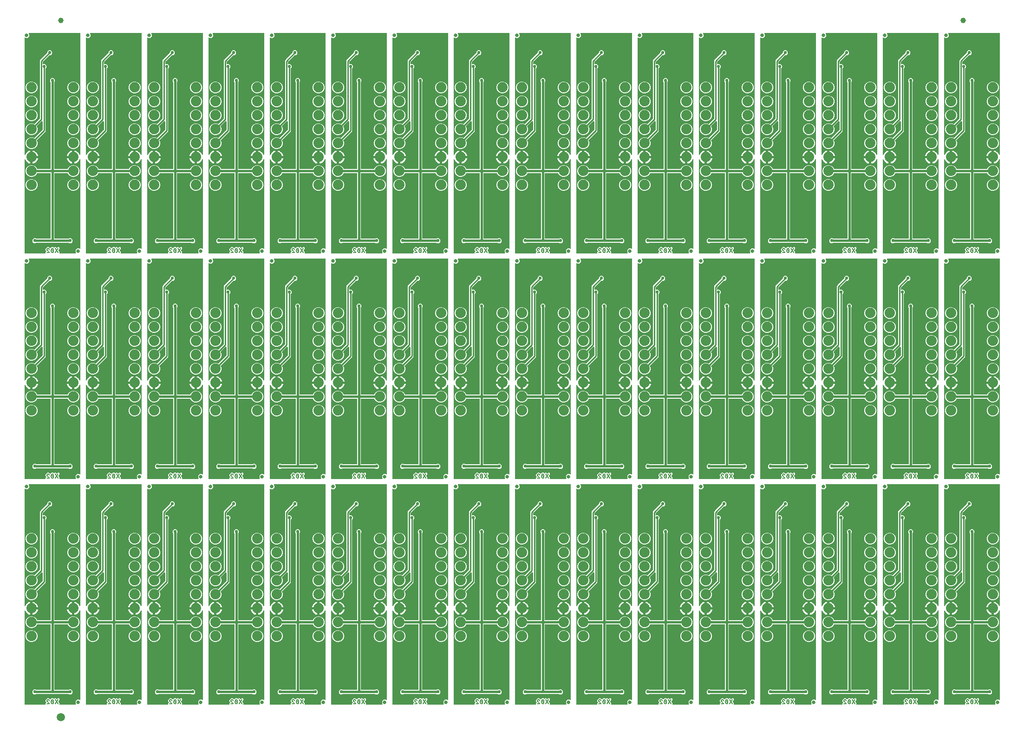
<source format=gbl>
G04 EAGLE Gerber RS-274X export*
G75*
%MOMM*%
%FSLAX34Y34*%
%LPD*%
%INBottom Copper*%
%IPPOS*%
%AMOC8*
5,1,8,0,0,1.08239X$1,22.5*%
G01*
%ADD10C,0.127000*%
%ADD11C,0.635000*%
%ADD12C,1.879600*%
%ADD13C,1.000000*%
%ADD14C,1.500000*%
%ADD15C,0.554000*%
%ADD16C,0.254000*%
%ADD17C,0.406400*%

G36*
X598863Y825255D02*
X598863Y825255D01*
X598921Y825253D01*
X599003Y825275D01*
X599087Y825287D01*
X599140Y825310D01*
X599196Y825325D01*
X599269Y825368D01*
X599346Y825403D01*
X599391Y825441D01*
X599441Y825470D01*
X599499Y825532D01*
X599563Y825586D01*
X599595Y825635D01*
X599635Y825678D01*
X599674Y825753D01*
X599721Y825823D01*
X599738Y825879D01*
X599765Y825931D01*
X599776Y825999D01*
X599806Y826094D01*
X599809Y826194D01*
X599820Y826262D01*
X599820Y827665D01*
X600630Y828475D01*
X600673Y828531D01*
X600723Y828581D01*
X600758Y828644D01*
X600801Y828702D01*
X600827Y828768D01*
X600861Y828830D01*
X600877Y828900D01*
X600903Y828968D01*
X600908Y829038D01*
X600924Y829107D01*
X600920Y829179D01*
X600926Y829251D01*
X600912Y829320D01*
X600908Y829391D01*
X600884Y829459D01*
X600870Y829530D01*
X600838Y829592D01*
X600814Y829659D01*
X600778Y829708D01*
X600739Y829782D01*
X600658Y829867D01*
X600613Y829928D01*
X600500Y830035D01*
X600456Y830139D01*
X600354Y830306D01*
X600353Y830324D01*
X600310Y830447D01*
X600291Y830523D01*
X599921Y831387D01*
X599908Y831408D01*
X599900Y831432D01*
X599856Y831495D01*
X599820Y831553D01*
X599820Y833574D01*
X600909Y835461D01*
X602796Y836550D01*
X605383Y836550D01*
X607527Y834991D01*
X607560Y834973D01*
X607589Y834949D01*
X607685Y834907D01*
X607778Y834857D01*
X607815Y834850D01*
X607849Y834834D01*
X607953Y834820D01*
X608056Y834799D01*
X608094Y834802D01*
X608131Y834797D01*
X608235Y834812D01*
X608339Y834820D01*
X608375Y834833D01*
X608412Y834838D01*
X608482Y834873D01*
X608606Y834918D01*
X608665Y834962D01*
X608714Y834986D01*
X610904Y836550D01*
X613292Y836550D01*
X614466Y835711D01*
X614481Y835703D01*
X614493Y835692D01*
X614607Y835638D01*
X614718Y835580D01*
X614735Y835577D01*
X614750Y835569D01*
X614874Y835549D01*
X614997Y835524D01*
X615014Y835525D01*
X615030Y835522D01*
X615155Y835537D01*
X615280Y835547D01*
X615296Y835553D01*
X615313Y835555D01*
X615377Y835584D01*
X615546Y835648D01*
X615584Y835677D01*
X615619Y835693D01*
X617105Y836683D01*
X618859Y836332D01*
X619254Y835741D01*
X619331Y835654D01*
X619404Y835564D01*
X619425Y835548D01*
X619443Y835529D01*
X619541Y835467D01*
X619636Y835400D01*
X619661Y835391D01*
X619684Y835377D01*
X619795Y835345D01*
X619905Y835307D01*
X619931Y835306D01*
X619957Y835298D01*
X620073Y835299D01*
X620189Y835293D01*
X620215Y835299D01*
X620241Y835299D01*
X620353Y835331D01*
X620465Y835357D01*
X620489Y835370D01*
X620514Y835378D01*
X620612Y835439D01*
X620714Y835496D01*
X620730Y835513D01*
X620755Y835529D01*
X620940Y835737D01*
X620943Y835741D01*
X621338Y836332D01*
X623092Y836683D01*
X624581Y835691D01*
X624932Y833936D01*
X623070Y831143D01*
X623069Y831143D01*
X623069Y831142D01*
X623007Y831012D01*
X622947Y830887D01*
X622947Y830886D01*
X622946Y830886D01*
X622920Y830726D01*
X622900Y830607D01*
X622900Y830606D01*
X622900Y830605D01*
X622917Y830452D01*
X622932Y830324D01*
X622932Y830323D01*
X622935Y830318D01*
X623041Y830062D01*
X623060Y830039D01*
X623070Y830017D01*
X624932Y827224D01*
X624779Y826461D01*
X624778Y826445D01*
X624774Y826430D01*
X624770Y826304D01*
X624763Y826177D01*
X624767Y826162D01*
X624766Y826146D01*
X624798Y826024D01*
X624826Y825900D01*
X624834Y825886D01*
X624838Y825871D01*
X624902Y825762D01*
X624964Y825651D01*
X624975Y825640D01*
X624983Y825626D01*
X625076Y825540D01*
X625165Y825450D01*
X625179Y825443D01*
X625191Y825432D01*
X625303Y825374D01*
X625414Y825313D01*
X625430Y825310D01*
X625444Y825302D01*
X625512Y825291D01*
X625691Y825250D01*
X625738Y825253D01*
X625775Y825247D01*
X654096Y825247D01*
X654125Y825251D01*
X654154Y825248D01*
X654265Y825271D01*
X654377Y825287D01*
X654404Y825299D01*
X654433Y825304D01*
X654534Y825357D01*
X654637Y825403D01*
X654659Y825422D01*
X654685Y825435D01*
X654767Y825513D01*
X654854Y825586D01*
X654870Y825611D01*
X654891Y825631D01*
X654949Y825729D01*
X655011Y825823D01*
X655020Y825851D01*
X655035Y825876D01*
X655063Y825986D01*
X655097Y826094D01*
X655098Y826124D01*
X655105Y826152D01*
X655101Y826265D01*
X655104Y826378D01*
X655097Y826407D01*
X655096Y826436D01*
X655061Y826544D01*
X655033Y826653D01*
X655018Y826679D01*
X655009Y826707D01*
X654963Y826771D01*
X654887Y826898D01*
X654842Y826941D01*
X654814Y826980D01*
X654430Y827363D01*
X654430Y831257D01*
X657183Y834010D01*
X661077Y834010D01*
X661460Y833626D01*
X661484Y833609D01*
X661503Y833586D01*
X661597Y833523D01*
X661687Y833455D01*
X661715Y833445D01*
X661739Y833429D01*
X661847Y833394D01*
X661953Y833354D01*
X661982Y833352D01*
X662010Y833343D01*
X662124Y833340D01*
X662236Y833331D01*
X662265Y833336D01*
X662294Y833336D01*
X662404Y833364D01*
X662515Y833386D01*
X662541Y833400D01*
X662569Y833407D01*
X662667Y833465D01*
X662767Y833517D01*
X662789Y833538D01*
X662814Y833553D01*
X662891Y833635D01*
X662973Y833713D01*
X662988Y833739D01*
X663008Y833760D01*
X663060Y833861D01*
X663117Y833959D01*
X663124Y833987D01*
X663138Y834013D01*
X663151Y834090D01*
X663187Y834234D01*
X663185Y834297D01*
X663193Y834344D01*
X663193Y995656D01*
X663187Y995702D01*
X663189Y995748D01*
X663167Y995842D01*
X663153Y995938D01*
X663135Y995980D01*
X663124Y996025D01*
X663077Y996109D01*
X663037Y996197D01*
X663007Y996232D01*
X662985Y996273D01*
X662916Y996340D01*
X662854Y996414D01*
X662815Y996440D01*
X662782Y996472D01*
X662697Y996518D01*
X662617Y996572D01*
X662573Y996586D01*
X662532Y996608D01*
X662438Y996628D01*
X662346Y996657D01*
X662300Y996659D01*
X662255Y996669D01*
X662158Y996662D01*
X662062Y996665D01*
X662017Y996653D01*
X661971Y996650D01*
X661880Y996617D01*
X661787Y996593D01*
X661747Y996569D01*
X661703Y996554D01*
X661625Y996497D01*
X661542Y996448D01*
X661511Y996414D01*
X661473Y996387D01*
X661428Y996326D01*
X661348Y996240D01*
X661310Y996166D01*
X661273Y996117D01*
X660451Y994503D01*
X659346Y992982D01*
X658018Y991654D01*
X656497Y990549D01*
X654823Y989696D01*
X653036Y989115D01*
X652271Y988994D01*
X652271Y999744D01*
X652263Y999802D01*
X652265Y999860D01*
X652243Y999942D01*
X652231Y1000025D01*
X652207Y1000079D01*
X652193Y1000135D01*
X652150Y1000208D01*
X652115Y1000285D01*
X652077Y1000329D01*
X652047Y1000380D01*
X651986Y1000437D01*
X651931Y1000502D01*
X651883Y1000534D01*
X651840Y1000574D01*
X651765Y1000613D01*
X651695Y1000659D01*
X651639Y1000677D01*
X651587Y1000704D01*
X651519Y1000715D01*
X651424Y1000745D01*
X651324Y1000748D01*
X651256Y1000759D01*
X650239Y1000759D01*
X650239Y1000761D01*
X651256Y1000761D01*
X651314Y1000769D01*
X651372Y1000768D01*
X651454Y1000789D01*
X651537Y1000801D01*
X651591Y1000825D01*
X651647Y1000839D01*
X651720Y1000882D01*
X651797Y1000917D01*
X651842Y1000955D01*
X651892Y1000985D01*
X651950Y1001046D01*
X652014Y1001101D01*
X652046Y1001149D01*
X652086Y1001192D01*
X652125Y1001267D01*
X652171Y1001337D01*
X652189Y1001393D01*
X652216Y1001445D01*
X652227Y1001513D01*
X652257Y1001608D01*
X652260Y1001708D01*
X652271Y1001776D01*
X652271Y1012526D01*
X653036Y1012405D01*
X654823Y1011824D01*
X656497Y1010971D01*
X658018Y1009866D01*
X659346Y1008538D01*
X660451Y1007017D01*
X661273Y1005403D01*
X661300Y1005365D01*
X661319Y1005323D01*
X661381Y1005249D01*
X661437Y1005170D01*
X661473Y1005141D01*
X661503Y1005106D01*
X661583Y1005052D01*
X661658Y1004992D01*
X661701Y1004974D01*
X661739Y1004948D01*
X661831Y1004919D01*
X661920Y1004882D01*
X661966Y1004877D01*
X662010Y1004863D01*
X662107Y1004860D01*
X662203Y1004849D01*
X662248Y1004856D01*
X662294Y1004855D01*
X662388Y1004880D01*
X662483Y1004896D01*
X662525Y1004915D01*
X662569Y1004927D01*
X662652Y1004976D01*
X662740Y1005018D01*
X662774Y1005049D01*
X662814Y1005072D01*
X662880Y1005143D01*
X662952Y1005207D01*
X662977Y1005246D01*
X663008Y1005280D01*
X663052Y1005366D01*
X663104Y1005447D01*
X663117Y1005492D01*
X663138Y1005533D01*
X663150Y1005607D01*
X663183Y1005720D01*
X663183Y1005804D01*
X663193Y1005864D01*
X663193Y1226058D01*
X663185Y1226116D01*
X663187Y1226174D01*
X663165Y1226256D01*
X663153Y1226340D01*
X663130Y1226393D01*
X663115Y1226449D01*
X663072Y1226522D01*
X663037Y1226599D01*
X662999Y1226644D01*
X662970Y1226694D01*
X662908Y1226752D01*
X662854Y1226816D01*
X662805Y1226848D01*
X662762Y1226888D01*
X662687Y1226927D01*
X662617Y1226974D01*
X662561Y1226991D01*
X662509Y1227018D01*
X662441Y1227029D01*
X662346Y1227059D01*
X662246Y1227062D01*
X662178Y1227073D01*
X570184Y1227073D01*
X570155Y1227069D01*
X570126Y1227072D01*
X570015Y1227049D01*
X569903Y1227033D01*
X569876Y1227021D01*
X569847Y1227016D01*
X569746Y1226963D01*
X569643Y1226917D01*
X569621Y1226898D01*
X569595Y1226885D01*
X569513Y1226807D01*
X569426Y1226734D01*
X569410Y1226709D01*
X569389Y1226689D01*
X569331Y1226591D01*
X569269Y1226497D01*
X569260Y1226469D01*
X569245Y1226444D01*
X569217Y1226334D01*
X569183Y1226226D01*
X569182Y1226196D01*
X569175Y1226168D01*
X569179Y1226055D01*
X569176Y1225942D01*
X569183Y1225913D01*
X569184Y1225884D01*
X569219Y1225776D01*
X569247Y1225667D01*
X569262Y1225641D01*
X569271Y1225613D01*
X569317Y1225549D01*
X569393Y1225422D01*
X569438Y1225379D01*
X569466Y1225340D01*
X569850Y1224957D01*
X569850Y1221063D01*
X567097Y1218310D01*
X563203Y1218310D01*
X562820Y1218694D01*
X562796Y1218711D01*
X562777Y1218734D01*
X562683Y1218797D01*
X562593Y1218865D01*
X562565Y1218875D01*
X562541Y1218891D01*
X562433Y1218926D01*
X562327Y1218966D01*
X562298Y1218968D01*
X562270Y1218977D01*
X562156Y1218980D01*
X562044Y1218989D01*
X562015Y1218984D01*
X561986Y1218984D01*
X561876Y1218956D01*
X561765Y1218934D01*
X561739Y1218920D01*
X561711Y1218913D01*
X561613Y1218855D01*
X561513Y1218803D01*
X561491Y1218782D01*
X561466Y1218767D01*
X561389Y1218685D01*
X561307Y1218607D01*
X561292Y1218581D01*
X561272Y1218560D01*
X561220Y1218459D01*
X561163Y1218361D01*
X561156Y1218333D01*
X561142Y1218307D01*
X561129Y1218230D01*
X561093Y1218086D01*
X561095Y1218023D01*
X561087Y1217976D01*
X561087Y1005864D01*
X561093Y1005818D01*
X561091Y1005772D01*
X561113Y1005678D01*
X561127Y1005582D01*
X561145Y1005540D01*
X561156Y1005495D01*
X561203Y1005411D01*
X561243Y1005323D01*
X561273Y1005288D01*
X561295Y1005247D01*
X561364Y1005180D01*
X561426Y1005106D01*
X561465Y1005080D01*
X561498Y1005048D01*
X561583Y1005002D01*
X561663Y1004948D01*
X561707Y1004934D01*
X561748Y1004912D01*
X561842Y1004892D01*
X561934Y1004863D01*
X561980Y1004861D01*
X562025Y1004851D01*
X562122Y1004858D01*
X562218Y1004855D01*
X562263Y1004867D01*
X562309Y1004870D01*
X562400Y1004903D01*
X562493Y1004927D01*
X562533Y1004951D01*
X562577Y1004966D01*
X562655Y1005023D01*
X562738Y1005072D01*
X562769Y1005106D01*
X562807Y1005133D01*
X562852Y1005194D01*
X562932Y1005280D01*
X562970Y1005354D01*
X563007Y1005403D01*
X563829Y1007017D01*
X564934Y1008538D01*
X566262Y1009866D01*
X567783Y1010971D01*
X569457Y1011824D01*
X571244Y1012405D01*
X572009Y1012526D01*
X572009Y1001776D01*
X572017Y1001718D01*
X572015Y1001660D01*
X572037Y1001578D01*
X572049Y1001495D01*
X572073Y1001441D01*
X572087Y1001385D01*
X572130Y1001312D01*
X572165Y1001235D01*
X572203Y1001191D01*
X572233Y1001140D01*
X572294Y1001083D01*
X572349Y1001018D01*
X572397Y1000986D01*
X572440Y1000946D01*
X572515Y1000907D01*
X572585Y1000861D01*
X572641Y1000843D01*
X572693Y1000816D01*
X572761Y1000805D01*
X572856Y1000775D01*
X572956Y1000772D01*
X573024Y1000761D01*
X574041Y1000761D01*
X574041Y1000759D01*
X573024Y1000759D01*
X572966Y1000751D01*
X572908Y1000752D01*
X572826Y1000731D01*
X572743Y1000719D01*
X572689Y1000695D01*
X572633Y1000681D01*
X572560Y1000638D01*
X572483Y1000603D01*
X572438Y1000565D01*
X572388Y1000535D01*
X572330Y1000474D01*
X572266Y1000419D01*
X572234Y1000371D01*
X572194Y1000328D01*
X572155Y1000253D01*
X572109Y1000183D01*
X572091Y1000127D01*
X572064Y1000075D01*
X572053Y1000007D01*
X572023Y999912D01*
X572020Y999812D01*
X572009Y999744D01*
X572009Y988994D01*
X571244Y989115D01*
X569457Y989696D01*
X567783Y990549D01*
X566262Y991654D01*
X564934Y992982D01*
X563829Y994503D01*
X563007Y996117D01*
X562980Y996155D01*
X562961Y996197D01*
X562899Y996271D01*
X562843Y996350D01*
X562807Y996379D01*
X562777Y996414D01*
X562697Y996468D01*
X562622Y996528D01*
X562579Y996546D01*
X562541Y996572D01*
X562449Y996601D01*
X562360Y996638D01*
X562314Y996643D01*
X562270Y996657D01*
X562173Y996660D01*
X562077Y996671D01*
X562032Y996664D01*
X561986Y996665D01*
X561892Y996640D01*
X561797Y996624D01*
X561755Y996605D01*
X561711Y996593D01*
X561628Y996544D01*
X561540Y996502D01*
X561506Y996471D01*
X561466Y996448D01*
X561400Y996377D01*
X561328Y996313D01*
X561303Y996274D01*
X561272Y996240D01*
X561228Y996154D01*
X561176Y996073D01*
X561163Y996028D01*
X561142Y995987D01*
X561130Y995913D01*
X561097Y995800D01*
X561097Y995716D01*
X561087Y995656D01*
X561087Y826262D01*
X561095Y826204D01*
X561093Y826146D01*
X561115Y826064D01*
X561127Y825980D01*
X561150Y825927D01*
X561165Y825871D01*
X561208Y825798D01*
X561243Y825721D01*
X561281Y825676D01*
X561310Y825626D01*
X561372Y825568D01*
X561426Y825504D01*
X561475Y825472D01*
X561518Y825432D01*
X561593Y825393D01*
X561663Y825346D01*
X561719Y825329D01*
X561771Y825302D01*
X561839Y825291D01*
X561934Y825261D01*
X562034Y825258D01*
X562102Y825247D01*
X598805Y825247D01*
X598863Y825255D01*
G37*
G36*
X151823Y2295D02*
X151823Y2295D01*
X151881Y2293D01*
X151963Y2315D01*
X152047Y2327D01*
X152100Y2350D01*
X152156Y2365D01*
X152229Y2408D01*
X152306Y2443D01*
X152351Y2481D01*
X152401Y2510D01*
X152459Y2572D01*
X152523Y2626D01*
X152555Y2675D01*
X152595Y2718D01*
X152634Y2793D01*
X152681Y2863D01*
X152698Y2919D01*
X152725Y2971D01*
X152736Y3039D01*
X152766Y3134D01*
X152769Y3234D01*
X152780Y3302D01*
X152780Y4705D01*
X153590Y5515D01*
X153633Y5571D01*
X153683Y5621D01*
X153718Y5684D01*
X153761Y5742D01*
X153787Y5808D01*
X153821Y5870D01*
X153837Y5940D01*
X153863Y6008D01*
X153868Y6078D01*
X153884Y6147D01*
X153880Y6219D01*
X153886Y6291D01*
X153872Y6360D01*
X153868Y6431D01*
X153844Y6499D01*
X153830Y6570D01*
X153798Y6632D01*
X153774Y6699D01*
X153738Y6748D01*
X153699Y6822D01*
X153618Y6907D01*
X153573Y6968D01*
X153460Y7075D01*
X153416Y7179D01*
X153314Y7346D01*
X153313Y7364D01*
X153270Y7487D01*
X153251Y7563D01*
X152881Y8427D01*
X152868Y8448D01*
X152860Y8472D01*
X152816Y8535D01*
X152780Y8593D01*
X152780Y10614D01*
X153869Y12501D01*
X155756Y13590D01*
X158343Y13590D01*
X160487Y12031D01*
X160520Y12013D01*
X160549Y11989D01*
X160645Y11947D01*
X160738Y11897D01*
X160775Y11890D01*
X160809Y11874D01*
X160913Y11860D01*
X161016Y11839D01*
X161054Y11842D01*
X161091Y11837D01*
X161195Y11852D01*
X161299Y11860D01*
X161335Y11873D01*
X161372Y11878D01*
X161442Y11913D01*
X161566Y11958D01*
X161625Y12002D01*
X161674Y12026D01*
X163864Y13590D01*
X166252Y13590D01*
X167426Y12751D01*
X167441Y12743D01*
X167453Y12732D01*
X167567Y12678D01*
X167678Y12620D01*
X167695Y12617D01*
X167710Y12609D01*
X167834Y12589D01*
X167957Y12564D01*
X167974Y12565D01*
X167990Y12562D01*
X168115Y12577D01*
X168240Y12587D01*
X168256Y12593D01*
X168273Y12595D01*
X168337Y12624D01*
X168506Y12688D01*
X168544Y12717D01*
X168579Y12733D01*
X170065Y13723D01*
X171819Y13372D01*
X172214Y12781D01*
X172291Y12694D01*
X172364Y12604D01*
X172385Y12588D01*
X172403Y12569D01*
X172501Y12507D01*
X172596Y12440D01*
X172621Y12431D01*
X172644Y12417D01*
X172755Y12385D01*
X172865Y12347D01*
X172891Y12346D01*
X172917Y12338D01*
X173033Y12339D01*
X173149Y12333D01*
X173175Y12339D01*
X173201Y12339D01*
X173313Y12371D01*
X173425Y12397D01*
X173449Y12410D01*
X173474Y12418D01*
X173572Y12479D01*
X173674Y12536D01*
X173690Y12553D01*
X173715Y12569D01*
X173900Y12777D01*
X173903Y12781D01*
X174298Y13372D01*
X176052Y13723D01*
X177541Y12731D01*
X177892Y10976D01*
X176030Y8183D01*
X176029Y8183D01*
X176029Y8182D01*
X175967Y8052D01*
X175907Y7927D01*
X175907Y7926D01*
X175906Y7926D01*
X175880Y7766D01*
X175860Y7647D01*
X175860Y7646D01*
X175860Y7645D01*
X175877Y7492D01*
X175892Y7364D01*
X175892Y7363D01*
X175895Y7358D01*
X176001Y7102D01*
X176020Y7079D01*
X176030Y7057D01*
X177892Y4264D01*
X177739Y3501D01*
X177738Y3485D01*
X177734Y3470D01*
X177730Y3344D01*
X177723Y3217D01*
X177727Y3202D01*
X177726Y3186D01*
X177758Y3064D01*
X177786Y2940D01*
X177794Y2926D01*
X177798Y2911D01*
X177862Y2802D01*
X177924Y2691D01*
X177935Y2680D01*
X177943Y2666D01*
X178036Y2580D01*
X178125Y2490D01*
X178139Y2483D01*
X178151Y2472D01*
X178263Y2414D01*
X178374Y2353D01*
X178390Y2350D01*
X178404Y2342D01*
X178472Y2331D01*
X178651Y2290D01*
X178698Y2293D01*
X178735Y2287D01*
X207056Y2287D01*
X207085Y2291D01*
X207114Y2288D01*
X207225Y2311D01*
X207337Y2327D01*
X207364Y2339D01*
X207393Y2344D01*
X207494Y2397D01*
X207597Y2443D01*
X207619Y2462D01*
X207645Y2475D01*
X207727Y2553D01*
X207814Y2626D01*
X207830Y2651D01*
X207851Y2671D01*
X207909Y2769D01*
X207971Y2863D01*
X207980Y2891D01*
X207995Y2916D01*
X208023Y3026D01*
X208057Y3134D01*
X208058Y3164D01*
X208065Y3192D01*
X208061Y3305D01*
X208064Y3418D01*
X208057Y3447D01*
X208056Y3476D01*
X208021Y3584D01*
X207993Y3693D01*
X207978Y3719D01*
X207969Y3747D01*
X207923Y3811D01*
X207847Y3938D01*
X207802Y3981D01*
X207774Y4020D01*
X207390Y4403D01*
X207390Y8297D01*
X210143Y11050D01*
X214037Y11050D01*
X214420Y10666D01*
X214444Y10649D01*
X214463Y10626D01*
X214557Y10563D01*
X214647Y10495D01*
X214675Y10485D01*
X214699Y10469D01*
X214807Y10434D01*
X214913Y10394D01*
X214942Y10392D01*
X214970Y10383D01*
X215084Y10380D01*
X215196Y10371D01*
X215225Y10376D01*
X215254Y10376D01*
X215364Y10404D01*
X215475Y10426D01*
X215501Y10440D01*
X215529Y10447D01*
X215627Y10505D01*
X215727Y10557D01*
X215749Y10578D01*
X215774Y10593D01*
X215851Y10675D01*
X215933Y10753D01*
X215948Y10779D01*
X215968Y10800D01*
X216020Y10901D01*
X216077Y10999D01*
X216084Y11027D01*
X216098Y11053D01*
X216111Y11130D01*
X216147Y11274D01*
X216145Y11337D01*
X216153Y11384D01*
X216153Y172696D01*
X216147Y172742D01*
X216149Y172788D01*
X216127Y172882D01*
X216113Y172978D01*
X216095Y173020D01*
X216084Y173065D01*
X216037Y173149D01*
X215997Y173237D01*
X215967Y173272D01*
X215945Y173313D01*
X215876Y173380D01*
X215814Y173454D01*
X215775Y173480D01*
X215742Y173512D01*
X215657Y173558D01*
X215577Y173612D01*
X215533Y173626D01*
X215492Y173648D01*
X215398Y173668D01*
X215306Y173697D01*
X215260Y173699D01*
X215215Y173709D01*
X215118Y173702D01*
X215022Y173705D01*
X214977Y173693D01*
X214931Y173690D01*
X214840Y173657D01*
X214747Y173633D01*
X214707Y173609D01*
X214663Y173594D01*
X214585Y173537D01*
X214502Y173488D01*
X214471Y173454D01*
X214433Y173427D01*
X214388Y173366D01*
X214308Y173280D01*
X214270Y173206D01*
X214233Y173157D01*
X213411Y171543D01*
X212306Y170022D01*
X210978Y168694D01*
X209457Y167589D01*
X207783Y166736D01*
X205996Y166155D01*
X205231Y166034D01*
X205231Y176784D01*
X205223Y176842D01*
X205225Y176900D01*
X205203Y176982D01*
X205191Y177065D01*
X205167Y177119D01*
X205153Y177175D01*
X205110Y177248D01*
X205075Y177325D01*
X205037Y177369D01*
X205007Y177420D01*
X204946Y177477D01*
X204891Y177542D01*
X204843Y177574D01*
X204800Y177614D01*
X204725Y177653D01*
X204655Y177699D01*
X204599Y177717D01*
X204547Y177744D01*
X204479Y177755D01*
X204384Y177785D01*
X204284Y177788D01*
X204216Y177799D01*
X203199Y177799D01*
X203199Y177801D01*
X204216Y177801D01*
X204274Y177809D01*
X204332Y177808D01*
X204414Y177829D01*
X204497Y177841D01*
X204551Y177865D01*
X204607Y177879D01*
X204680Y177922D01*
X204757Y177957D01*
X204802Y177995D01*
X204852Y178025D01*
X204910Y178086D01*
X204974Y178141D01*
X205006Y178189D01*
X205046Y178232D01*
X205085Y178307D01*
X205131Y178377D01*
X205149Y178433D01*
X205176Y178485D01*
X205187Y178553D01*
X205217Y178648D01*
X205220Y178748D01*
X205231Y178816D01*
X205231Y189566D01*
X205996Y189445D01*
X207783Y188864D01*
X209457Y188011D01*
X210978Y186906D01*
X212306Y185578D01*
X213411Y184057D01*
X214233Y182443D01*
X214260Y182405D01*
X214279Y182363D01*
X214341Y182289D01*
X214397Y182210D01*
X214433Y182181D01*
X214463Y182146D01*
X214543Y182092D01*
X214618Y182032D01*
X214661Y182014D01*
X214699Y181988D01*
X214791Y181959D01*
X214880Y181922D01*
X214926Y181917D01*
X214970Y181903D01*
X215067Y181900D01*
X215163Y181889D01*
X215208Y181896D01*
X215254Y181895D01*
X215348Y181920D01*
X215443Y181936D01*
X215485Y181955D01*
X215529Y181967D01*
X215612Y182016D01*
X215700Y182058D01*
X215734Y182089D01*
X215774Y182112D01*
X215840Y182183D01*
X215912Y182247D01*
X215937Y182286D01*
X215968Y182320D01*
X216012Y182406D01*
X216064Y182487D01*
X216077Y182532D01*
X216098Y182573D01*
X216110Y182647D01*
X216143Y182760D01*
X216143Y182844D01*
X216153Y182904D01*
X216153Y403098D01*
X216145Y403156D01*
X216147Y403214D01*
X216125Y403296D01*
X216113Y403380D01*
X216090Y403433D01*
X216075Y403489D01*
X216032Y403562D01*
X215997Y403639D01*
X215959Y403684D01*
X215930Y403734D01*
X215868Y403792D01*
X215814Y403856D01*
X215765Y403888D01*
X215722Y403928D01*
X215647Y403967D01*
X215577Y404014D01*
X215521Y404031D01*
X215469Y404058D01*
X215401Y404069D01*
X215306Y404099D01*
X215206Y404102D01*
X215138Y404113D01*
X123144Y404113D01*
X123115Y404109D01*
X123086Y404112D01*
X122975Y404089D01*
X122863Y404073D01*
X122836Y404061D01*
X122807Y404056D01*
X122706Y404003D01*
X122603Y403957D01*
X122581Y403938D01*
X122555Y403925D01*
X122473Y403847D01*
X122386Y403774D01*
X122370Y403749D01*
X122349Y403729D01*
X122291Y403631D01*
X122229Y403537D01*
X122220Y403509D01*
X122205Y403484D01*
X122177Y403374D01*
X122143Y403266D01*
X122142Y403236D01*
X122135Y403208D01*
X122139Y403095D01*
X122136Y402982D01*
X122143Y402953D01*
X122144Y402924D01*
X122179Y402816D01*
X122207Y402707D01*
X122222Y402681D01*
X122231Y402653D01*
X122277Y402589D01*
X122353Y402462D01*
X122398Y402419D01*
X122426Y402380D01*
X122810Y401997D01*
X122810Y398103D01*
X120057Y395350D01*
X116163Y395350D01*
X115780Y395734D01*
X115756Y395751D01*
X115737Y395774D01*
X115643Y395837D01*
X115553Y395905D01*
X115525Y395915D01*
X115501Y395931D01*
X115393Y395966D01*
X115287Y396006D01*
X115258Y396008D01*
X115230Y396017D01*
X115116Y396020D01*
X115004Y396029D01*
X114975Y396024D01*
X114946Y396024D01*
X114836Y395996D01*
X114725Y395974D01*
X114699Y395960D01*
X114671Y395953D01*
X114573Y395895D01*
X114473Y395843D01*
X114451Y395822D01*
X114426Y395807D01*
X114349Y395725D01*
X114267Y395647D01*
X114252Y395621D01*
X114232Y395600D01*
X114180Y395499D01*
X114123Y395401D01*
X114116Y395373D01*
X114102Y395347D01*
X114089Y395270D01*
X114053Y395126D01*
X114055Y395063D01*
X114047Y395016D01*
X114047Y182904D01*
X114053Y182858D01*
X114051Y182812D01*
X114073Y182718D01*
X114087Y182622D01*
X114105Y182580D01*
X114116Y182535D01*
X114163Y182451D01*
X114203Y182363D01*
X114233Y182328D01*
X114255Y182287D01*
X114324Y182220D01*
X114386Y182146D01*
X114425Y182120D01*
X114458Y182088D01*
X114543Y182042D01*
X114623Y181988D01*
X114667Y181974D01*
X114708Y181952D01*
X114802Y181932D01*
X114894Y181903D01*
X114940Y181901D01*
X114985Y181891D01*
X115082Y181898D01*
X115178Y181895D01*
X115223Y181907D01*
X115269Y181910D01*
X115360Y181943D01*
X115453Y181967D01*
X115493Y181991D01*
X115537Y182006D01*
X115615Y182063D01*
X115698Y182112D01*
X115729Y182146D01*
X115767Y182173D01*
X115812Y182234D01*
X115892Y182320D01*
X115930Y182394D01*
X115967Y182443D01*
X116789Y184057D01*
X117894Y185578D01*
X119222Y186906D01*
X120743Y188011D01*
X122417Y188864D01*
X124204Y189445D01*
X124969Y189566D01*
X124969Y178816D01*
X124977Y178758D01*
X124975Y178700D01*
X124997Y178618D01*
X125009Y178535D01*
X125033Y178481D01*
X125047Y178425D01*
X125090Y178352D01*
X125125Y178275D01*
X125163Y178231D01*
X125193Y178180D01*
X125254Y178123D01*
X125309Y178058D01*
X125357Y178026D01*
X125400Y177986D01*
X125475Y177947D01*
X125545Y177901D01*
X125601Y177883D01*
X125653Y177856D01*
X125721Y177845D01*
X125816Y177815D01*
X125916Y177812D01*
X125984Y177801D01*
X127001Y177801D01*
X127001Y177799D01*
X125984Y177799D01*
X125926Y177791D01*
X125868Y177792D01*
X125786Y177771D01*
X125703Y177759D01*
X125649Y177735D01*
X125593Y177721D01*
X125520Y177678D01*
X125443Y177643D01*
X125398Y177605D01*
X125348Y177575D01*
X125290Y177514D01*
X125226Y177459D01*
X125194Y177411D01*
X125154Y177368D01*
X125115Y177293D01*
X125069Y177223D01*
X125051Y177167D01*
X125024Y177115D01*
X125013Y177047D01*
X124983Y176952D01*
X124980Y176852D01*
X124969Y176784D01*
X124969Y166034D01*
X124204Y166155D01*
X122417Y166736D01*
X120743Y167589D01*
X119222Y168694D01*
X117894Y170022D01*
X116789Y171543D01*
X115967Y173157D01*
X115940Y173195D01*
X115921Y173237D01*
X115859Y173311D01*
X115803Y173390D01*
X115767Y173419D01*
X115737Y173454D01*
X115657Y173507D01*
X115582Y173568D01*
X115539Y173586D01*
X115501Y173612D01*
X115409Y173641D01*
X115320Y173678D01*
X115274Y173683D01*
X115230Y173697D01*
X115133Y173700D01*
X115037Y173711D01*
X114992Y173703D01*
X114946Y173705D01*
X114852Y173680D01*
X114757Y173664D01*
X114715Y173645D01*
X114671Y173633D01*
X114588Y173584D01*
X114500Y173542D01*
X114466Y173511D01*
X114426Y173488D01*
X114360Y173417D01*
X114288Y173353D01*
X114263Y173314D01*
X114232Y173280D01*
X114188Y173194D01*
X114136Y173113D01*
X114123Y173068D01*
X114102Y173027D01*
X114090Y172953D01*
X114057Y172840D01*
X114057Y172756D01*
X114047Y172696D01*
X114047Y3302D01*
X114055Y3244D01*
X114053Y3186D01*
X114075Y3104D01*
X114087Y3020D01*
X114110Y2967D01*
X114125Y2911D01*
X114168Y2838D01*
X114203Y2761D01*
X114241Y2716D01*
X114270Y2666D01*
X114332Y2608D01*
X114386Y2544D01*
X114435Y2512D01*
X114478Y2472D01*
X114553Y2433D01*
X114623Y2386D01*
X114679Y2369D01*
X114731Y2342D01*
X114799Y2331D01*
X114894Y2301D01*
X114994Y2298D01*
X115062Y2287D01*
X151765Y2287D01*
X151823Y2295D01*
G37*
G36*
X934143Y413775D02*
X934143Y413775D01*
X934201Y413773D01*
X934283Y413795D01*
X934367Y413807D01*
X934420Y413830D01*
X934476Y413845D01*
X934549Y413888D01*
X934626Y413923D01*
X934671Y413961D01*
X934721Y413990D01*
X934779Y414052D01*
X934843Y414106D01*
X934875Y414155D01*
X934915Y414198D01*
X934954Y414273D01*
X935001Y414343D01*
X935018Y414399D01*
X935045Y414451D01*
X935056Y414519D01*
X935086Y414614D01*
X935089Y414714D01*
X935100Y414782D01*
X935100Y416185D01*
X935910Y416995D01*
X935953Y417051D01*
X936003Y417101D01*
X936038Y417164D01*
X936081Y417222D01*
X936107Y417288D01*
X936141Y417350D01*
X936157Y417420D01*
X936183Y417488D01*
X936188Y417558D01*
X936204Y417627D01*
X936200Y417699D01*
X936206Y417771D01*
X936192Y417840D01*
X936188Y417911D01*
X936164Y417979D01*
X936150Y418050D01*
X936118Y418112D01*
X936094Y418179D01*
X936058Y418228D01*
X936019Y418302D01*
X935938Y418387D01*
X935893Y418448D01*
X935780Y418555D01*
X935736Y418659D01*
X935634Y418826D01*
X935633Y418844D01*
X935590Y418967D01*
X935571Y419043D01*
X935201Y419907D01*
X935188Y419928D01*
X935180Y419952D01*
X935136Y420015D01*
X935100Y420073D01*
X935100Y422094D01*
X936189Y423981D01*
X938076Y425070D01*
X940663Y425070D01*
X942807Y423511D01*
X942840Y423493D01*
X942869Y423469D01*
X942965Y423427D01*
X943058Y423377D01*
X943095Y423370D01*
X943129Y423354D01*
X943233Y423340D01*
X943336Y423319D01*
X943374Y423322D01*
X943411Y423317D01*
X943515Y423332D01*
X943619Y423340D01*
X943655Y423353D01*
X943692Y423358D01*
X943762Y423393D01*
X943886Y423438D01*
X943945Y423482D01*
X943994Y423506D01*
X946184Y425070D01*
X948572Y425070D01*
X949746Y424231D01*
X949761Y424223D01*
X949773Y424212D01*
X949887Y424158D01*
X949998Y424100D01*
X950015Y424097D01*
X950030Y424089D01*
X950154Y424069D01*
X950277Y424044D01*
X950294Y424045D01*
X950310Y424042D01*
X950435Y424057D01*
X950560Y424067D01*
X950576Y424073D01*
X950593Y424075D01*
X950657Y424104D01*
X950826Y424168D01*
X950864Y424197D01*
X950899Y424213D01*
X952385Y425203D01*
X954139Y424852D01*
X954534Y424261D01*
X954611Y424174D01*
X954684Y424084D01*
X954705Y424068D01*
X954723Y424049D01*
X954821Y423987D01*
X954916Y423920D01*
X954941Y423911D01*
X954964Y423897D01*
X955075Y423865D01*
X955185Y423827D01*
X955211Y423826D01*
X955237Y423818D01*
X955353Y423819D01*
X955469Y423813D01*
X955495Y423819D01*
X955521Y423819D01*
X955633Y423851D01*
X955745Y423877D01*
X955769Y423890D01*
X955794Y423898D01*
X955892Y423959D01*
X955994Y424016D01*
X956010Y424033D01*
X956035Y424049D01*
X956220Y424257D01*
X956223Y424261D01*
X956618Y424852D01*
X958372Y425203D01*
X959861Y424211D01*
X960212Y422456D01*
X958350Y419663D01*
X958349Y419663D01*
X958349Y419662D01*
X958287Y419532D01*
X958227Y419407D01*
X958227Y419406D01*
X958226Y419406D01*
X958200Y419246D01*
X958180Y419127D01*
X958180Y419126D01*
X958180Y419125D01*
X958197Y418972D01*
X958212Y418844D01*
X958212Y418843D01*
X958215Y418838D01*
X958321Y418582D01*
X958340Y418559D01*
X958350Y418537D01*
X960212Y415744D01*
X960059Y414981D01*
X960058Y414965D01*
X960054Y414950D01*
X960050Y414824D01*
X960043Y414697D01*
X960047Y414682D01*
X960046Y414666D01*
X960078Y414544D01*
X960106Y414420D01*
X960114Y414406D01*
X960118Y414391D01*
X960182Y414282D01*
X960244Y414171D01*
X960255Y414160D01*
X960263Y414146D01*
X960356Y414060D01*
X960445Y413970D01*
X960459Y413963D01*
X960471Y413952D01*
X960583Y413894D01*
X960694Y413833D01*
X960710Y413830D01*
X960724Y413822D01*
X960792Y413811D01*
X960971Y413770D01*
X961018Y413773D01*
X961055Y413767D01*
X989376Y413767D01*
X989405Y413771D01*
X989434Y413768D01*
X989545Y413791D01*
X989657Y413807D01*
X989684Y413819D01*
X989713Y413824D01*
X989814Y413877D01*
X989917Y413923D01*
X989939Y413942D01*
X989965Y413955D01*
X990047Y414033D01*
X990134Y414106D01*
X990150Y414131D01*
X990171Y414151D01*
X990229Y414249D01*
X990291Y414343D01*
X990300Y414371D01*
X990315Y414396D01*
X990343Y414506D01*
X990377Y414614D01*
X990378Y414644D01*
X990385Y414672D01*
X990381Y414785D01*
X990384Y414898D01*
X990377Y414927D01*
X990376Y414956D01*
X990341Y415064D01*
X990313Y415173D01*
X990298Y415199D01*
X990289Y415227D01*
X990243Y415291D01*
X990167Y415418D01*
X990122Y415461D01*
X990094Y415500D01*
X989710Y415883D01*
X989710Y419777D01*
X992463Y422530D01*
X996357Y422530D01*
X996740Y422146D01*
X996764Y422129D01*
X996783Y422106D01*
X996877Y422043D01*
X996967Y421975D01*
X996995Y421965D01*
X997019Y421949D01*
X997127Y421914D01*
X997233Y421874D01*
X997262Y421872D01*
X997290Y421863D01*
X997404Y421860D01*
X997516Y421851D01*
X997545Y421856D01*
X997574Y421856D01*
X997684Y421884D01*
X997795Y421906D01*
X997821Y421920D01*
X997849Y421927D01*
X997947Y421985D01*
X998047Y422037D01*
X998069Y422058D01*
X998094Y422073D01*
X998171Y422155D01*
X998253Y422233D01*
X998268Y422259D01*
X998288Y422280D01*
X998340Y422381D01*
X998397Y422479D01*
X998404Y422507D01*
X998418Y422533D01*
X998431Y422610D01*
X998467Y422754D01*
X998465Y422817D01*
X998473Y422864D01*
X998473Y584176D01*
X998467Y584222D01*
X998469Y584268D01*
X998447Y584362D01*
X998433Y584458D01*
X998415Y584500D01*
X998404Y584545D01*
X998357Y584629D01*
X998317Y584717D01*
X998287Y584752D01*
X998265Y584793D01*
X998196Y584860D01*
X998134Y584934D01*
X998095Y584960D01*
X998062Y584992D01*
X997977Y585038D01*
X997897Y585092D01*
X997853Y585106D01*
X997812Y585128D01*
X997718Y585148D01*
X997626Y585177D01*
X997580Y585179D01*
X997535Y585188D01*
X997438Y585182D01*
X997342Y585185D01*
X997297Y585173D01*
X997251Y585170D01*
X997160Y585137D01*
X997067Y585113D01*
X997027Y585089D01*
X996983Y585074D01*
X996905Y585017D01*
X996822Y584968D01*
X996791Y584934D01*
X996753Y584907D01*
X996708Y584846D01*
X996628Y584760D01*
X996590Y584686D01*
X996553Y584637D01*
X995731Y583023D01*
X994626Y581502D01*
X993298Y580174D01*
X991777Y579069D01*
X990103Y578216D01*
X988316Y577635D01*
X987551Y577514D01*
X987551Y588264D01*
X987543Y588322D01*
X987545Y588380D01*
X987523Y588462D01*
X987511Y588545D01*
X987487Y588599D01*
X987473Y588655D01*
X987430Y588728D01*
X987395Y588805D01*
X987357Y588849D01*
X987327Y588900D01*
X987266Y588957D01*
X987211Y589022D01*
X987163Y589054D01*
X987120Y589094D01*
X987045Y589133D01*
X986975Y589179D01*
X986919Y589197D01*
X986867Y589224D01*
X986799Y589235D01*
X986704Y589265D01*
X986604Y589268D01*
X986536Y589279D01*
X985519Y589279D01*
X985519Y589281D01*
X986536Y589281D01*
X986594Y589289D01*
X986652Y589288D01*
X986734Y589309D01*
X986817Y589321D01*
X986871Y589345D01*
X986927Y589359D01*
X987000Y589402D01*
X987077Y589437D01*
X987122Y589475D01*
X987172Y589505D01*
X987230Y589566D01*
X987294Y589621D01*
X987326Y589669D01*
X987366Y589712D01*
X987405Y589787D01*
X987451Y589857D01*
X987469Y589913D01*
X987496Y589965D01*
X987507Y590033D01*
X987537Y590128D01*
X987540Y590228D01*
X987551Y590296D01*
X987551Y601046D01*
X988316Y600925D01*
X990103Y600344D01*
X991777Y599491D01*
X993298Y598386D01*
X994626Y597058D01*
X995731Y595537D01*
X996553Y593923D01*
X996580Y593885D01*
X996599Y593843D01*
X996661Y593769D01*
X996717Y593690D01*
X996753Y593661D01*
X996783Y593626D01*
X996863Y593573D01*
X996938Y593512D01*
X996981Y593494D01*
X997019Y593468D01*
X997111Y593439D01*
X997200Y593402D01*
X997246Y593397D01*
X997290Y593383D01*
X997387Y593380D01*
X997483Y593369D01*
X997528Y593377D01*
X997574Y593375D01*
X997668Y593400D01*
X997763Y593416D01*
X997805Y593435D01*
X997849Y593447D01*
X997932Y593496D01*
X998020Y593538D01*
X998054Y593569D01*
X998094Y593592D01*
X998160Y593663D01*
X998232Y593727D01*
X998257Y593766D01*
X998288Y593800D01*
X998332Y593886D01*
X998384Y593967D01*
X998397Y594012D01*
X998418Y594053D01*
X998430Y594127D01*
X998463Y594240D01*
X998463Y594324D01*
X998473Y594384D01*
X998473Y814578D01*
X998465Y814636D01*
X998467Y814694D01*
X998445Y814776D01*
X998433Y814860D01*
X998410Y814913D01*
X998395Y814969D01*
X998352Y815042D01*
X998317Y815119D01*
X998279Y815164D01*
X998250Y815214D01*
X998188Y815272D01*
X998134Y815336D01*
X998085Y815368D01*
X998042Y815408D01*
X997967Y815447D01*
X997897Y815494D01*
X997841Y815511D01*
X997789Y815538D01*
X997721Y815549D01*
X997626Y815579D01*
X997526Y815582D01*
X997458Y815593D01*
X905464Y815593D01*
X905435Y815589D01*
X905406Y815592D01*
X905295Y815569D01*
X905183Y815553D01*
X905156Y815541D01*
X905127Y815536D01*
X905026Y815483D01*
X904923Y815437D01*
X904901Y815418D01*
X904875Y815405D01*
X904793Y815327D01*
X904706Y815254D01*
X904690Y815229D01*
X904669Y815209D01*
X904611Y815111D01*
X904549Y815017D01*
X904540Y814989D01*
X904525Y814964D01*
X904497Y814854D01*
X904463Y814746D01*
X904462Y814716D01*
X904455Y814688D01*
X904459Y814575D01*
X904456Y814462D01*
X904463Y814433D01*
X904464Y814404D01*
X904499Y814296D01*
X904527Y814187D01*
X904542Y814161D01*
X904551Y814133D01*
X904597Y814069D01*
X904673Y813942D01*
X904718Y813899D01*
X904746Y813860D01*
X905130Y813477D01*
X905130Y809583D01*
X902377Y806830D01*
X898483Y806830D01*
X898100Y807214D01*
X898076Y807231D01*
X898057Y807254D01*
X897963Y807317D01*
X897873Y807385D01*
X897845Y807395D01*
X897821Y807411D01*
X897713Y807446D01*
X897607Y807486D01*
X897578Y807488D01*
X897550Y807497D01*
X897436Y807500D01*
X897324Y807509D01*
X897295Y807504D01*
X897266Y807504D01*
X897156Y807476D01*
X897045Y807454D01*
X897019Y807440D01*
X896991Y807433D01*
X896893Y807375D01*
X896793Y807323D01*
X896771Y807302D01*
X896746Y807287D01*
X896669Y807205D01*
X896587Y807127D01*
X896572Y807101D01*
X896552Y807080D01*
X896500Y806979D01*
X896443Y806881D01*
X896436Y806853D01*
X896422Y806827D01*
X896409Y806750D01*
X896373Y806606D01*
X896375Y806543D01*
X896367Y806496D01*
X896367Y594384D01*
X896373Y594338D01*
X896371Y594292D01*
X896393Y594198D01*
X896407Y594102D01*
X896425Y594060D01*
X896436Y594015D01*
X896483Y593931D01*
X896523Y593843D01*
X896553Y593808D01*
X896575Y593767D01*
X896644Y593700D01*
X896706Y593626D01*
X896745Y593600D01*
X896778Y593568D01*
X896863Y593522D01*
X896943Y593468D01*
X896987Y593454D01*
X897028Y593432D01*
X897122Y593412D01*
X897214Y593383D01*
X897260Y593381D01*
X897305Y593371D01*
X897402Y593378D01*
X897498Y593375D01*
X897543Y593387D01*
X897589Y593390D01*
X897680Y593423D01*
X897773Y593447D01*
X897813Y593471D01*
X897857Y593486D01*
X897935Y593543D01*
X898018Y593592D01*
X898049Y593626D01*
X898087Y593653D01*
X898132Y593714D01*
X898212Y593800D01*
X898250Y593874D01*
X898287Y593923D01*
X899109Y595537D01*
X900214Y597058D01*
X901542Y598386D01*
X903063Y599491D01*
X904737Y600344D01*
X906524Y600925D01*
X907289Y601046D01*
X907289Y590296D01*
X907297Y590238D01*
X907295Y590180D01*
X907317Y590098D01*
X907329Y590015D01*
X907353Y589961D01*
X907367Y589905D01*
X907410Y589832D01*
X907445Y589755D01*
X907483Y589711D01*
X907513Y589660D01*
X907574Y589603D01*
X907629Y589538D01*
X907677Y589506D01*
X907720Y589466D01*
X907795Y589427D01*
X907865Y589381D01*
X907921Y589363D01*
X907973Y589336D01*
X908041Y589325D01*
X908136Y589295D01*
X908236Y589292D01*
X908304Y589281D01*
X909321Y589281D01*
X909321Y589279D01*
X908304Y589279D01*
X908246Y589271D01*
X908188Y589272D01*
X908106Y589251D01*
X908023Y589239D01*
X907969Y589215D01*
X907913Y589201D01*
X907840Y589158D01*
X907763Y589123D01*
X907718Y589085D01*
X907668Y589055D01*
X907610Y588994D01*
X907546Y588939D01*
X907514Y588891D01*
X907474Y588848D01*
X907435Y588773D01*
X907389Y588703D01*
X907371Y588647D01*
X907344Y588595D01*
X907333Y588527D01*
X907303Y588432D01*
X907300Y588332D01*
X907289Y588264D01*
X907289Y577514D01*
X906524Y577635D01*
X904737Y578216D01*
X903063Y579069D01*
X901542Y580174D01*
X900214Y581502D01*
X899109Y583023D01*
X898287Y584637D01*
X898260Y584675D01*
X898241Y584717D01*
X898179Y584791D01*
X898123Y584870D01*
X898087Y584899D01*
X898057Y584934D01*
X897977Y584988D01*
X897902Y585048D01*
X897859Y585066D01*
X897821Y585092D01*
X897729Y585121D01*
X897640Y585158D01*
X897594Y585163D01*
X897550Y585177D01*
X897453Y585180D01*
X897357Y585191D01*
X897312Y585184D01*
X897266Y585185D01*
X897172Y585160D01*
X897077Y585144D01*
X897035Y585125D01*
X896991Y585113D01*
X896908Y585064D01*
X896820Y585022D01*
X896786Y584991D01*
X896746Y584968D01*
X896680Y584897D01*
X896608Y584833D01*
X896583Y584794D01*
X896552Y584760D01*
X896508Y584674D01*
X896456Y584593D01*
X896443Y584548D01*
X896422Y584507D01*
X896410Y584433D01*
X896377Y584320D01*
X896377Y584236D01*
X896367Y584176D01*
X896367Y414782D01*
X896375Y414724D01*
X896373Y414666D01*
X896395Y414584D01*
X896407Y414500D01*
X896430Y414447D01*
X896445Y414391D01*
X896488Y414318D01*
X896523Y414241D01*
X896561Y414196D01*
X896590Y414146D01*
X896652Y414088D01*
X896706Y414024D01*
X896755Y413992D01*
X896798Y413952D01*
X896873Y413913D01*
X896943Y413866D01*
X896999Y413849D01*
X897051Y413822D01*
X897119Y413811D01*
X897214Y413781D01*
X897314Y413778D01*
X897382Y413767D01*
X934085Y413767D01*
X934143Y413775D01*
G37*
G36*
X1716463Y825255D02*
X1716463Y825255D01*
X1716521Y825253D01*
X1716603Y825275D01*
X1716687Y825287D01*
X1716740Y825310D01*
X1716796Y825325D01*
X1716869Y825368D01*
X1716946Y825403D01*
X1716991Y825441D01*
X1717041Y825470D01*
X1717099Y825532D01*
X1717163Y825586D01*
X1717195Y825635D01*
X1717235Y825678D01*
X1717274Y825753D01*
X1717321Y825823D01*
X1717338Y825879D01*
X1717365Y825931D01*
X1717376Y825999D01*
X1717406Y826094D01*
X1717409Y826194D01*
X1717420Y826262D01*
X1717420Y827665D01*
X1718230Y828475D01*
X1718273Y828531D01*
X1718323Y828581D01*
X1718358Y828644D01*
X1718401Y828702D01*
X1718427Y828768D01*
X1718461Y828830D01*
X1718477Y828900D01*
X1718503Y828968D01*
X1718508Y829038D01*
X1718524Y829107D01*
X1718520Y829179D01*
X1718526Y829251D01*
X1718512Y829320D01*
X1718508Y829391D01*
X1718484Y829459D01*
X1718470Y829530D01*
X1718438Y829592D01*
X1718414Y829659D01*
X1718378Y829708D01*
X1718339Y829782D01*
X1718258Y829867D01*
X1718213Y829928D01*
X1718100Y830035D01*
X1718056Y830139D01*
X1717954Y830306D01*
X1717953Y830324D01*
X1717910Y830447D01*
X1717891Y830523D01*
X1717521Y831387D01*
X1717508Y831408D01*
X1717500Y831432D01*
X1717456Y831495D01*
X1717420Y831553D01*
X1717420Y833574D01*
X1718509Y835461D01*
X1720396Y836550D01*
X1722983Y836550D01*
X1725127Y834991D01*
X1725160Y834973D01*
X1725189Y834949D01*
X1725285Y834907D01*
X1725378Y834857D01*
X1725415Y834850D01*
X1725449Y834834D01*
X1725553Y834820D01*
X1725656Y834799D01*
X1725694Y834802D01*
X1725731Y834797D01*
X1725835Y834812D01*
X1725939Y834820D01*
X1725975Y834833D01*
X1726012Y834838D01*
X1726082Y834873D01*
X1726206Y834918D01*
X1726265Y834962D01*
X1726314Y834986D01*
X1728504Y836550D01*
X1730892Y836550D01*
X1732066Y835711D01*
X1732081Y835703D01*
X1732093Y835692D01*
X1732207Y835638D01*
X1732318Y835580D01*
X1732335Y835577D01*
X1732350Y835569D01*
X1732474Y835549D01*
X1732597Y835524D01*
X1732614Y835525D01*
X1732630Y835522D01*
X1732755Y835537D01*
X1732880Y835547D01*
X1732896Y835553D01*
X1732913Y835555D01*
X1732977Y835584D01*
X1733146Y835648D01*
X1733184Y835677D01*
X1733219Y835693D01*
X1734705Y836683D01*
X1736459Y836332D01*
X1736854Y835741D01*
X1736931Y835654D01*
X1737004Y835564D01*
X1737025Y835548D01*
X1737043Y835529D01*
X1737141Y835467D01*
X1737236Y835400D01*
X1737261Y835391D01*
X1737284Y835377D01*
X1737395Y835345D01*
X1737505Y835307D01*
X1737531Y835306D01*
X1737557Y835298D01*
X1737673Y835299D01*
X1737789Y835293D01*
X1737815Y835299D01*
X1737841Y835299D01*
X1737953Y835331D01*
X1738065Y835357D01*
X1738089Y835370D01*
X1738114Y835378D01*
X1738212Y835439D01*
X1738314Y835496D01*
X1738330Y835513D01*
X1738355Y835529D01*
X1738540Y835737D01*
X1738543Y835741D01*
X1738938Y836332D01*
X1740692Y836683D01*
X1742181Y835691D01*
X1742532Y833936D01*
X1740670Y831143D01*
X1740669Y831143D01*
X1740669Y831142D01*
X1740607Y831012D01*
X1740547Y830887D01*
X1740547Y830886D01*
X1740546Y830886D01*
X1740520Y830726D01*
X1740500Y830607D01*
X1740500Y830606D01*
X1740500Y830605D01*
X1740517Y830452D01*
X1740532Y830324D01*
X1740532Y830323D01*
X1740535Y830318D01*
X1740641Y830062D01*
X1740660Y830039D01*
X1740670Y830017D01*
X1742532Y827224D01*
X1742379Y826461D01*
X1742378Y826445D01*
X1742374Y826430D01*
X1742370Y826304D01*
X1742363Y826177D01*
X1742367Y826162D01*
X1742366Y826146D01*
X1742398Y826024D01*
X1742426Y825900D01*
X1742434Y825886D01*
X1742438Y825871D01*
X1742502Y825762D01*
X1742564Y825651D01*
X1742575Y825640D01*
X1742583Y825626D01*
X1742676Y825540D01*
X1742765Y825450D01*
X1742779Y825443D01*
X1742791Y825432D01*
X1742903Y825374D01*
X1743014Y825313D01*
X1743030Y825310D01*
X1743044Y825302D01*
X1743112Y825291D01*
X1743291Y825250D01*
X1743338Y825253D01*
X1743375Y825247D01*
X1771696Y825247D01*
X1771725Y825251D01*
X1771754Y825248D01*
X1771865Y825271D01*
X1771977Y825287D01*
X1772004Y825299D01*
X1772033Y825304D01*
X1772134Y825357D01*
X1772237Y825403D01*
X1772259Y825422D01*
X1772285Y825435D01*
X1772367Y825513D01*
X1772454Y825586D01*
X1772470Y825611D01*
X1772491Y825631D01*
X1772549Y825729D01*
X1772611Y825823D01*
X1772620Y825851D01*
X1772635Y825876D01*
X1772663Y825986D01*
X1772697Y826094D01*
X1772698Y826124D01*
X1772705Y826152D01*
X1772701Y826265D01*
X1772704Y826378D01*
X1772697Y826407D01*
X1772696Y826436D01*
X1772661Y826544D01*
X1772633Y826653D01*
X1772618Y826679D01*
X1772609Y826707D01*
X1772563Y826771D01*
X1772487Y826898D01*
X1772442Y826941D01*
X1772414Y826980D01*
X1772030Y827363D01*
X1772030Y831257D01*
X1774783Y834010D01*
X1778677Y834010D01*
X1779060Y833626D01*
X1779084Y833609D01*
X1779103Y833586D01*
X1779197Y833523D01*
X1779287Y833455D01*
X1779315Y833445D01*
X1779339Y833429D01*
X1779447Y833394D01*
X1779553Y833354D01*
X1779582Y833352D01*
X1779610Y833343D01*
X1779724Y833340D01*
X1779836Y833331D01*
X1779865Y833336D01*
X1779894Y833336D01*
X1780004Y833364D01*
X1780115Y833386D01*
X1780141Y833400D01*
X1780169Y833407D01*
X1780267Y833465D01*
X1780367Y833517D01*
X1780389Y833538D01*
X1780414Y833553D01*
X1780491Y833635D01*
X1780573Y833713D01*
X1780588Y833739D01*
X1780608Y833760D01*
X1780660Y833861D01*
X1780717Y833959D01*
X1780724Y833987D01*
X1780738Y834013D01*
X1780751Y834090D01*
X1780787Y834234D01*
X1780785Y834297D01*
X1780793Y834344D01*
X1780793Y995656D01*
X1780787Y995702D01*
X1780789Y995748D01*
X1780767Y995842D01*
X1780753Y995938D01*
X1780735Y995980D01*
X1780724Y996025D01*
X1780677Y996109D01*
X1780637Y996197D01*
X1780607Y996232D01*
X1780585Y996273D01*
X1780516Y996340D01*
X1780454Y996414D01*
X1780415Y996440D01*
X1780382Y996472D01*
X1780297Y996518D01*
X1780217Y996572D01*
X1780173Y996586D01*
X1780132Y996608D01*
X1780038Y996628D01*
X1779946Y996657D01*
X1779900Y996659D01*
X1779855Y996669D01*
X1779758Y996662D01*
X1779662Y996665D01*
X1779617Y996653D01*
X1779571Y996650D01*
X1779480Y996617D01*
X1779387Y996593D01*
X1779347Y996569D01*
X1779303Y996554D01*
X1779225Y996497D01*
X1779142Y996448D01*
X1779111Y996414D01*
X1779073Y996387D01*
X1779028Y996326D01*
X1778948Y996240D01*
X1778910Y996166D01*
X1778873Y996117D01*
X1778051Y994503D01*
X1776946Y992982D01*
X1775618Y991654D01*
X1774097Y990549D01*
X1772423Y989696D01*
X1770636Y989115D01*
X1769871Y988994D01*
X1769871Y999744D01*
X1769863Y999802D01*
X1769865Y999860D01*
X1769843Y999942D01*
X1769831Y1000025D01*
X1769807Y1000079D01*
X1769793Y1000135D01*
X1769750Y1000208D01*
X1769715Y1000285D01*
X1769677Y1000329D01*
X1769647Y1000380D01*
X1769586Y1000437D01*
X1769531Y1000502D01*
X1769483Y1000534D01*
X1769440Y1000574D01*
X1769365Y1000613D01*
X1769295Y1000659D01*
X1769239Y1000677D01*
X1769187Y1000704D01*
X1769119Y1000715D01*
X1769024Y1000745D01*
X1768924Y1000748D01*
X1768856Y1000759D01*
X1767839Y1000759D01*
X1767839Y1000761D01*
X1768856Y1000761D01*
X1768914Y1000769D01*
X1768972Y1000768D01*
X1769054Y1000789D01*
X1769137Y1000801D01*
X1769191Y1000825D01*
X1769247Y1000839D01*
X1769320Y1000882D01*
X1769397Y1000917D01*
X1769442Y1000955D01*
X1769492Y1000985D01*
X1769550Y1001046D01*
X1769614Y1001101D01*
X1769646Y1001149D01*
X1769686Y1001192D01*
X1769725Y1001267D01*
X1769771Y1001337D01*
X1769789Y1001393D01*
X1769816Y1001445D01*
X1769827Y1001513D01*
X1769857Y1001608D01*
X1769860Y1001708D01*
X1769871Y1001776D01*
X1769871Y1012526D01*
X1770636Y1012405D01*
X1772423Y1011824D01*
X1774097Y1010971D01*
X1775618Y1009866D01*
X1776946Y1008538D01*
X1778051Y1007017D01*
X1778873Y1005403D01*
X1778900Y1005365D01*
X1778919Y1005323D01*
X1778981Y1005249D01*
X1779037Y1005170D01*
X1779073Y1005141D01*
X1779103Y1005106D01*
X1779183Y1005052D01*
X1779258Y1004992D01*
X1779301Y1004974D01*
X1779339Y1004948D01*
X1779431Y1004919D01*
X1779520Y1004882D01*
X1779566Y1004877D01*
X1779610Y1004863D01*
X1779707Y1004860D01*
X1779803Y1004849D01*
X1779848Y1004856D01*
X1779894Y1004855D01*
X1779988Y1004880D01*
X1780083Y1004896D01*
X1780125Y1004915D01*
X1780169Y1004927D01*
X1780252Y1004976D01*
X1780340Y1005018D01*
X1780374Y1005049D01*
X1780414Y1005072D01*
X1780480Y1005143D01*
X1780552Y1005207D01*
X1780577Y1005246D01*
X1780608Y1005280D01*
X1780652Y1005366D01*
X1780704Y1005447D01*
X1780717Y1005492D01*
X1780738Y1005533D01*
X1780750Y1005607D01*
X1780783Y1005720D01*
X1780783Y1005804D01*
X1780793Y1005864D01*
X1780793Y1226058D01*
X1780785Y1226116D01*
X1780787Y1226174D01*
X1780765Y1226256D01*
X1780753Y1226340D01*
X1780730Y1226393D01*
X1780715Y1226449D01*
X1780672Y1226522D01*
X1780637Y1226599D01*
X1780599Y1226644D01*
X1780570Y1226694D01*
X1780508Y1226752D01*
X1780454Y1226816D01*
X1780405Y1226848D01*
X1780362Y1226888D01*
X1780287Y1226927D01*
X1780217Y1226974D01*
X1780161Y1226991D01*
X1780109Y1227018D01*
X1780041Y1227029D01*
X1779946Y1227059D01*
X1779846Y1227062D01*
X1779778Y1227073D01*
X1687784Y1227073D01*
X1687755Y1227069D01*
X1687726Y1227072D01*
X1687615Y1227049D01*
X1687503Y1227033D01*
X1687476Y1227021D01*
X1687447Y1227016D01*
X1687346Y1226963D01*
X1687243Y1226917D01*
X1687221Y1226898D01*
X1687195Y1226885D01*
X1687113Y1226807D01*
X1687026Y1226734D01*
X1687010Y1226709D01*
X1686989Y1226689D01*
X1686931Y1226591D01*
X1686869Y1226497D01*
X1686860Y1226469D01*
X1686845Y1226444D01*
X1686817Y1226334D01*
X1686783Y1226226D01*
X1686782Y1226196D01*
X1686775Y1226168D01*
X1686779Y1226055D01*
X1686776Y1225942D01*
X1686783Y1225913D01*
X1686784Y1225884D01*
X1686819Y1225776D01*
X1686847Y1225667D01*
X1686862Y1225641D01*
X1686871Y1225613D01*
X1686917Y1225549D01*
X1686993Y1225422D01*
X1687038Y1225379D01*
X1687066Y1225340D01*
X1687450Y1224957D01*
X1687450Y1221063D01*
X1684697Y1218310D01*
X1680803Y1218310D01*
X1680420Y1218694D01*
X1680396Y1218711D01*
X1680377Y1218734D01*
X1680283Y1218797D01*
X1680193Y1218865D01*
X1680165Y1218875D01*
X1680141Y1218891D01*
X1680033Y1218926D01*
X1679927Y1218966D01*
X1679898Y1218968D01*
X1679870Y1218977D01*
X1679756Y1218980D01*
X1679644Y1218989D01*
X1679615Y1218984D01*
X1679586Y1218984D01*
X1679476Y1218956D01*
X1679365Y1218934D01*
X1679339Y1218920D01*
X1679311Y1218913D01*
X1679213Y1218855D01*
X1679113Y1218803D01*
X1679091Y1218782D01*
X1679066Y1218767D01*
X1678989Y1218685D01*
X1678907Y1218607D01*
X1678892Y1218581D01*
X1678872Y1218560D01*
X1678820Y1218459D01*
X1678763Y1218361D01*
X1678756Y1218333D01*
X1678742Y1218307D01*
X1678729Y1218230D01*
X1678693Y1218086D01*
X1678695Y1218023D01*
X1678687Y1217976D01*
X1678687Y1005864D01*
X1678693Y1005818D01*
X1678691Y1005772D01*
X1678713Y1005678D01*
X1678727Y1005582D01*
X1678745Y1005540D01*
X1678756Y1005495D01*
X1678803Y1005411D01*
X1678843Y1005323D01*
X1678873Y1005288D01*
X1678895Y1005247D01*
X1678964Y1005180D01*
X1679026Y1005106D01*
X1679065Y1005080D01*
X1679098Y1005048D01*
X1679183Y1005002D01*
X1679263Y1004948D01*
X1679307Y1004934D01*
X1679348Y1004912D01*
X1679442Y1004892D01*
X1679534Y1004863D01*
X1679580Y1004861D01*
X1679625Y1004851D01*
X1679722Y1004858D01*
X1679818Y1004855D01*
X1679863Y1004867D01*
X1679909Y1004870D01*
X1680000Y1004903D01*
X1680093Y1004927D01*
X1680133Y1004951D01*
X1680177Y1004966D01*
X1680255Y1005023D01*
X1680338Y1005072D01*
X1680369Y1005106D01*
X1680407Y1005133D01*
X1680452Y1005194D01*
X1680532Y1005280D01*
X1680570Y1005354D01*
X1680607Y1005403D01*
X1681429Y1007017D01*
X1682534Y1008538D01*
X1683862Y1009866D01*
X1685383Y1010971D01*
X1687057Y1011824D01*
X1688844Y1012405D01*
X1689609Y1012526D01*
X1689609Y1001776D01*
X1689617Y1001718D01*
X1689615Y1001660D01*
X1689637Y1001578D01*
X1689649Y1001495D01*
X1689673Y1001441D01*
X1689687Y1001385D01*
X1689730Y1001312D01*
X1689765Y1001235D01*
X1689803Y1001191D01*
X1689833Y1001140D01*
X1689894Y1001083D01*
X1689949Y1001018D01*
X1689997Y1000986D01*
X1690040Y1000946D01*
X1690115Y1000907D01*
X1690185Y1000861D01*
X1690241Y1000843D01*
X1690293Y1000816D01*
X1690361Y1000805D01*
X1690456Y1000775D01*
X1690556Y1000772D01*
X1690624Y1000761D01*
X1691641Y1000761D01*
X1691641Y1000759D01*
X1690624Y1000759D01*
X1690566Y1000751D01*
X1690508Y1000752D01*
X1690426Y1000731D01*
X1690343Y1000719D01*
X1690289Y1000695D01*
X1690233Y1000681D01*
X1690160Y1000638D01*
X1690083Y1000603D01*
X1690038Y1000565D01*
X1689988Y1000535D01*
X1689930Y1000474D01*
X1689866Y1000419D01*
X1689834Y1000371D01*
X1689794Y1000328D01*
X1689755Y1000253D01*
X1689709Y1000183D01*
X1689691Y1000127D01*
X1689664Y1000075D01*
X1689653Y1000007D01*
X1689623Y999912D01*
X1689620Y999812D01*
X1689609Y999744D01*
X1689609Y988994D01*
X1688844Y989115D01*
X1687057Y989696D01*
X1685383Y990549D01*
X1683862Y991654D01*
X1682534Y992982D01*
X1681429Y994503D01*
X1680607Y996117D01*
X1680580Y996155D01*
X1680561Y996197D01*
X1680499Y996271D01*
X1680443Y996350D01*
X1680407Y996379D01*
X1680377Y996414D01*
X1680297Y996468D01*
X1680222Y996528D01*
X1680179Y996546D01*
X1680141Y996572D01*
X1680049Y996601D01*
X1679960Y996638D01*
X1679914Y996643D01*
X1679870Y996657D01*
X1679773Y996660D01*
X1679677Y996671D01*
X1679632Y996664D01*
X1679586Y996665D01*
X1679492Y996640D01*
X1679397Y996624D01*
X1679355Y996605D01*
X1679311Y996593D01*
X1679228Y996544D01*
X1679140Y996502D01*
X1679106Y996471D01*
X1679066Y996448D01*
X1679000Y996377D01*
X1678928Y996313D01*
X1678903Y996274D01*
X1678872Y996240D01*
X1678828Y996154D01*
X1678776Y996073D01*
X1678763Y996028D01*
X1678742Y995987D01*
X1678730Y995913D01*
X1678697Y995800D01*
X1678697Y995716D01*
X1678687Y995656D01*
X1678687Y826262D01*
X1678695Y826204D01*
X1678693Y826146D01*
X1678715Y826064D01*
X1678727Y825980D01*
X1678750Y825927D01*
X1678765Y825871D01*
X1678808Y825798D01*
X1678843Y825721D01*
X1678881Y825676D01*
X1678910Y825626D01*
X1678972Y825568D01*
X1679026Y825504D01*
X1679075Y825472D01*
X1679118Y825432D01*
X1679193Y825393D01*
X1679263Y825346D01*
X1679319Y825329D01*
X1679371Y825302D01*
X1679439Y825291D01*
X1679534Y825261D01*
X1679634Y825258D01*
X1679702Y825247D01*
X1716405Y825247D01*
X1716463Y825255D01*
G37*
G36*
X1269423Y2295D02*
X1269423Y2295D01*
X1269481Y2293D01*
X1269563Y2315D01*
X1269647Y2327D01*
X1269700Y2350D01*
X1269756Y2365D01*
X1269829Y2408D01*
X1269906Y2443D01*
X1269951Y2481D01*
X1270001Y2510D01*
X1270059Y2572D01*
X1270123Y2626D01*
X1270155Y2675D01*
X1270195Y2718D01*
X1270234Y2793D01*
X1270281Y2863D01*
X1270298Y2919D01*
X1270325Y2971D01*
X1270336Y3039D01*
X1270366Y3134D01*
X1270369Y3234D01*
X1270380Y3302D01*
X1270380Y4705D01*
X1271190Y5515D01*
X1271233Y5571D01*
X1271283Y5621D01*
X1271318Y5684D01*
X1271361Y5742D01*
X1271387Y5808D01*
X1271421Y5870D01*
X1271437Y5940D01*
X1271463Y6008D01*
X1271468Y6078D01*
X1271484Y6147D01*
X1271480Y6219D01*
X1271486Y6291D01*
X1271472Y6360D01*
X1271468Y6431D01*
X1271444Y6499D01*
X1271430Y6570D01*
X1271398Y6632D01*
X1271374Y6699D01*
X1271338Y6748D01*
X1271299Y6822D01*
X1271218Y6907D01*
X1271173Y6968D01*
X1271060Y7075D01*
X1271016Y7179D01*
X1270914Y7346D01*
X1270913Y7364D01*
X1270870Y7487D01*
X1270851Y7563D01*
X1270481Y8427D01*
X1270468Y8448D01*
X1270460Y8472D01*
X1270416Y8535D01*
X1270380Y8593D01*
X1270380Y10614D01*
X1271469Y12501D01*
X1273356Y13590D01*
X1275943Y13590D01*
X1278087Y12031D01*
X1278120Y12013D01*
X1278149Y11989D01*
X1278245Y11947D01*
X1278338Y11897D01*
X1278375Y11890D01*
X1278409Y11874D01*
X1278513Y11860D01*
X1278616Y11839D01*
X1278654Y11842D01*
X1278691Y11837D01*
X1278795Y11852D01*
X1278899Y11860D01*
X1278935Y11873D01*
X1278972Y11878D01*
X1279042Y11913D01*
X1279166Y11958D01*
X1279225Y12002D01*
X1279274Y12026D01*
X1281464Y13590D01*
X1283852Y13590D01*
X1285026Y12751D01*
X1285041Y12743D01*
X1285053Y12732D01*
X1285167Y12678D01*
X1285278Y12620D01*
X1285295Y12617D01*
X1285310Y12609D01*
X1285434Y12589D01*
X1285557Y12564D01*
X1285574Y12565D01*
X1285590Y12562D01*
X1285715Y12577D01*
X1285840Y12587D01*
X1285856Y12593D01*
X1285873Y12595D01*
X1285937Y12624D01*
X1286106Y12688D01*
X1286144Y12717D01*
X1286179Y12733D01*
X1287665Y13723D01*
X1289419Y13372D01*
X1289814Y12781D01*
X1289891Y12694D01*
X1289964Y12604D01*
X1289985Y12588D01*
X1290003Y12569D01*
X1290101Y12507D01*
X1290196Y12440D01*
X1290221Y12431D01*
X1290244Y12417D01*
X1290355Y12385D01*
X1290465Y12347D01*
X1290491Y12346D01*
X1290517Y12338D01*
X1290633Y12339D01*
X1290749Y12333D01*
X1290775Y12339D01*
X1290801Y12339D01*
X1290913Y12371D01*
X1291025Y12397D01*
X1291049Y12410D01*
X1291074Y12418D01*
X1291172Y12479D01*
X1291274Y12536D01*
X1291290Y12553D01*
X1291315Y12569D01*
X1291500Y12777D01*
X1291503Y12781D01*
X1291898Y13372D01*
X1293652Y13723D01*
X1295141Y12731D01*
X1295492Y10976D01*
X1293630Y8183D01*
X1293629Y8183D01*
X1293629Y8182D01*
X1293567Y8052D01*
X1293507Y7927D01*
X1293507Y7926D01*
X1293506Y7926D01*
X1293480Y7766D01*
X1293460Y7647D01*
X1293460Y7646D01*
X1293460Y7645D01*
X1293477Y7492D01*
X1293492Y7364D01*
X1293492Y7363D01*
X1293495Y7358D01*
X1293601Y7102D01*
X1293620Y7079D01*
X1293630Y7057D01*
X1295492Y4264D01*
X1295339Y3501D01*
X1295338Y3485D01*
X1295334Y3470D01*
X1295330Y3344D01*
X1295323Y3217D01*
X1295327Y3202D01*
X1295326Y3186D01*
X1295358Y3064D01*
X1295386Y2940D01*
X1295394Y2926D01*
X1295398Y2911D01*
X1295462Y2802D01*
X1295524Y2691D01*
X1295535Y2680D01*
X1295543Y2666D01*
X1295636Y2580D01*
X1295725Y2490D01*
X1295739Y2483D01*
X1295751Y2472D01*
X1295863Y2414D01*
X1295974Y2353D01*
X1295990Y2350D01*
X1296004Y2342D01*
X1296072Y2331D01*
X1296251Y2290D01*
X1296298Y2293D01*
X1296335Y2287D01*
X1324656Y2287D01*
X1324685Y2291D01*
X1324714Y2288D01*
X1324825Y2311D01*
X1324937Y2327D01*
X1324964Y2339D01*
X1324993Y2344D01*
X1325094Y2397D01*
X1325197Y2443D01*
X1325219Y2462D01*
X1325245Y2475D01*
X1325327Y2553D01*
X1325414Y2626D01*
X1325430Y2651D01*
X1325451Y2671D01*
X1325509Y2769D01*
X1325571Y2863D01*
X1325580Y2891D01*
X1325595Y2916D01*
X1325623Y3026D01*
X1325657Y3134D01*
X1325658Y3164D01*
X1325665Y3192D01*
X1325661Y3305D01*
X1325664Y3418D01*
X1325657Y3447D01*
X1325656Y3476D01*
X1325621Y3584D01*
X1325593Y3693D01*
X1325578Y3719D01*
X1325569Y3747D01*
X1325523Y3811D01*
X1325447Y3938D01*
X1325402Y3981D01*
X1325374Y4020D01*
X1324990Y4403D01*
X1324990Y8297D01*
X1327743Y11050D01*
X1331637Y11050D01*
X1332020Y10666D01*
X1332044Y10649D01*
X1332063Y10626D01*
X1332157Y10563D01*
X1332247Y10495D01*
X1332275Y10485D01*
X1332299Y10469D01*
X1332407Y10434D01*
X1332513Y10394D01*
X1332542Y10392D01*
X1332570Y10383D01*
X1332684Y10380D01*
X1332796Y10371D01*
X1332825Y10376D01*
X1332854Y10376D01*
X1332964Y10404D01*
X1333075Y10426D01*
X1333101Y10440D01*
X1333129Y10447D01*
X1333227Y10505D01*
X1333327Y10557D01*
X1333349Y10578D01*
X1333374Y10593D01*
X1333451Y10675D01*
X1333533Y10753D01*
X1333548Y10779D01*
X1333568Y10800D01*
X1333620Y10901D01*
X1333677Y10999D01*
X1333684Y11027D01*
X1333698Y11053D01*
X1333711Y11130D01*
X1333747Y11274D01*
X1333745Y11337D01*
X1333753Y11384D01*
X1333753Y172696D01*
X1333747Y172742D01*
X1333749Y172788D01*
X1333727Y172882D01*
X1333713Y172978D01*
X1333695Y173020D01*
X1333684Y173065D01*
X1333637Y173149D01*
X1333597Y173237D01*
X1333567Y173272D01*
X1333545Y173313D01*
X1333476Y173380D01*
X1333414Y173454D01*
X1333375Y173480D01*
X1333342Y173512D01*
X1333257Y173558D01*
X1333177Y173612D01*
X1333133Y173626D01*
X1333092Y173648D01*
X1332998Y173668D01*
X1332906Y173697D01*
X1332860Y173699D01*
X1332815Y173709D01*
X1332718Y173702D01*
X1332622Y173705D01*
X1332577Y173693D01*
X1332531Y173690D01*
X1332440Y173657D01*
X1332347Y173633D01*
X1332307Y173609D01*
X1332263Y173594D01*
X1332185Y173537D01*
X1332102Y173488D01*
X1332071Y173454D01*
X1332033Y173427D01*
X1331988Y173366D01*
X1331908Y173280D01*
X1331870Y173206D01*
X1331833Y173157D01*
X1331011Y171543D01*
X1329906Y170022D01*
X1328578Y168694D01*
X1327057Y167589D01*
X1325383Y166736D01*
X1323596Y166155D01*
X1322831Y166034D01*
X1322831Y176784D01*
X1322823Y176842D01*
X1322825Y176900D01*
X1322803Y176982D01*
X1322791Y177065D01*
X1322767Y177119D01*
X1322753Y177175D01*
X1322710Y177248D01*
X1322675Y177325D01*
X1322637Y177369D01*
X1322607Y177420D01*
X1322546Y177477D01*
X1322491Y177542D01*
X1322443Y177574D01*
X1322400Y177614D01*
X1322325Y177653D01*
X1322255Y177699D01*
X1322199Y177717D01*
X1322147Y177744D01*
X1322079Y177755D01*
X1321984Y177785D01*
X1321884Y177788D01*
X1321816Y177799D01*
X1320799Y177799D01*
X1320799Y177801D01*
X1321816Y177801D01*
X1321874Y177809D01*
X1321932Y177808D01*
X1322014Y177829D01*
X1322097Y177841D01*
X1322151Y177865D01*
X1322207Y177879D01*
X1322280Y177922D01*
X1322357Y177957D01*
X1322402Y177995D01*
X1322452Y178025D01*
X1322510Y178086D01*
X1322574Y178141D01*
X1322606Y178189D01*
X1322646Y178232D01*
X1322685Y178307D01*
X1322731Y178377D01*
X1322749Y178433D01*
X1322776Y178485D01*
X1322787Y178553D01*
X1322817Y178648D01*
X1322820Y178748D01*
X1322831Y178816D01*
X1322831Y189566D01*
X1323596Y189445D01*
X1325383Y188864D01*
X1327057Y188011D01*
X1328578Y186906D01*
X1329906Y185578D01*
X1331011Y184057D01*
X1331833Y182443D01*
X1331860Y182405D01*
X1331879Y182363D01*
X1331941Y182289D01*
X1331997Y182210D01*
X1332033Y182181D01*
X1332063Y182146D01*
X1332143Y182092D01*
X1332218Y182032D01*
X1332261Y182014D01*
X1332299Y181988D01*
X1332391Y181959D01*
X1332480Y181922D01*
X1332526Y181917D01*
X1332570Y181903D01*
X1332667Y181900D01*
X1332763Y181889D01*
X1332808Y181896D01*
X1332854Y181895D01*
X1332948Y181920D01*
X1333043Y181936D01*
X1333085Y181955D01*
X1333129Y181967D01*
X1333212Y182016D01*
X1333300Y182058D01*
X1333334Y182089D01*
X1333374Y182112D01*
X1333440Y182183D01*
X1333512Y182247D01*
X1333537Y182286D01*
X1333568Y182320D01*
X1333612Y182406D01*
X1333664Y182487D01*
X1333677Y182532D01*
X1333698Y182573D01*
X1333710Y182647D01*
X1333743Y182760D01*
X1333743Y182844D01*
X1333753Y182904D01*
X1333753Y403098D01*
X1333745Y403156D01*
X1333747Y403214D01*
X1333725Y403296D01*
X1333713Y403380D01*
X1333690Y403433D01*
X1333675Y403489D01*
X1333632Y403562D01*
X1333597Y403639D01*
X1333559Y403684D01*
X1333530Y403734D01*
X1333468Y403792D01*
X1333414Y403856D01*
X1333365Y403888D01*
X1333322Y403928D01*
X1333247Y403967D01*
X1333177Y404014D01*
X1333121Y404031D01*
X1333069Y404058D01*
X1333001Y404069D01*
X1332906Y404099D01*
X1332806Y404102D01*
X1332738Y404113D01*
X1240744Y404113D01*
X1240715Y404109D01*
X1240686Y404112D01*
X1240575Y404089D01*
X1240463Y404073D01*
X1240436Y404061D01*
X1240407Y404056D01*
X1240306Y404003D01*
X1240203Y403957D01*
X1240181Y403938D01*
X1240155Y403925D01*
X1240073Y403847D01*
X1239986Y403774D01*
X1239970Y403749D01*
X1239949Y403729D01*
X1239891Y403631D01*
X1239829Y403537D01*
X1239820Y403509D01*
X1239805Y403484D01*
X1239777Y403374D01*
X1239743Y403266D01*
X1239742Y403236D01*
X1239735Y403208D01*
X1239739Y403095D01*
X1239736Y402982D01*
X1239743Y402953D01*
X1239744Y402924D01*
X1239779Y402816D01*
X1239807Y402707D01*
X1239822Y402681D01*
X1239831Y402653D01*
X1239877Y402589D01*
X1239953Y402462D01*
X1239998Y402419D01*
X1240026Y402380D01*
X1240410Y401997D01*
X1240410Y398103D01*
X1237657Y395350D01*
X1233763Y395350D01*
X1233380Y395734D01*
X1233356Y395751D01*
X1233337Y395774D01*
X1233243Y395837D01*
X1233153Y395905D01*
X1233125Y395915D01*
X1233101Y395931D01*
X1232993Y395966D01*
X1232887Y396006D01*
X1232858Y396008D01*
X1232830Y396017D01*
X1232716Y396020D01*
X1232604Y396029D01*
X1232575Y396024D01*
X1232546Y396024D01*
X1232436Y395996D01*
X1232325Y395974D01*
X1232299Y395960D01*
X1232271Y395953D01*
X1232173Y395895D01*
X1232073Y395843D01*
X1232051Y395822D01*
X1232026Y395807D01*
X1231949Y395725D01*
X1231867Y395647D01*
X1231852Y395621D01*
X1231832Y395600D01*
X1231780Y395499D01*
X1231723Y395401D01*
X1231716Y395373D01*
X1231702Y395347D01*
X1231689Y395270D01*
X1231653Y395126D01*
X1231655Y395063D01*
X1231647Y395016D01*
X1231647Y182904D01*
X1231653Y182858D01*
X1231651Y182812D01*
X1231673Y182718D01*
X1231687Y182622D01*
X1231705Y182580D01*
X1231716Y182535D01*
X1231763Y182451D01*
X1231803Y182363D01*
X1231833Y182328D01*
X1231855Y182287D01*
X1231924Y182220D01*
X1231986Y182146D01*
X1232025Y182120D01*
X1232058Y182088D01*
X1232143Y182042D01*
X1232223Y181988D01*
X1232267Y181974D01*
X1232308Y181952D01*
X1232402Y181932D01*
X1232494Y181903D01*
X1232540Y181901D01*
X1232585Y181891D01*
X1232682Y181898D01*
X1232778Y181895D01*
X1232823Y181907D01*
X1232869Y181910D01*
X1232960Y181943D01*
X1233053Y181967D01*
X1233093Y181991D01*
X1233137Y182006D01*
X1233215Y182063D01*
X1233298Y182112D01*
X1233329Y182146D01*
X1233367Y182173D01*
X1233412Y182234D01*
X1233492Y182320D01*
X1233530Y182394D01*
X1233567Y182443D01*
X1234389Y184057D01*
X1235494Y185578D01*
X1236822Y186906D01*
X1238343Y188011D01*
X1240017Y188864D01*
X1241804Y189445D01*
X1242569Y189566D01*
X1242569Y178816D01*
X1242577Y178758D01*
X1242575Y178700D01*
X1242597Y178618D01*
X1242609Y178535D01*
X1242633Y178481D01*
X1242647Y178425D01*
X1242690Y178352D01*
X1242725Y178275D01*
X1242763Y178231D01*
X1242793Y178180D01*
X1242854Y178123D01*
X1242909Y178058D01*
X1242957Y178026D01*
X1243000Y177986D01*
X1243075Y177947D01*
X1243145Y177901D01*
X1243201Y177883D01*
X1243253Y177856D01*
X1243321Y177845D01*
X1243416Y177815D01*
X1243516Y177812D01*
X1243584Y177801D01*
X1244601Y177801D01*
X1244601Y177799D01*
X1243584Y177799D01*
X1243526Y177791D01*
X1243468Y177792D01*
X1243386Y177771D01*
X1243303Y177759D01*
X1243249Y177735D01*
X1243193Y177721D01*
X1243120Y177678D01*
X1243043Y177643D01*
X1242998Y177605D01*
X1242948Y177575D01*
X1242890Y177514D01*
X1242826Y177459D01*
X1242794Y177411D01*
X1242754Y177368D01*
X1242715Y177293D01*
X1242669Y177223D01*
X1242651Y177167D01*
X1242624Y177115D01*
X1242613Y177047D01*
X1242583Y176952D01*
X1242580Y176852D01*
X1242569Y176784D01*
X1242569Y166034D01*
X1241804Y166155D01*
X1240017Y166736D01*
X1238343Y167589D01*
X1236822Y168694D01*
X1235494Y170022D01*
X1234389Y171543D01*
X1233567Y173157D01*
X1233540Y173195D01*
X1233521Y173237D01*
X1233459Y173311D01*
X1233403Y173390D01*
X1233367Y173419D01*
X1233337Y173454D01*
X1233257Y173508D01*
X1233182Y173568D01*
X1233139Y173586D01*
X1233101Y173612D01*
X1233009Y173641D01*
X1232920Y173678D01*
X1232874Y173683D01*
X1232830Y173697D01*
X1232733Y173700D01*
X1232637Y173711D01*
X1232592Y173704D01*
X1232546Y173705D01*
X1232452Y173680D01*
X1232357Y173664D01*
X1232315Y173645D01*
X1232271Y173633D01*
X1232188Y173584D01*
X1232100Y173542D01*
X1232066Y173511D01*
X1232026Y173488D01*
X1231960Y173417D01*
X1231888Y173353D01*
X1231863Y173314D01*
X1231832Y173280D01*
X1231788Y173194D01*
X1231736Y173113D01*
X1231723Y173068D01*
X1231702Y173027D01*
X1231690Y172953D01*
X1231657Y172840D01*
X1231657Y172756D01*
X1231647Y172696D01*
X1231647Y3302D01*
X1231655Y3244D01*
X1231653Y3186D01*
X1231675Y3104D01*
X1231687Y3020D01*
X1231710Y2967D01*
X1231725Y2911D01*
X1231768Y2838D01*
X1231803Y2761D01*
X1231841Y2716D01*
X1231870Y2666D01*
X1231932Y2608D01*
X1231986Y2544D01*
X1232035Y2512D01*
X1232078Y2472D01*
X1232153Y2433D01*
X1232223Y2386D01*
X1232279Y2369D01*
X1232331Y2342D01*
X1232399Y2331D01*
X1232494Y2301D01*
X1232594Y2298D01*
X1232662Y2287D01*
X1269365Y2287D01*
X1269423Y2295D01*
G37*
G36*
X598863Y413775D02*
X598863Y413775D01*
X598921Y413773D01*
X599003Y413795D01*
X599087Y413807D01*
X599140Y413830D01*
X599196Y413845D01*
X599269Y413888D01*
X599346Y413923D01*
X599391Y413961D01*
X599441Y413990D01*
X599499Y414052D01*
X599563Y414106D01*
X599595Y414155D01*
X599635Y414198D01*
X599674Y414273D01*
X599721Y414343D01*
X599738Y414399D01*
X599765Y414451D01*
X599776Y414519D01*
X599806Y414614D01*
X599809Y414714D01*
X599820Y414782D01*
X599820Y416185D01*
X600630Y416995D01*
X600673Y417051D01*
X600723Y417101D01*
X600758Y417164D01*
X600801Y417222D01*
X600827Y417288D01*
X600861Y417350D01*
X600877Y417420D01*
X600903Y417488D01*
X600908Y417558D01*
X600924Y417627D01*
X600920Y417699D01*
X600926Y417771D01*
X600912Y417840D01*
X600908Y417911D01*
X600884Y417979D01*
X600870Y418050D01*
X600838Y418112D01*
X600814Y418179D01*
X600778Y418228D01*
X600739Y418302D01*
X600658Y418387D01*
X600613Y418448D01*
X600500Y418555D01*
X600456Y418659D01*
X600354Y418826D01*
X600353Y418844D01*
X600310Y418967D01*
X600291Y419043D01*
X599921Y419907D01*
X599908Y419928D01*
X599900Y419952D01*
X599856Y420015D01*
X599820Y420073D01*
X599820Y422094D01*
X600909Y423981D01*
X602796Y425070D01*
X605383Y425070D01*
X607527Y423511D01*
X607560Y423493D01*
X607589Y423469D01*
X607685Y423427D01*
X607778Y423377D01*
X607815Y423370D01*
X607849Y423354D01*
X607953Y423340D01*
X608056Y423319D01*
X608094Y423322D01*
X608131Y423317D01*
X608235Y423332D01*
X608339Y423340D01*
X608375Y423353D01*
X608412Y423358D01*
X608482Y423393D01*
X608606Y423438D01*
X608665Y423482D01*
X608714Y423506D01*
X610904Y425070D01*
X613292Y425070D01*
X614466Y424231D01*
X614481Y424223D01*
X614493Y424212D01*
X614607Y424158D01*
X614718Y424100D01*
X614735Y424097D01*
X614750Y424089D01*
X614874Y424069D01*
X614997Y424044D01*
X615014Y424045D01*
X615030Y424042D01*
X615155Y424057D01*
X615280Y424067D01*
X615296Y424073D01*
X615313Y424075D01*
X615377Y424104D01*
X615546Y424168D01*
X615584Y424197D01*
X615619Y424213D01*
X617105Y425203D01*
X618859Y424852D01*
X619254Y424261D01*
X619331Y424174D01*
X619404Y424084D01*
X619425Y424068D01*
X619443Y424049D01*
X619541Y423987D01*
X619636Y423920D01*
X619661Y423911D01*
X619684Y423897D01*
X619795Y423865D01*
X619905Y423827D01*
X619931Y423826D01*
X619957Y423818D01*
X620073Y423819D01*
X620189Y423813D01*
X620215Y423819D01*
X620241Y423819D01*
X620353Y423851D01*
X620465Y423877D01*
X620489Y423890D01*
X620514Y423898D01*
X620612Y423959D01*
X620714Y424016D01*
X620730Y424033D01*
X620755Y424049D01*
X620940Y424257D01*
X620943Y424261D01*
X621338Y424852D01*
X623092Y425203D01*
X624581Y424211D01*
X624932Y422456D01*
X623070Y419663D01*
X623069Y419663D01*
X623069Y419662D01*
X623007Y419532D01*
X622947Y419407D01*
X622947Y419406D01*
X622946Y419406D01*
X622920Y419246D01*
X622900Y419127D01*
X622900Y419126D01*
X622900Y419125D01*
X622917Y418972D01*
X622932Y418844D01*
X622932Y418843D01*
X622935Y418838D01*
X623041Y418582D01*
X623060Y418559D01*
X623070Y418537D01*
X624932Y415744D01*
X624779Y414981D01*
X624778Y414965D01*
X624774Y414950D01*
X624770Y414824D01*
X624763Y414697D01*
X624767Y414682D01*
X624766Y414666D01*
X624798Y414544D01*
X624826Y414420D01*
X624834Y414406D01*
X624838Y414391D01*
X624902Y414282D01*
X624964Y414171D01*
X624975Y414160D01*
X624983Y414146D01*
X625076Y414060D01*
X625165Y413970D01*
X625179Y413963D01*
X625191Y413952D01*
X625303Y413894D01*
X625414Y413833D01*
X625430Y413830D01*
X625444Y413822D01*
X625512Y413811D01*
X625691Y413770D01*
X625738Y413773D01*
X625775Y413767D01*
X654096Y413767D01*
X654125Y413771D01*
X654154Y413768D01*
X654265Y413791D01*
X654377Y413807D01*
X654404Y413819D01*
X654433Y413824D01*
X654534Y413877D01*
X654637Y413923D01*
X654659Y413942D01*
X654685Y413955D01*
X654767Y414033D01*
X654854Y414106D01*
X654870Y414131D01*
X654891Y414151D01*
X654949Y414249D01*
X655011Y414343D01*
X655020Y414371D01*
X655035Y414396D01*
X655063Y414506D01*
X655097Y414614D01*
X655098Y414644D01*
X655105Y414672D01*
X655101Y414785D01*
X655104Y414898D01*
X655097Y414927D01*
X655096Y414956D01*
X655061Y415064D01*
X655033Y415173D01*
X655018Y415199D01*
X655009Y415227D01*
X654963Y415291D01*
X654887Y415418D01*
X654842Y415461D01*
X654814Y415500D01*
X654430Y415883D01*
X654430Y419777D01*
X657183Y422530D01*
X661077Y422530D01*
X661460Y422146D01*
X661484Y422129D01*
X661503Y422106D01*
X661597Y422043D01*
X661687Y421975D01*
X661715Y421965D01*
X661739Y421949D01*
X661847Y421914D01*
X661953Y421874D01*
X661982Y421872D01*
X662010Y421863D01*
X662124Y421860D01*
X662236Y421851D01*
X662265Y421856D01*
X662294Y421856D01*
X662404Y421884D01*
X662515Y421906D01*
X662541Y421920D01*
X662569Y421927D01*
X662667Y421985D01*
X662767Y422037D01*
X662789Y422058D01*
X662814Y422073D01*
X662891Y422155D01*
X662973Y422233D01*
X662988Y422259D01*
X663008Y422280D01*
X663060Y422381D01*
X663117Y422479D01*
X663124Y422507D01*
X663138Y422533D01*
X663151Y422610D01*
X663187Y422754D01*
X663185Y422817D01*
X663193Y422864D01*
X663193Y584176D01*
X663187Y584222D01*
X663189Y584268D01*
X663167Y584362D01*
X663153Y584458D01*
X663135Y584500D01*
X663124Y584545D01*
X663077Y584629D01*
X663037Y584717D01*
X663007Y584752D01*
X662985Y584793D01*
X662916Y584860D01*
X662854Y584934D01*
X662815Y584960D01*
X662782Y584992D01*
X662697Y585038D01*
X662617Y585092D01*
X662573Y585106D01*
X662532Y585128D01*
X662438Y585148D01*
X662346Y585177D01*
X662300Y585179D01*
X662255Y585189D01*
X662158Y585182D01*
X662062Y585185D01*
X662017Y585173D01*
X661971Y585170D01*
X661880Y585137D01*
X661787Y585113D01*
X661747Y585089D01*
X661703Y585074D01*
X661625Y585017D01*
X661542Y584968D01*
X661511Y584934D01*
X661473Y584907D01*
X661428Y584846D01*
X661348Y584760D01*
X661310Y584686D01*
X661273Y584637D01*
X660451Y583023D01*
X659346Y581502D01*
X658018Y580174D01*
X656497Y579069D01*
X654823Y578216D01*
X653036Y577635D01*
X652271Y577514D01*
X652271Y588264D01*
X652263Y588322D01*
X652265Y588380D01*
X652243Y588462D01*
X652231Y588545D01*
X652207Y588599D01*
X652193Y588655D01*
X652150Y588728D01*
X652115Y588805D01*
X652077Y588849D01*
X652047Y588900D01*
X651986Y588957D01*
X651931Y589022D01*
X651883Y589054D01*
X651840Y589094D01*
X651765Y589133D01*
X651695Y589179D01*
X651639Y589197D01*
X651587Y589224D01*
X651519Y589235D01*
X651424Y589265D01*
X651324Y589268D01*
X651256Y589279D01*
X650239Y589279D01*
X650239Y589281D01*
X651256Y589281D01*
X651314Y589289D01*
X651372Y589288D01*
X651454Y589309D01*
X651537Y589321D01*
X651591Y589345D01*
X651647Y589359D01*
X651720Y589402D01*
X651797Y589437D01*
X651842Y589475D01*
X651892Y589505D01*
X651950Y589566D01*
X652014Y589621D01*
X652046Y589669D01*
X652086Y589712D01*
X652125Y589787D01*
X652171Y589857D01*
X652189Y589913D01*
X652216Y589965D01*
X652227Y590033D01*
X652257Y590128D01*
X652260Y590228D01*
X652271Y590296D01*
X652271Y601046D01*
X653036Y600925D01*
X654823Y600344D01*
X656497Y599491D01*
X658018Y598386D01*
X659346Y597058D01*
X660451Y595537D01*
X661273Y593923D01*
X661300Y593885D01*
X661319Y593843D01*
X661381Y593769D01*
X661437Y593690D01*
X661473Y593661D01*
X661503Y593626D01*
X661583Y593572D01*
X661658Y593512D01*
X661701Y593494D01*
X661739Y593468D01*
X661831Y593439D01*
X661920Y593402D01*
X661966Y593397D01*
X662010Y593383D01*
X662107Y593380D01*
X662203Y593369D01*
X662248Y593376D01*
X662294Y593375D01*
X662388Y593400D01*
X662483Y593416D01*
X662525Y593435D01*
X662569Y593447D01*
X662652Y593496D01*
X662740Y593538D01*
X662774Y593569D01*
X662814Y593592D01*
X662880Y593663D01*
X662952Y593727D01*
X662977Y593766D01*
X663008Y593800D01*
X663052Y593886D01*
X663104Y593967D01*
X663117Y594012D01*
X663138Y594053D01*
X663150Y594127D01*
X663183Y594240D01*
X663183Y594324D01*
X663193Y594384D01*
X663193Y814578D01*
X663185Y814636D01*
X663187Y814694D01*
X663165Y814776D01*
X663153Y814860D01*
X663130Y814913D01*
X663115Y814969D01*
X663072Y815042D01*
X663037Y815119D01*
X662999Y815164D01*
X662970Y815214D01*
X662908Y815272D01*
X662854Y815336D01*
X662805Y815368D01*
X662762Y815408D01*
X662687Y815447D01*
X662617Y815494D01*
X662561Y815511D01*
X662509Y815538D01*
X662441Y815549D01*
X662346Y815579D01*
X662246Y815582D01*
X662178Y815593D01*
X570184Y815593D01*
X570155Y815589D01*
X570126Y815592D01*
X570015Y815569D01*
X569903Y815553D01*
X569876Y815541D01*
X569847Y815536D01*
X569746Y815483D01*
X569643Y815437D01*
X569621Y815418D01*
X569595Y815405D01*
X569513Y815327D01*
X569426Y815254D01*
X569410Y815229D01*
X569389Y815209D01*
X569331Y815111D01*
X569269Y815017D01*
X569260Y814989D01*
X569245Y814964D01*
X569217Y814854D01*
X569183Y814746D01*
X569182Y814716D01*
X569175Y814688D01*
X569179Y814575D01*
X569176Y814462D01*
X569183Y814433D01*
X569184Y814404D01*
X569219Y814296D01*
X569247Y814187D01*
X569262Y814161D01*
X569271Y814133D01*
X569317Y814069D01*
X569393Y813942D01*
X569438Y813899D01*
X569466Y813860D01*
X569850Y813477D01*
X569850Y809583D01*
X567097Y806830D01*
X563203Y806830D01*
X562820Y807214D01*
X562796Y807231D01*
X562777Y807254D01*
X562683Y807317D01*
X562593Y807385D01*
X562565Y807395D01*
X562541Y807411D01*
X562433Y807446D01*
X562327Y807486D01*
X562298Y807488D01*
X562270Y807497D01*
X562156Y807500D01*
X562044Y807509D01*
X562015Y807504D01*
X561986Y807504D01*
X561876Y807476D01*
X561765Y807454D01*
X561739Y807440D01*
X561711Y807433D01*
X561613Y807375D01*
X561513Y807323D01*
X561491Y807302D01*
X561466Y807287D01*
X561389Y807205D01*
X561307Y807127D01*
X561292Y807101D01*
X561272Y807080D01*
X561220Y806979D01*
X561163Y806881D01*
X561156Y806853D01*
X561142Y806827D01*
X561129Y806750D01*
X561093Y806606D01*
X561095Y806543D01*
X561087Y806496D01*
X561087Y594384D01*
X561093Y594338D01*
X561091Y594292D01*
X561113Y594198D01*
X561127Y594102D01*
X561145Y594060D01*
X561156Y594015D01*
X561203Y593931D01*
X561243Y593843D01*
X561273Y593808D01*
X561295Y593767D01*
X561364Y593700D01*
X561426Y593626D01*
X561465Y593600D01*
X561498Y593568D01*
X561583Y593522D01*
X561663Y593468D01*
X561707Y593454D01*
X561748Y593432D01*
X561842Y593412D01*
X561934Y593383D01*
X561980Y593381D01*
X562025Y593371D01*
X562122Y593378D01*
X562218Y593375D01*
X562263Y593387D01*
X562309Y593390D01*
X562400Y593423D01*
X562493Y593447D01*
X562533Y593471D01*
X562577Y593486D01*
X562655Y593543D01*
X562738Y593592D01*
X562769Y593626D01*
X562807Y593653D01*
X562852Y593714D01*
X562932Y593800D01*
X562970Y593874D01*
X563007Y593923D01*
X563829Y595537D01*
X564934Y597058D01*
X566262Y598386D01*
X567783Y599491D01*
X569457Y600344D01*
X571244Y600925D01*
X572009Y601046D01*
X572009Y590296D01*
X572017Y590238D01*
X572015Y590180D01*
X572037Y590098D01*
X572049Y590015D01*
X572073Y589961D01*
X572087Y589905D01*
X572130Y589832D01*
X572165Y589755D01*
X572203Y589711D01*
X572233Y589660D01*
X572294Y589603D01*
X572349Y589538D01*
X572397Y589506D01*
X572440Y589466D01*
X572515Y589427D01*
X572585Y589381D01*
X572641Y589363D01*
X572693Y589336D01*
X572761Y589325D01*
X572856Y589295D01*
X572956Y589292D01*
X573024Y589281D01*
X574041Y589281D01*
X574041Y589279D01*
X573024Y589279D01*
X572966Y589271D01*
X572908Y589272D01*
X572826Y589251D01*
X572743Y589239D01*
X572689Y589215D01*
X572633Y589201D01*
X572560Y589158D01*
X572483Y589123D01*
X572438Y589085D01*
X572388Y589055D01*
X572330Y588994D01*
X572266Y588939D01*
X572234Y588891D01*
X572194Y588848D01*
X572155Y588773D01*
X572109Y588703D01*
X572091Y588647D01*
X572064Y588595D01*
X572053Y588527D01*
X572023Y588432D01*
X572020Y588332D01*
X572009Y588264D01*
X572009Y577514D01*
X571244Y577635D01*
X569457Y578216D01*
X567783Y579069D01*
X566262Y580174D01*
X564934Y581502D01*
X563829Y583023D01*
X563007Y584637D01*
X562980Y584675D01*
X562961Y584717D01*
X562899Y584791D01*
X562843Y584870D01*
X562807Y584899D01*
X562777Y584934D01*
X562697Y584988D01*
X562622Y585048D01*
X562579Y585066D01*
X562541Y585092D01*
X562449Y585121D01*
X562360Y585158D01*
X562314Y585163D01*
X562270Y585177D01*
X562173Y585180D01*
X562077Y585191D01*
X562032Y585184D01*
X561986Y585185D01*
X561892Y585160D01*
X561797Y585144D01*
X561755Y585125D01*
X561711Y585113D01*
X561628Y585064D01*
X561540Y585022D01*
X561506Y584991D01*
X561466Y584968D01*
X561400Y584897D01*
X561328Y584833D01*
X561303Y584794D01*
X561272Y584760D01*
X561228Y584674D01*
X561176Y584593D01*
X561163Y584548D01*
X561142Y584507D01*
X561130Y584433D01*
X561097Y584320D01*
X561097Y584236D01*
X561087Y584176D01*
X561087Y414782D01*
X561095Y414724D01*
X561093Y414666D01*
X561115Y414584D01*
X561127Y414500D01*
X561150Y414447D01*
X561165Y414391D01*
X561208Y414318D01*
X561243Y414241D01*
X561281Y414196D01*
X561310Y414146D01*
X561372Y414088D01*
X561426Y414024D01*
X561475Y413992D01*
X561518Y413952D01*
X561593Y413913D01*
X561663Y413866D01*
X561719Y413849D01*
X561771Y413822D01*
X561839Y413811D01*
X561934Y413781D01*
X562034Y413778D01*
X562102Y413767D01*
X598805Y413767D01*
X598863Y413775D01*
G37*
G36*
X1269423Y413775D02*
X1269423Y413775D01*
X1269481Y413773D01*
X1269563Y413795D01*
X1269647Y413807D01*
X1269700Y413830D01*
X1269756Y413845D01*
X1269829Y413888D01*
X1269906Y413923D01*
X1269951Y413961D01*
X1270001Y413990D01*
X1270059Y414052D01*
X1270123Y414106D01*
X1270155Y414155D01*
X1270195Y414198D01*
X1270234Y414273D01*
X1270281Y414343D01*
X1270298Y414399D01*
X1270325Y414451D01*
X1270336Y414519D01*
X1270366Y414614D01*
X1270369Y414714D01*
X1270380Y414782D01*
X1270380Y416185D01*
X1271190Y416995D01*
X1271233Y417051D01*
X1271283Y417101D01*
X1271318Y417164D01*
X1271361Y417222D01*
X1271387Y417288D01*
X1271421Y417350D01*
X1271437Y417420D01*
X1271463Y417488D01*
X1271468Y417558D01*
X1271484Y417627D01*
X1271480Y417699D01*
X1271486Y417771D01*
X1271472Y417840D01*
X1271468Y417911D01*
X1271444Y417979D01*
X1271430Y418050D01*
X1271398Y418112D01*
X1271374Y418179D01*
X1271338Y418228D01*
X1271299Y418302D01*
X1271218Y418387D01*
X1271173Y418448D01*
X1271060Y418555D01*
X1271016Y418659D01*
X1270914Y418826D01*
X1270913Y418844D01*
X1270870Y418967D01*
X1270851Y419043D01*
X1270481Y419907D01*
X1270468Y419928D01*
X1270460Y419952D01*
X1270416Y420015D01*
X1270380Y420073D01*
X1270380Y422094D01*
X1271469Y423981D01*
X1273356Y425070D01*
X1275943Y425070D01*
X1278087Y423511D01*
X1278120Y423493D01*
X1278149Y423469D01*
X1278245Y423427D01*
X1278338Y423377D01*
X1278375Y423370D01*
X1278409Y423354D01*
X1278513Y423340D01*
X1278616Y423319D01*
X1278654Y423322D01*
X1278691Y423317D01*
X1278795Y423332D01*
X1278899Y423340D01*
X1278935Y423353D01*
X1278972Y423358D01*
X1279042Y423393D01*
X1279166Y423438D01*
X1279225Y423482D01*
X1279274Y423506D01*
X1281464Y425070D01*
X1283852Y425070D01*
X1285026Y424231D01*
X1285041Y424223D01*
X1285053Y424212D01*
X1285167Y424158D01*
X1285278Y424100D01*
X1285295Y424097D01*
X1285310Y424089D01*
X1285434Y424069D01*
X1285557Y424044D01*
X1285574Y424045D01*
X1285590Y424042D01*
X1285715Y424057D01*
X1285840Y424067D01*
X1285856Y424073D01*
X1285873Y424075D01*
X1285937Y424104D01*
X1286106Y424168D01*
X1286144Y424197D01*
X1286179Y424213D01*
X1287665Y425203D01*
X1289419Y424852D01*
X1289814Y424261D01*
X1289891Y424174D01*
X1289964Y424084D01*
X1289985Y424068D01*
X1290003Y424049D01*
X1290101Y423987D01*
X1290196Y423920D01*
X1290221Y423911D01*
X1290244Y423897D01*
X1290355Y423865D01*
X1290465Y423827D01*
X1290491Y423826D01*
X1290517Y423818D01*
X1290633Y423819D01*
X1290749Y423813D01*
X1290775Y423819D01*
X1290801Y423819D01*
X1290913Y423851D01*
X1291025Y423877D01*
X1291049Y423890D01*
X1291074Y423898D01*
X1291172Y423959D01*
X1291274Y424016D01*
X1291290Y424033D01*
X1291315Y424049D01*
X1291500Y424257D01*
X1291503Y424261D01*
X1291898Y424852D01*
X1293652Y425203D01*
X1295141Y424211D01*
X1295492Y422456D01*
X1293630Y419663D01*
X1293629Y419663D01*
X1293629Y419662D01*
X1293567Y419532D01*
X1293507Y419407D01*
X1293507Y419406D01*
X1293506Y419406D01*
X1293480Y419246D01*
X1293460Y419127D01*
X1293460Y419126D01*
X1293460Y419125D01*
X1293477Y418972D01*
X1293492Y418844D01*
X1293492Y418843D01*
X1293495Y418838D01*
X1293601Y418582D01*
X1293620Y418559D01*
X1293630Y418537D01*
X1295492Y415744D01*
X1295339Y414981D01*
X1295338Y414965D01*
X1295334Y414950D01*
X1295330Y414824D01*
X1295323Y414697D01*
X1295327Y414682D01*
X1295326Y414666D01*
X1295358Y414544D01*
X1295386Y414420D01*
X1295394Y414406D01*
X1295398Y414391D01*
X1295462Y414282D01*
X1295524Y414171D01*
X1295535Y414160D01*
X1295543Y414146D01*
X1295636Y414060D01*
X1295725Y413970D01*
X1295739Y413963D01*
X1295751Y413952D01*
X1295863Y413894D01*
X1295974Y413833D01*
X1295990Y413830D01*
X1296004Y413822D01*
X1296072Y413811D01*
X1296251Y413770D01*
X1296298Y413773D01*
X1296335Y413767D01*
X1324656Y413767D01*
X1324685Y413771D01*
X1324714Y413768D01*
X1324825Y413791D01*
X1324937Y413807D01*
X1324964Y413819D01*
X1324993Y413824D01*
X1325094Y413877D01*
X1325197Y413923D01*
X1325219Y413942D01*
X1325245Y413955D01*
X1325327Y414033D01*
X1325414Y414106D01*
X1325430Y414131D01*
X1325451Y414151D01*
X1325509Y414249D01*
X1325571Y414343D01*
X1325580Y414371D01*
X1325595Y414396D01*
X1325623Y414506D01*
X1325657Y414614D01*
X1325658Y414644D01*
X1325665Y414672D01*
X1325661Y414785D01*
X1325664Y414898D01*
X1325657Y414927D01*
X1325656Y414956D01*
X1325621Y415064D01*
X1325593Y415173D01*
X1325578Y415199D01*
X1325569Y415227D01*
X1325523Y415291D01*
X1325447Y415418D01*
X1325402Y415461D01*
X1325374Y415500D01*
X1324990Y415883D01*
X1324990Y419777D01*
X1327743Y422530D01*
X1331637Y422530D01*
X1332020Y422146D01*
X1332044Y422129D01*
X1332063Y422106D01*
X1332157Y422043D01*
X1332247Y421975D01*
X1332275Y421965D01*
X1332299Y421949D01*
X1332407Y421914D01*
X1332513Y421874D01*
X1332542Y421872D01*
X1332570Y421863D01*
X1332684Y421860D01*
X1332796Y421851D01*
X1332825Y421856D01*
X1332854Y421856D01*
X1332964Y421884D01*
X1333075Y421906D01*
X1333101Y421920D01*
X1333129Y421927D01*
X1333227Y421985D01*
X1333327Y422037D01*
X1333349Y422058D01*
X1333374Y422073D01*
X1333451Y422155D01*
X1333533Y422233D01*
X1333548Y422259D01*
X1333568Y422280D01*
X1333620Y422381D01*
X1333677Y422479D01*
X1333684Y422507D01*
X1333698Y422533D01*
X1333711Y422610D01*
X1333747Y422754D01*
X1333745Y422817D01*
X1333753Y422864D01*
X1333753Y584176D01*
X1333747Y584222D01*
X1333749Y584268D01*
X1333727Y584362D01*
X1333713Y584458D01*
X1333695Y584500D01*
X1333684Y584545D01*
X1333637Y584629D01*
X1333597Y584717D01*
X1333567Y584752D01*
X1333545Y584793D01*
X1333476Y584860D01*
X1333414Y584934D01*
X1333375Y584960D01*
X1333342Y584992D01*
X1333257Y585038D01*
X1333177Y585092D01*
X1333133Y585106D01*
X1333092Y585128D01*
X1332998Y585148D01*
X1332906Y585177D01*
X1332860Y585179D01*
X1332815Y585189D01*
X1332718Y585182D01*
X1332622Y585185D01*
X1332577Y585173D01*
X1332531Y585170D01*
X1332440Y585137D01*
X1332347Y585113D01*
X1332307Y585089D01*
X1332263Y585074D01*
X1332185Y585017D01*
X1332102Y584968D01*
X1332071Y584934D01*
X1332033Y584907D01*
X1331988Y584846D01*
X1331908Y584760D01*
X1331870Y584686D01*
X1331833Y584637D01*
X1331011Y583023D01*
X1329906Y581502D01*
X1328578Y580174D01*
X1327057Y579069D01*
X1325383Y578216D01*
X1323596Y577635D01*
X1322831Y577514D01*
X1322831Y588264D01*
X1322823Y588322D01*
X1322825Y588380D01*
X1322803Y588462D01*
X1322791Y588545D01*
X1322767Y588599D01*
X1322753Y588655D01*
X1322710Y588728D01*
X1322675Y588805D01*
X1322637Y588849D01*
X1322607Y588900D01*
X1322546Y588957D01*
X1322491Y589022D01*
X1322443Y589054D01*
X1322400Y589094D01*
X1322325Y589133D01*
X1322255Y589179D01*
X1322199Y589197D01*
X1322147Y589224D01*
X1322079Y589235D01*
X1321984Y589265D01*
X1321884Y589268D01*
X1321816Y589279D01*
X1320799Y589279D01*
X1320799Y589281D01*
X1321816Y589281D01*
X1321874Y589289D01*
X1321932Y589288D01*
X1322014Y589309D01*
X1322097Y589321D01*
X1322151Y589345D01*
X1322207Y589359D01*
X1322280Y589402D01*
X1322357Y589437D01*
X1322402Y589475D01*
X1322452Y589505D01*
X1322510Y589566D01*
X1322574Y589621D01*
X1322606Y589669D01*
X1322646Y589712D01*
X1322685Y589787D01*
X1322731Y589857D01*
X1322749Y589913D01*
X1322776Y589965D01*
X1322787Y590033D01*
X1322817Y590128D01*
X1322820Y590228D01*
X1322831Y590296D01*
X1322831Y601046D01*
X1323596Y600925D01*
X1325383Y600344D01*
X1327057Y599491D01*
X1328578Y598386D01*
X1329906Y597058D01*
X1331011Y595537D01*
X1331833Y593923D01*
X1331860Y593885D01*
X1331879Y593843D01*
X1331941Y593769D01*
X1331997Y593690D01*
X1332033Y593661D01*
X1332063Y593626D01*
X1332143Y593572D01*
X1332218Y593512D01*
X1332261Y593494D01*
X1332299Y593468D01*
X1332391Y593439D01*
X1332480Y593402D01*
X1332526Y593397D01*
X1332570Y593383D01*
X1332667Y593380D01*
X1332763Y593369D01*
X1332808Y593376D01*
X1332854Y593375D01*
X1332948Y593400D01*
X1333043Y593416D01*
X1333085Y593435D01*
X1333129Y593447D01*
X1333212Y593496D01*
X1333300Y593538D01*
X1333334Y593569D01*
X1333374Y593592D01*
X1333440Y593663D01*
X1333512Y593727D01*
X1333537Y593766D01*
X1333568Y593800D01*
X1333612Y593886D01*
X1333664Y593967D01*
X1333677Y594012D01*
X1333698Y594053D01*
X1333710Y594127D01*
X1333743Y594240D01*
X1333743Y594324D01*
X1333753Y594384D01*
X1333753Y814578D01*
X1333745Y814636D01*
X1333747Y814694D01*
X1333725Y814776D01*
X1333713Y814860D01*
X1333690Y814913D01*
X1333675Y814969D01*
X1333632Y815042D01*
X1333597Y815119D01*
X1333559Y815164D01*
X1333530Y815214D01*
X1333468Y815272D01*
X1333414Y815336D01*
X1333365Y815368D01*
X1333322Y815408D01*
X1333247Y815447D01*
X1333177Y815494D01*
X1333121Y815511D01*
X1333069Y815538D01*
X1333001Y815549D01*
X1332906Y815579D01*
X1332806Y815582D01*
X1332738Y815593D01*
X1240744Y815593D01*
X1240715Y815589D01*
X1240686Y815592D01*
X1240575Y815569D01*
X1240463Y815553D01*
X1240436Y815541D01*
X1240407Y815536D01*
X1240306Y815483D01*
X1240203Y815437D01*
X1240181Y815418D01*
X1240155Y815405D01*
X1240073Y815327D01*
X1239986Y815254D01*
X1239970Y815229D01*
X1239949Y815209D01*
X1239891Y815111D01*
X1239829Y815017D01*
X1239820Y814989D01*
X1239805Y814964D01*
X1239777Y814854D01*
X1239743Y814746D01*
X1239742Y814716D01*
X1239735Y814688D01*
X1239739Y814575D01*
X1239736Y814462D01*
X1239743Y814433D01*
X1239744Y814404D01*
X1239779Y814296D01*
X1239807Y814187D01*
X1239822Y814161D01*
X1239831Y814133D01*
X1239877Y814069D01*
X1239953Y813942D01*
X1239998Y813899D01*
X1240026Y813860D01*
X1240410Y813477D01*
X1240410Y809583D01*
X1237657Y806830D01*
X1233763Y806830D01*
X1233380Y807214D01*
X1233356Y807231D01*
X1233337Y807254D01*
X1233243Y807317D01*
X1233153Y807385D01*
X1233125Y807395D01*
X1233101Y807411D01*
X1232993Y807446D01*
X1232887Y807486D01*
X1232858Y807488D01*
X1232830Y807497D01*
X1232716Y807500D01*
X1232604Y807509D01*
X1232575Y807504D01*
X1232546Y807504D01*
X1232436Y807476D01*
X1232325Y807454D01*
X1232299Y807440D01*
X1232271Y807433D01*
X1232173Y807375D01*
X1232073Y807323D01*
X1232051Y807302D01*
X1232026Y807287D01*
X1231949Y807205D01*
X1231867Y807127D01*
X1231852Y807101D01*
X1231832Y807080D01*
X1231780Y806979D01*
X1231723Y806881D01*
X1231716Y806853D01*
X1231702Y806827D01*
X1231689Y806750D01*
X1231653Y806606D01*
X1231655Y806543D01*
X1231647Y806496D01*
X1231647Y594384D01*
X1231653Y594338D01*
X1231651Y594292D01*
X1231673Y594198D01*
X1231687Y594102D01*
X1231705Y594060D01*
X1231716Y594015D01*
X1231763Y593931D01*
X1231803Y593843D01*
X1231833Y593808D01*
X1231855Y593767D01*
X1231924Y593700D01*
X1231986Y593626D01*
X1232025Y593600D01*
X1232058Y593568D01*
X1232143Y593522D01*
X1232223Y593468D01*
X1232267Y593454D01*
X1232308Y593432D01*
X1232402Y593412D01*
X1232494Y593383D01*
X1232540Y593381D01*
X1232585Y593371D01*
X1232682Y593378D01*
X1232778Y593375D01*
X1232823Y593387D01*
X1232869Y593390D01*
X1232960Y593423D01*
X1233053Y593447D01*
X1233093Y593471D01*
X1233137Y593486D01*
X1233215Y593543D01*
X1233298Y593592D01*
X1233329Y593626D01*
X1233367Y593653D01*
X1233412Y593714D01*
X1233492Y593800D01*
X1233530Y593874D01*
X1233567Y593923D01*
X1234389Y595537D01*
X1235494Y597058D01*
X1236822Y598386D01*
X1238343Y599491D01*
X1240017Y600344D01*
X1241804Y600925D01*
X1242569Y601046D01*
X1242569Y590296D01*
X1242577Y590238D01*
X1242575Y590180D01*
X1242597Y590098D01*
X1242609Y590015D01*
X1242633Y589961D01*
X1242647Y589905D01*
X1242690Y589832D01*
X1242725Y589755D01*
X1242763Y589711D01*
X1242793Y589660D01*
X1242854Y589603D01*
X1242909Y589538D01*
X1242957Y589506D01*
X1243000Y589466D01*
X1243075Y589427D01*
X1243145Y589381D01*
X1243201Y589363D01*
X1243253Y589336D01*
X1243321Y589325D01*
X1243416Y589295D01*
X1243516Y589292D01*
X1243584Y589281D01*
X1244601Y589281D01*
X1244601Y589279D01*
X1243584Y589279D01*
X1243526Y589271D01*
X1243468Y589272D01*
X1243386Y589251D01*
X1243303Y589239D01*
X1243249Y589215D01*
X1243193Y589201D01*
X1243120Y589158D01*
X1243043Y589123D01*
X1242998Y589085D01*
X1242948Y589055D01*
X1242890Y588994D01*
X1242826Y588939D01*
X1242794Y588891D01*
X1242754Y588848D01*
X1242715Y588773D01*
X1242669Y588703D01*
X1242651Y588647D01*
X1242624Y588595D01*
X1242613Y588527D01*
X1242583Y588432D01*
X1242580Y588332D01*
X1242569Y588264D01*
X1242569Y577514D01*
X1241804Y577635D01*
X1240017Y578216D01*
X1238343Y579069D01*
X1236822Y580174D01*
X1235494Y581502D01*
X1234389Y583023D01*
X1233567Y584637D01*
X1233540Y584675D01*
X1233521Y584717D01*
X1233459Y584791D01*
X1233403Y584870D01*
X1233367Y584899D01*
X1233337Y584934D01*
X1233257Y584987D01*
X1233182Y585048D01*
X1233139Y585066D01*
X1233101Y585092D01*
X1233009Y585121D01*
X1232920Y585158D01*
X1232874Y585163D01*
X1232830Y585177D01*
X1232733Y585180D01*
X1232637Y585191D01*
X1232592Y585183D01*
X1232546Y585185D01*
X1232452Y585160D01*
X1232357Y585144D01*
X1232315Y585125D01*
X1232271Y585113D01*
X1232188Y585064D01*
X1232100Y585022D01*
X1232066Y584991D01*
X1232026Y584968D01*
X1231960Y584897D01*
X1231888Y584833D01*
X1231863Y584794D01*
X1231832Y584760D01*
X1231788Y584674D01*
X1231736Y584593D01*
X1231723Y584548D01*
X1231702Y584507D01*
X1231690Y584433D01*
X1231657Y584320D01*
X1231657Y584236D01*
X1231647Y584176D01*
X1231647Y414782D01*
X1231655Y414724D01*
X1231653Y414666D01*
X1231675Y414584D01*
X1231687Y414500D01*
X1231710Y414447D01*
X1231725Y414391D01*
X1231768Y414318D01*
X1231803Y414241D01*
X1231841Y414196D01*
X1231870Y414146D01*
X1231932Y414088D01*
X1231986Y414024D01*
X1232035Y413992D01*
X1232078Y413952D01*
X1232153Y413913D01*
X1232223Y413866D01*
X1232279Y413849D01*
X1232331Y413822D01*
X1232399Y413811D01*
X1232494Y413781D01*
X1232594Y413778D01*
X1232662Y413767D01*
X1269365Y413767D01*
X1269423Y413775D01*
G37*
G36*
X1716463Y413775D02*
X1716463Y413775D01*
X1716521Y413773D01*
X1716603Y413795D01*
X1716687Y413807D01*
X1716740Y413830D01*
X1716796Y413845D01*
X1716869Y413888D01*
X1716946Y413923D01*
X1716991Y413961D01*
X1717041Y413990D01*
X1717099Y414052D01*
X1717163Y414106D01*
X1717195Y414155D01*
X1717235Y414198D01*
X1717274Y414273D01*
X1717321Y414343D01*
X1717338Y414399D01*
X1717365Y414451D01*
X1717376Y414519D01*
X1717406Y414614D01*
X1717409Y414714D01*
X1717420Y414782D01*
X1717420Y416185D01*
X1718230Y416995D01*
X1718273Y417051D01*
X1718323Y417101D01*
X1718358Y417164D01*
X1718401Y417222D01*
X1718427Y417288D01*
X1718461Y417350D01*
X1718477Y417420D01*
X1718503Y417488D01*
X1718508Y417558D01*
X1718524Y417627D01*
X1718520Y417699D01*
X1718526Y417771D01*
X1718512Y417840D01*
X1718508Y417911D01*
X1718484Y417979D01*
X1718470Y418050D01*
X1718438Y418112D01*
X1718414Y418179D01*
X1718378Y418228D01*
X1718339Y418302D01*
X1718258Y418387D01*
X1718213Y418448D01*
X1718100Y418555D01*
X1718056Y418659D01*
X1717954Y418826D01*
X1717953Y418844D01*
X1717910Y418967D01*
X1717891Y419043D01*
X1717521Y419907D01*
X1717508Y419928D01*
X1717500Y419952D01*
X1717456Y420014D01*
X1717420Y420073D01*
X1717420Y422094D01*
X1718509Y423981D01*
X1720396Y425070D01*
X1722983Y425070D01*
X1725127Y423511D01*
X1725160Y423493D01*
X1725189Y423469D01*
X1725285Y423427D01*
X1725378Y423377D01*
X1725415Y423370D01*
X1725449Y423354D01*
X1725553Y423340D01*
X1725656Y423319D01*
X1725694Y423322D01*
X1725731Y423317D01*
X1725835Y423332D01*
X1725939Y423340D01*
X1725975Y423353D01*
X1726012Y423358D01*
X1726082Y423393D01*
X1726206Y423438D01*
X1726265Y423482D01*
X1726314Y423506D01*
X1728504Y425070D01*
X1730892Y425070D01*
X1732066Y424231D01*
X1732081Y424223D01*
X1732093Y424212D01*
X1732207Y424158D01*
X1732318Y424100D01*
X1732335Y424097D01*
X1732350Y424089D01*
X1732474Y424069D01*
X1732597Y424044D01*
X1732614Y424045D01*
X1732630Y424042D01*
X1732755Y424057D01*
X1732880Y424067D01*
X1732896Y424073D01*
X1732913Y424075D01*
X1732977Y424104D01*
X1733146Y424168D01*
X1733184Y424197D01*
X1733219Y424213D01*
X1734705Y425203D01*
X1736459Y424852D01*
X1736854Y424261D01*
X1736931Y424174D01*
X1737004Y424084D01*
X1737025Y424068D01*
X1737043Y424049D01*
X1737141Y423987D01*
X1737236Y423920D01*
X1737261Y423911D01*
X1737284Y423897D01*
X1737395Y423865D01*
X1737505Y423827D01*
X1737531Y423826D01*
X1737557Y423818D01*
X1737673Y423819D01*
X1737789Y423813D01*
X1737815Y423819D01*
X1737841Y423819D01*
X1737953Y423851D01*
X1738065Y423877D01*
X1738089Y423890D01*
X1738114Y423898D01*
X1738212Y423959D01*
X1738314Y424016D01*
X1738330Y424033D01*
X1738355Y424049D01*
X1738540Y424257D01*
X1738543Y424261D01*
X1738938Y424852D01*
X1740692Y425203D01*
X1742181Y424211D01*
X1742532Y422456D01*
X1740670Y419663D01*
X1740669Y419663D01*
X1740669Y419662D01*
X1740607Y419532D01*
X1740547Y419407D01*
X1740547Y419406D01*
X1740546Y419406D01*
X1740520Y419245D01*
X1740500Y419127D01*
X1740500Y419126D01*
X1740500Y419125D01*
X1740517Y418972D01*
X1740532Y418844D01*
X1740532Y418843D01*
X1740535Y418838D01*
X1740641Y418582D01*
X1740660Y418559D01*
X1740670Y418537D01*
X1742532Y415744D01*
X1742379Y414981D01*
X1742378Y414965D01*
X1742374Y414950D01*
X1742370Y414824D01*
X1742363Y414697D01*
X1742367Y414682D01*
X1742366Y414666D01*
X1742398Y414544D01*
X1742426Y414420D01*
X1742434Y414406D01*
X1742438Y414391D01*
X1742502Y414282D01*
X1742564Y414171D01*
X1742575Y414160D01*
X1742583Y414146D01*
X1742676Y414060D01*
X1742765Y413970D01*
X1742779Y413963D01*
X1742791Y413952D01*
X1742903Y413894D01*
X1743014Y413833D01*
X1743030Y413830D01*
X1743044Y413822D01*
X1743112Y413811D01*
X1743291Y413770D01*
X1743338Y413773D01*
X1743375Y413767D01*
X1771696Y413767D01*
X1771725Y413771D01*
X1771754Y413768D01*
X1771865Y413791D01*
X1771977Y413807D01*
X1772004Y413819D01*
X1772033Y413824D01*
X1772134Y413877D01*
X1772237Y413923D01*
X1772259Y413942D01*
X1772285Y413955D01*
X1772367Y414033D01*
X1772454Y414106D01*
X1772470Y414131D01*
X1772491Y414151D01*
X1772549Y414249D01*
X1772611Y414343D01*
X1772620Y414371D01*
X1772635Y414396D01*
X1772663Y414506D01*
X1772697Y414614D01*
X1772698Y414644D01*
X1772705Y414672D01*
X1772701Y414785D01*
X1772704Y414898D01*
X1772697Y414927D01*
X1772696Y414956D01*
X1772661Y415064D01*
X1772633Y415173D01*
X1772618Y415199D01*
X1772609Y415227D01*
X1772563Y415291D01*
X1772487Y415418D01*
X1772442Y415461D01*
X1772414Y415500D01*
X1772030Y415883D01*
X1772030Y419777D01*
X1774783Y422530D01*
X1778677Y422530D01*
X1779060Y422146D01*
X1779084Y422129D01*
X1779103Y422106D01*
X1779197Y422043D01*
X1779287Y421975D01*
X1779315Y421965D01*
X1779339Y421949D01*
X1779447Y421914D01*
X1779553Y421874D01*
X1779582Y421872D01*
X1779610Y421863D01*
X1779724Y421860D01*
X1779836Y421851D01*
X1779865Y421856D01*
X1779894Y421856D01*
X1780004Y421884D01*
X1780115Y421906D01*
X1780141Y421920D01*
X1780169Y421927D01*
X1780267Y421985D01*
X1780367Y422037D01*
X1780389Y422058D01*
X1780414Y422073D01*
X1780491Y422155D01*
X1780573Y422233D01*
X1780588Y422259D01*
X1780608Y422280D01*
X1780660Y422381D01*
X1780717Y422479D01*
X1780724Y422507D01*
X1780738Y422533D01*
X1780751Y422610D01*
X1780787Y422754D01*
X1780785Y422817D01*
X1780793Y422864D01*
X1780793Y584176D01*
X1780787Y584222D01*
X1780789Y584268D01*
X1780767Y584362D01*
X1780753Y584458D01*
X1780735Y584500D01*
X1780724Y584545D01*
X1780677Y584629D01*
X1780637Y584717D01*
X1780607Y584752D01*
X1780585Y584793D01*
X1780516Y584860D01*
X1780454Y584934D01*
X1780415Y584960D01*
X1780382Y584992D01*
X1780297Y585038D01*
X1780217Y585092D01*
X1780173Y585106D01*
X1780132Y585128D01*
X1780038Y585148D01*
X1779946Y585177D01*
X1779900Y585179D01*
X1779855Y585189D01*
X1779758Y585182D01*
X1779662Y585185D01*
X1779617Y585173D01*
X1779571Y585170D01*
X1779480Y585137D01*
X1779387Y585113D01*
X1779347Y585089D01*
X1779303Y585074D01*
X1779225Y585017D01*
X1779142Y584968D01*
X1779111Y584934D01*
X1779073Y584907D01*
X1779028Y584846D01*
X1778948Y584760D01*
X1778910Y584686D01*
X1778873Y584637D01*
X1778051Y583023D01*
X1776946Y581502D01*
X1775618Y580174D01*
X1774097Y579069D01*
X1772423Y578216D01*
X1770636Y577635D01*
X1769871Y577514D01*
X1769871Y588264D01*
X1769863Y588322D01*
X1769865Y588380D01*
X1769843Y588462D01*
X1769831Y588545D01*
X1769807Y588599D01*
X1769793Y588655D01*
X1769750Y588728D01*
X1769715Y588805D01*
X1769677Y588849D01*
X1769647Y588900D01*
X1769586Y588957D01*
X1769531Y589022D01*
X1769483Y589054D01*
X1769440Y589094D01*
X1769365Y589133D01*
X1769295Y589179D01*
X1769239Y589197D01*
X1769187Y589224D01*
X1769119Y589235D01*
X1769024Y589265D01*
X1768924Y589268D01*
X1768856Y589279D01*
X1767839Y589279D01*
X1767839Y589281D01*
X1768856Y589281D01*
X1768914Y589289D01*
X1768972Y589288D01*
X1769054Y589309D01*
X1769137Y589321D01*
X1769191Y589345D01*
X1769247Y589359D01*
X1769320Y589402D01*
X1769397Y589437D01*
X1769442Y589475D01*
X1769492Y589505D01*
X1769550Y589566D01*
X1769614Y589621D01*
X1769646Y589669D01*
X1769686Y589712D01*
X1769725Y589787D01*
X1769771Y589857D01*
X1769789Y589913D01*
X1769816Y589965D01*
X1769827Y590033D01*
X1769857Y590128D01*
X1769860Y590228D01*
X1769871Y590296D01*
X1769871Y601046D01*
X1770636Y600925D01*
X1772423Y600344D01*
X1774097Y599491D01*
X1775618Y598386D01*
X1776946Y597058D01*
X1778051Y595537D01*
X1778873Y593923D01*
X1778900Y593885D01*
X1778919Y593843D01*
X1778981Y593769D01*
X1779037Y593690D01*
X1779073Y593661D01*
X1779103Y593626D01*
X1779183Y593572D01*
X1779258Y593512D01*
X1779301Y593494D01*
X1779339Y593468D01*
X1779431Y593439D01*
X1779520Y593402D01*
X1779566Y593397D01*
X1779610Y593383D01*
X1779707Y593380D01*
X1779803Y593369D01*
X1779848Y593376D01*
X1779894Y593375D01*
X1779988Y593400D01*
X1780083Y593416D01*
X1780125Y593435D01*
X1780169Y593447D01*
X1780252Y593496D01*
X1780340Y593538D01*
X1780374Y593569D01*
X1780414Y593592D01*
X1780480Y593663D01*
X1780552Y593727D01*
X1780577Y593766D01*
X1780608Y593800D01*
X1780652Y593886D01*
X1780704Y593967D01*
X1780717Y594012D01*
X1780738Y594053D01*
X1780750Y594127D01*
X1780783Y594240D01*
X1780783Y594324D01*
X1780793Y594384D01*
X1780793Y814578D01*
X1780785Y814636D01*
X1780787Y814694D01*
X1780765Y814776D01*
X1780753Y814860D01*
X1780730Y814913D01*
X1780715Y814969D01*
X1780672Y815042D01*
X1780637Y815119D01*
X1780599Y815164D01*
X1780570Y815214D01*
X1780508Y815272D01*
X1780454Y815336D01*
X1780405Y815368D01*
X1780362Y815408D01*
X1780287Y815447D01*
X1780217Y815494D01*
X1780161Y815511D01*
X1780109Y815538D01*
X1780041Y815549D01*
X1779946Y815579D01*
X1779846Y815582D01*
X1779778Y815593D01*
X1687784Y815593D01*
X1687755Y815589D01*
X1687726Y815592D01*
X1687615Y815569D01*
X1687503Y815553D01*
X1687476Y815541D01*
X1687447Y815536D01*
X1687346Y815483D01*
X1687243Y815437D01*
X1687221Y815418D01*
X1687195Y815405D01*
X1687113Y815327D01*
X1687026Y815254D01*
X1687010Y815229D01*
X1686989Y815209D01*
X1686931Y815111D01*
X1686869Y815017D01*
X1686860Y814989D01*
X1686845Y814964D01*
X1686817Y814854D01*
X1686783Y814746D01*
X1686782Y814716D01*
X1686775Y814688D01*
X1686779Y814575D01*
X1686776Y814462D01*
X1686783Y814433D01*
X1686784Y814404D01*
X1686819Y814296D01*
X1686847Y814187D01*
X1686862Y814161D01*
X1686871Y814133D01*
X1686917Y814069D01*
X1686993Y813942D01*
X1687038Y813899D01*
X1687066Y813860D01*
X1687450Y813477D01*
X1687450Y809583D01*
X1684697Y806830D01*
X1680803Y806830D01*
X1680420Y807214D01*
X1680396Y807231D01*
X1680377Y807254D01*
X1680283Y807317D01*
X1680193Y807385D01*
X1680165Y807395D01*
X1680141Y807411D01*
X1680033Y807446D01*
X1679927Y807486D01*
X1679898Y807488D01*
X1679870Y807497D01*
X1679756Y807500D01*
X1679644Y807509D01*
X1679615Y807504D01*
X1679586Y807504D01*
X1679476Y807476D01*
X1679365Y807454D01*
X1679339Y807440D01*
X1679311Y807433D01*
X1679213Y807375D01*
X1679113Y807323D01*
X1679091Y807302D01*
X1679066Y807287D01*
X1678989Y807205D01*
X1678907Y807127D01*
X1678892Y807101D01*
X1678872Y807080D01*
X1678820Y806979D01*
X1678763Y806881D01*
X1678756Y806853D01*
X1678742Y806827D01*
X1678729Y806750D01*
X1678693Y806606D01*
X1678695Y806543D01*
X1678687Y806496D01*
X1678687Y594384D01*
X1678693Y594338D01*
X1678691Y594292D01*
X1678713Y594198D01*
X1678727Y594102D01*
X1678745Y594060D01*
X1678756Y594015D01*
X1678803Y593931D01*
X1678843Y593843D01*
X1678873Y593808D01*
X1678895Y593767D01*
X1678964Y593700D01*
X1679026Y593626D01*
X1679065Y593600D01*
X1679098Y593568D01*
X1679183Y593522D01*
X1679263Y593468D01*
X1679307Y593454D01*
X1679348Y593432D01*
X1679442Y593412D01*
X1679534Y593383D01*
X1679580Y593381D01*
X1679625Y593371D01*
X1679722Y593378D01*
X1679818Y593375D01*
X1679863Y593387D01*
X1679909Y593390D01*
X1680000Y593423D01*
X1680093Y593447D01*
X1680133Y593471D01*
X1680177Y593486D01*
X1680255Y593543D01*
X1680338Y593592D01*
X1680369Y593626D01*
X1680407Y593653D01*
X1680452Y593714D01*
X1680532Y593800D01*
X1680570Y593874D01*
X1680607Y593923D01*
X1681429Y595537D01*
X1682534Y597058D01*
X1683862Y598386D01*
X1685383Y599491D01*
X1687057Y600344D01*
X1688844Y600925D01*
X1689609Y601046D01*
X1689609Y590296D01*
X1689617Y590238D01*
X1689615Y590180D01*
X1689637Y590098D01*
X1689649Y590015D01*
X1689673Y589961D01*
X1689687Y589905D01*
X1689730Y589832D01*
X1689765Y589755D01*
X1689803Y589711D01*
X1689833Y589660D01*
X1689894Y589603D01*
X1689949Y589538D01*
X1689997Y589506D01*
X1690040Y589466D01*
X1690115Y589427D01*
X1690185Y589381D01*
X1690241Y589363D01*
X1690293Y589336D01*
X1690361Y589325D01*
X1690456Y589295D01*
X1690556Y589292D01*
X1690624Y589281D01*
X1691641Y589281D01*
X1691641Y589279D01*
X1690624Y589279D01*
X1690566Y589271D01*
X1690508Y589272D01*
X1690426Y589251D01*
X1690343Y589239D01*
X1690289Y589215D01*
X1690233Y589201D01*
X1690160Y589158D01*
X1690083Y589123D01*
X1690038Y589085D01*
X1689988Y589055D01*
X1689930Y588994D01*
X1689866Y588939D01*
X1689834Y588891D01*
X1689794Y588848D01*
X1689755Y588773D01*
X1689709Y588703D01*
X1689691Y588647D01*
X1689664Y588595D01*
X1689653Y588527D01*
X1689623Y588432D01*
X1689620Y588332D01*
X1689609Y588264D01*
X1689609Y577514D01*
X1688844Y577635D01*
X1687057Y578216D01*
X1685383Y579069D01*
X1683862Y580174D01*
X1682534Y581502D01*
X1681429Y583023D01*
X1680607Y584637D01*
X1680580Y584675D01*
X1680561Y584717D01*
X1680499Y584791D01*
X1680443Y584870D01*
X1680407Y584899D01*
X1680377Y584934D01*
X1680297Y584988D01*
X1680222Y585048D01*
X1680179Y585066D01*
X1680141Y585092D01*
X1680049Y585121D01*
X1679960Y585158D01*
X1679914Y585163D01*
X1679870Y585177D01*
X1679773Y585180D01*
X1679677Y585191D01*
X1679632Y585184D01*
X1679586Y585185D01*
X1679492Y585160D01*
X1679397Y585144D01*
X1679355Y585125D01*
X1679311Y585113D01*
X1679228Y585064D01*
X1679140Y585022D01*
X1679106Y584991D01*
X1679066Y584968D01*
X1679000Y584897D01*
X1678928Y584833D01*
X1678903Y584794D01*
X1678872Y584760D01*
X1678828Y584674D01*
X1678776Y584593D01*
X1678763Y584548D01*
X1678742Y584507D01*
X1678730Y584433D01*
X1678697Y584320D01*
X1678697Y584236D01*
X1678687Y584176D01*
X1678687Y414782D01*
X1678695Y414724D01*
X1678693Y414666D01*
X1678715Y414584D01*
X1678727Y414500D01*
X1678750Y414447D01*
X1678765Y414391D01*
X1678808Y414318D01*
X1678843Y414241D01*
X1678881Y414196D01*
X1678910Y414146D01*
X1678972Y414088D01*
X1679026Y414024D01*
X1679075Y413992D01*
X1679118Y413952D01*
X1679193Y413913D01*
X1679263Y413866D01*
X1679319Y413849D01*
X1679371Y413822D01*
X1679439Y413811D01*
X1679534Y413781D01*
X1679634Y413778D01*
X1679702Y413767D01*
X1716405Y413767D01*
X1716463Y413775D01*
G37*
G36*
X263583Y413775D02*
X263583Y413775D01*
X263641Y413773D01*
X263723Y413795D01*
X263807Y413807D01*
X263860Y413830D01*
X263916Y413845D01*
X263989Y413888D01*
X264066Y413923D01*
X264111Y413961D01*
X264161Y413990D01*
X264219Y414052D01*
X264283Y414106D01*
X264315Y414155D01*
X264355Y414198D01*
X264394Y414273D01*
X264441Y414343D01*
X264458Y414399D01*
X264485Y414451D01*
X264496Y414519D01*
X264526Y414614D01*
X264529Y414714D01*
X264540Y414782D01*
X264540Y416185D01*
X265350Y416995D01*
X265393Y417051D01*
X265443Y417101D01*
X265478Y417164D01*
X265521Y417222D01*
X265547Y417288D01*
X265581Y417350D01*
X265597Y417420D01*
X265623Y417488D01*
X265628Y417558D01*
X265644Y417627D01*
X265640Y417699D01*
X265646Y417771D01*
X265632Y417840D01*
X265628Y417911D01*
X265604Y417979D01*
X265590Y418050D01*
X265558Y418112D01*
X265534Y418179D01*
X265498Y418228D01*
X265459Y418302D01*
X265378Y418387D01*
X265333Y418448D01*
X265220Y418555D01*
X265176Y418659D01*
X265074Y418826D01*
X265073Y418844D01*
X265030Y418967D01*
X265011Y419043D01*
X264641Y419907D01*
X264628Y419928D01*
X264620Y419952D01*
X264576Y420014D01*
X264540Y420073D01*
X264540Y422094D01*
X265629Y423981D01*
X267516Y425070D01*
X270103Y425070D01*
X272247Y423511D01*
X272280Y423493D01*
X272309Y423469D01*
X272405Y423427D01*
X272498Y423377D01*
X272535Y423370D01*
X272569Y423354D01*
X272673Y423340D01*
X272776Y423319D01*
X272814Y423322D01*
X272851Y423317D01*
X272955Y423332D01*
X273059Y423340D01*
X273095Y423353D01*
X273132Y423358D01*
X273202Y423393D01*
X273326Y423438D01*
X273385Y423482D01*
X273434Y423506D01*
X275624Y425070D01*
X278012Y425070D01*
X279186Y424231D01*
X279201Y424223D01*
X279213Y424212D01*
X279327Y424158D01*
X279438Y424100D01*
X279455Y424097D01*
X279470Y424089D01*
X279594Y424069D01*
X279717Y424044D01*
X279734Y424045D01*
X279750Y424042D01*
X279875Y424057D01*
X280000Y424067D01*
X280016Y424073D01*
X280033Y424075D01*
X280097Y424104D01*
X280266Y424168D01*
X280304Y424197D01*
X280339Y424213D01*
X281825Y425203D01*
X283579Y424852D01*
X283974Y424261D01*
X284051Y424174D01*
X284124Y424084D01*
X284145Y424068D01*
X284163Y424049D01*
X284261Y423987D01*
X284356Y423920D01*
X284381Y423911D01*
X284404Y423897D01*
X284515Y423865D01*
X284625Y423827D01*
X284651Y423826D01*
X284677Y423818D01*
X284793Y423819D01*
X284909Y423813D01*
X284935Y423819D01*
X284961Y423819D01*
X285073Y423851D01*
X285185Y423877D01*
X285209Y423890D01*
X285234Y423898D01*
X285332Y423959D01*
X285434Y424016D01*
X285450Y424033D01*
X285475Y424049D01*
X285660Y424257D01*
X285663Y424261D01*
X286058Y424852D01*
X287812Y425203D01*
X289301Y424211D01*
X289652Y422456D01*
X287790Y419663D01*
X287789Y419663D01*
X287789Y419662D01*
X287727Y419532D01*
X287667Y419407D01*
X287667Y419406D01*
X287666Y419406D01*
X287640Y419245D01*
X287620Y419127D01*
X287620Y419126D01*
X287620Y419125D01*
X287637Y418972D01*
X287652Y418844D01*
X287652Y418843D01*
X287655Y418838D01*
X287761Y418582D01*
X287780Y418559D01*
X287790Y418537D01*
X289652Y415744D01*
X289499Y414981D01*
X289498Y414965D01*
X289494Y414950D01*
X289490Y414824D01*
X289483Y414697D01*
X289487Y414682D01*
X289486Y414666D01*
X289518Y414544D01*
X289546Y414420D01*
X289554Y414406D01*
X289558Y414391D01*
X289622Y414282D01*
X289684Y414171D01*
X289695Y414160D01*
X289703Y414146D01*
X289796Y414060D01*
X289885Y413970D01*
X289899Y413963D01*
X289911Y413952D01*
X290023Y413894D01*
X290134Y413833D01*
X290150Y413830D01*
X290164Y413822D01*
X290232Y413811D01*
X290411Y413770D01*
X290458Y413773D01*
X290495Y413767D01*
X318816Y413767D01*
X318845Y413771D01*
X318874Y413768D01*
X318985Y413791D01*
X319097Y413807D01*
X319124Y413819D01*
X319153Y413824D01*
X319254Y413877D01*
X319357Y413923D01*
X319379Y413942D01*
X319405Y413955D01*
X319487Y414033D01*
X319574Y414106D01*
X319590Y414131D01*
X319611Y414151D01*
X319669Y414249D01*
X319731Y414343D01*
X319740Y414371D01*
X319755Y414396D01*
X319783Y414506D01*
X319817Y414614D01*
X319818Y414644D01*
X319825Y414672D01*
X319821Y414785D01*
X319824Y414898D01*
X319817Y414927D01*
X319816Y414956D01*
X319781Y415064D01*
X319753Y415173D01*
X319738Y415199D01*
X319729Y415227D01*
X319683Y415291D01*
X319607Y415418D01*
X319562Y415461D01*
X319534Y415500D01*
X319150Y415883D01*
X319150Y419777D01*
X321903Y422530D01*
X325797Y422530D01*
X326180Y422146D01*
X326204Y422129D01*
X326223Y422106D01*
X326317Y422043D01*
X326407Y421975D01*
X326435Y421965D01*
X326459Y421949D01*
X326567Y421914D01*
X326673Y421874D01*
X326702Y421872D01*
X326730Y421863D01*
X326844Y421860D01*
X326956Y421851D01*
X326985Y421856D01*
X327014Y421856D01*
X327124Y421884D01*
X327235Y421906D01*
X327261Y421920D01*
X327289Y421927D01*
X327387Y421985D01*
X327487Y422037D01*
X327509Y422058D01*
X327534Y422073D01*
X327611Y422155D01*
X327693Y422233D01*
X327708Y422259D01*
X327728Y422280D01*
X327780Y422381D01*
X327837Y422479D01*
X327844Y422507D01*
X327858Y422533D01*
X327871Y422610D01*
X327907Y422754D01*
X327905Y422817D01*
X327913Y422864D01*
X327913Y584176D01*
X327907Y584222D01*
X327909Y584268D01*
X327887Y584362D01*
X327873Y584458D01*
X327855Y584500D01*
X327844Y584545D01*
X327797Y584629D01*
X327757Y584717D01*
X327727Y584752D01*
X327705Y584793D01*
X327636Y584860D01*
X327574Y584934D01*
X327535Y584960D01*
X327502Y584992D01*
X327417Y585038D01*
X327337Y585092D01*
X327293Y585106D01*
X327252Y585128D01*
X327158Y585148D01*
X327066Y585177D01*
X327020Y585179D01*
X326975Y585189D01*
X326878Y585182D01*
X326782Y585185D01*
X326737Y585173D01*
X326691Y585170D01*
X326600Y585137D01*
X326507Y585113D01*
X326467Y585089D01*
X326423Y585074D01*
X326345Y585017D01*
X326262Y584968D01*
X326231Y584934D01*
X326193Y584907D01*
X326148Y584846D01*
X326068Y584760D01*
X326030Y584686D01*
X325993Y584637D01*
X325171Y583023D01*
X324066Y581502D01*
X322738Y580174D01*
X321217Y579069D01*
X319543Y578216D01*
X317756Y577635D01*
X316991Y577514D01*
X316991Y588264D01*
X316983Y588322D01*
X316985Y588380D01*
X316963Y588462D01*
X316951Y588545D01*
X316927Y588599D01*
X316913Y588655D01*
X316870Y588728D01*
X316835Y588805D01*
X316797Y588849D01*
X316767Y588900D01*
X316706Y588957D01*
X316651Y589022D01*
X316603Y589054D01*
X316560Y589094D01*
X316485Y589133D01*
X316415Y589179D01*
X316359Y589197D01*
X316307Y589224D01*
X316239Y589235D01*
X316144Y589265D01*
X316044Y589268D01*
X315976Y589279D01*
X314959Y589279D01*
X314959Y589281D01*
X315976Y589281D01*
X316034Y589289D01*
X316092Y589288D01*
X316174Y589309D01*
X316257Y589321D01*
X316311Y589345D01*
X316367Y589359D01*
X316440Y589402D01*
X316517Y589437D01*
X316562Y589475D01*
X316612Y589505D01*
X316670Y589566D01*
X316734Y589621D01*
X316766Y589669D01*
X316806Y589712D01*
X316845Y589787D01*
X316891Y589857D01*
X316909Y589913D01*
X316936Y589965D01*
X316947Y590033D01*
X316977Y590128D01*
X316980Y590228D01*
X316991Y590296D01*
X316991Y601046D01*
X317756Y600925D01*
X319543Y600344D01*
X321217Y599491D01*
X322738Y598386D01*
X324066Y597058D01*
X325171Y595537D01*
X325993Y593923D01*
X326020Y593885D01*
X326039Y593843D01*
X326101Y593769D01*
X326157Y593690D01*
X326193Y593661D01*
X326223Y593626D01*
X326303Y593572D01*
X326378Y593512D01*
X326421Y593494D01*
X326459Y593468D01*
X326551Y593439D01*
X326640Y593402D01*
X326686Y593397D01*
X326730Y593383D01*
X326827Y593380D01*
X326923Y593369D01*
X326968Y593376D01*
X327014Y593375D01*
X327108Y593400D01*
X327203Y593416D01*
X327245Y593435D01*
X327289Y593447D01*
X327372Y593496D01*
X327460Y593538D01*
X327494Y593569D01*
X327534Y593592D01*
X327600Y593663D01*
X327672Y593727D01*
X327697Y593766D01*
X327728Y593800D01*
X327772Y593886D01*
X327824Y593967D01*
X327837Y594012D01*
X327858Y594053D01*
X327870Y594127D01*
X327903Y594240D01*
X327903Y594324D01*
X327913Y594384D01*
X327913Y814578D01*
X327905Y814636D01*
X327907Y814694D01*
X327885Y814776D01*
X327873Y814860D01*
X327850Y814913D01*
X327835Y814969D01*
X327792Y815042D01*
X327757Y815119D01*
X327719Y815164D01*
X327690Y815214D01*
X327628Y815272D01*
X327574Y815336D01*
X327525Y815368D01*
X327482Y815408D01*
X327407Y815447D01*
X327337Y815494D01*
X327281Y815511D01*
X327229Y815538D01*
X327161Y815549D01*
X327066Y815579D01*
X326966Y815582D01*
X326898Y815593D01*
X234904Y815593D01*
X234875Y815589D01*
X234846Y815592D01*
X234735Y815569D01*
X234623Y815553D01*
X234596Y815541D01*
X234567Y815536D01*
X234466Y815483D01*
X234363Y815437D01*
X234341Y815418D01*
X234315Y815405D01*
X234233Y815327D01*
X234146Y815254D01*
X234130Y815229D01*
X234109Y815209D01*
X234051Y815111D01*
X233989Y815017D01*
X233980Y814989D01*
X233965Y814964D01*
X233937Y814854D01*
X233903Y814746D01*
X233902Y814716D01*
X233895Y814688D01*
X233899Y814575D01*
X233896Y814462D01*
X233903Y814433D01*
X233904Y814404D01*
X233939Y814296D01*
X233967Y814187D01*
X233982Y814161D01*
X233991Y814133D01*
X234037Y814069D01*
X234113Y813942D01*
X234158Y813899D01*
X234186Y813860D01*
X234570Y813477D01*
X234570Y809583D01*
X231817Y806830D01*
X227923Y806830D01*
X227540Y807214D01*
X227516Y807231D01*
X227497Y807254D01*
X227403Y807317D01*
X227313Y807385D01*
X227285Y807395D01*
X227261Y807411D01*
X227153Y807446D01*
X227047Y807486D01*
X227018Y807488D01*
X226990Y807497D01*
X226876Y807500D01*
X226764Y807509D01*
X226735Y807504D01*
X226706Y807504D01*
X226596Y807476D01*
X226485Y807454D01*
X226459Y807440D01*
X226431Y807433D01*
X226333Y807375D01*
X226233Y807323D01*
X226211Y807302D01*
X226186Y807287D01*
X226109Y807205D01*
X226027Y807127D01*
X226012Y807101D01*
X225992Y807080D01*
X225940Y806979D01*
X225883Y806881D01*
X225876Y806853D01*
X225862Y806827D01*
X225849Y806750D01*
X225813Y806606D01*
X225815Y806543D01*
X225807Y806496D01*
X225807Y594384D01*
X225813Y594338D01*
X225811Y594292D01*
X225833Y594198D01*
X225847Y594102D01*
X225865Y594060D01*
X225876Y594015D01*
X225923Y593931D01*
X225963Y593843D01*
X225993Y593808D01*
X226015Y593767D01*
X226084Y593700D01*
X226146Y593626D01*
X226185Y593600D01*
X226218Y593568D01*
X226303Y593522D01*
X226383Y593468D01*
X226427Y593454D01*
X226468Y593432D01*
X226562Y593412D01*
X226654Y593383D01*
X226700Y593381D01*
X226745Y593371D01*
X226842Y593378D01*
X226938Y593375D01*
X226983Y593387D01*
X227029Y593390D01*
X227120Y593423D01*
X227213Y593447D01*
X227253Y593471D01*
X227297Y593486D01*
X227375Y593543D01*
X227458Y593592D01*
X227489Y593626D01*
X227527Y593653D01*
X227572Y593714D01*
X227652Y593800D01*
X227690Y593874D01*
X227727Y593923D01*
X228549Y595537D01*
X229654Y597058D01*
X230982Y598386D01*
X232503Y599491D01*
X234177Y600344D01*
X235964Y600925D01*
X236729Y601046D01*
X236729Y590296D01*
X236737Y590238D01*
X236735Y590180D01*
X236757Y590098D01*
X236769Y590015D01*
X236793Y589961D01*
X236807Y589905D01*
X236850Y589832D01*
X236885Y589755D01*
X236923Y589711D01*
X236953Y589660D01*
X237014Y589603D01*
X237069Y589538D01*
X237117Y589506D01*
X237160Y589466D01*
X237235Y589427D01*
X237305Y589381D01*
X237361Y589363D01*
X237413Y589336D01*
X237481Y589325D01*
X237576Y589295D01*
X237676Y589292D01*
X237744Y589281D01*
X238761Y589281D01*
X238761Y589279D01*
X237744Y589279D01*
X237686Y589271D01*
X237628Y589272D01*
X237546Y589251D01*
X237463Y589239D01*
X237409Y589215D01*
X237353Y589201D01*
X237280Y589158D01*
X237203Y589123D01*
X237158Y589085D01*
X237108Y589055D01*
X237050Y588994D01*
X236986Y588939D01*
X236954Y588891D01*
X236914Y588848D01*
X236875Y588773D01*
X236829Y588703D01*
X236811Y588647D01*
X236784Y588595D01*
X236773Y588527D01*
X236743Y588432D01*
X236740Y588332D01*
X236729Y588264D01*
X236729Y577514D01*
X235964Y577635D01*
X234177Y578216D01*
X232503Y579069D01*
X230982Y580174D01*
X229654Y581502D01*
X228549Y583023D01*
X227727Y584637D01*
X227700Y584675D01*
X227681Y584717D01*
X227619Y584791D01*
X227563Y584870D01*
X227527Y584899D01*
X227497Y584934D01*
X227417Y584988D01*
X227342Y585048D01*
X227299Y585066D01*
X227261Y585092D01*
X227169Y585121D01*
X227080Y585158D01*
X227034Y585163D01*
X226990Y585177D01*
X226893Y585180D01*
X226797Y585191D01*
X226752Y585184D01*
X226706Y585185D01*
X226612Y585160D01*
X226517Y585144D01*
X226475Y585125D01*
X226431Y585113D01*
X226348Y585064D01*
X226260Y585022D01*
X226226Y584991D01*
X226186Y584968D01*
X226120Y584897D01*
X226048Y584833D01*
X226023Y584794D01*
X225992Y584760D01*
X225948Y584674D01*
X225896Y584593D01*
X225883Y584548D01*
X225862Y584507D01*
X225850Y584433D01*
X225817Y584320D01*
X225817Y584236D01*
X225807Y584176D01*
X225807Y414782D01*
X225815Y414724D01*
X225813Y414666D01*
X225835Y414584D01*
X225847Y414500D01*
X225870Y414447D01*
X225885Y414391D01*
X225928Y414318D01*
X225963Y414241D01*
X226001Y414196D01*
X226030Y414146D01*
X226092Y414088D01*
X226146Y414024D01*
X226195Y413992D01*
X226238Y413952D01*
X226313Y413913D01*
X226383Y413866D01*
X226439Y413849D01*
X226491Y413822D01*
X226559Y413811D01*
X226654Y413781D01*
X226754Y413778D01*
X226822Y413767D01*
X263525Y413767D01*
X263583Y413775D01*
G37*
G36*
X1604703Y2295D02*
X1604703Y2295D01*
X1604761Y2293D01*
X1604843Y2315D01*
X1604927Y2327D01*
X1604980Y2350D01*
X1605036Y2365D01*
X1605109Y2408D01*
X1605186Y2443D01*
X1605231Y2481D01*
X1605281Y2510D01*
X1605339Y2572D01*
X1605403Y2626D01*
X1605435Y2675D01*
X1605475Y2718D01*
X1605514Y2793D01*
X1605561Y2863D01*
X1605578Y2919D01*
X1605605Y2971D01*
X1605616Y3039D01*
X1605646Y3134D01*
X1605649Y3234D01*
X1605660Y3302D01*
X1605660Y4705D01*
X1606470Y5515D01*
X1606513Y5571D01*
X1606563Y5621D01*
X1606598Y5684D01*
X1606641Y5742D01*
X1606667Y5808D01*
X1606701Y5870D01*
X1606717Y5940D01*
X1606743Y6008D01*
X1606748Y6078D01*
X1606764Y6147D01*
X1606760Y6219D01*
X1606766Y6291D01*
X1606752Y6360D01*
X1606748Y6431D01*
X1606724Y6499D01*
X1606710Y6570D01*
X1606678Y6632D01*
X1606654Y6699D01*
X1606618Y6748D01*
X1606579Y6822D01*
X1606498Y6907D01*
X1606453Y6968D01*
X1606340Y7075D01*
X1606296Y7179D01*
X1606194Y7346D01*
X1606193Y7364D01*
X1606150Y7487D01*
X1606131Y7563D01*
X1605761Y8427D01*
X1605748Y8448D01*
X1605740Y8472D01*
X1605696Y8535D01*
X1605660Y8593D01*
X1605660Y10614D01*
X1606749Y12501D01*
X1608636Y13590D01*
X1611223Y13590D01*
X1613367Y12031D01*
X1613400Y12013D01*
X1613429Y11989D01*
X1613525Y11947D01*
X1613618Y11897D01*
X1613655Y11890D01*
X1613689Y11874D01*
X1613793Y11860D01*
X1613896Y11839D01*
X1613934Y11842D01*
X1613971Y11837D01*
X1614075Y11852D01*
X1614179Y11860D01*
X1614215Y11873D01*
X1614252Y11878D01*
X1614322Y11913D01*
X1614446Y11958D01*
X1614505Y12002D01*
X1614554Y12026D01*
X1616744Y13590D01*
X1619132Y13590D01*
X1620306Y12751D01*
X1620321Y12743D01*
X1620333Y12732D01*
X1620447Y12678D01*
X1620558Y12620D01*
X1620575Y12617D01*
X1620590Y12609D01*
X1620714Y12589D01*
X1620837Y12564D01*
X1620854Y12565D01*
X1620870Y12562D01*
X1620995Y12577D01*
X1621120Y12587D01*
X1621136Y12593D01*
X1621153Y12595D01*
X1621217Y12624D01*
X1621386Y12688D01*
X1621424Y12717D01*
X1621459Y12733D01*
X1622945Y13723D01*
X1624699Y13372D01*
X1625094Y12781D01*
X1625171Y12694D01*
X1625244Y12604D01*
X1625265Y12588D01*
X1625283Y12569D01*
X1625381Y12507D01*
X1625476Y12440D01*
X1625501Y12431D01*
X1625524Y12417D01*
X1625635Y12385D01*
X1625745Y12347D01*
X1625771Y12346D01*
X1625797Y12338D01*
X1625913Y12339D01*
X1626029Y12333D01*
X1626055Y12339D01*
X1626081Y12339D01*
X1626193Y12371D01*
X1626305Y12397D01*
X1626329Y12410D01*
X1626354Y12418D01*
X1626452Y12479D01*
X1626554Y12536D01*
X1626570Y12553D01*
X1626595Y12569D01*
X1626780Y12777D01*
X1626783Y12781D01*
X1627178Y13372D01*
X1628932Y13723D01*
X1630421Y12731D01*
X1630772Y10976D01*
X1628910Y8183D01*
X1628909Y8183D01*
X1628909Y8182D01*
X1628847Y8052D01*
X1628787Y7927D01*
X1628787Y7926D01*
X1628786Y7926D01*
X1628760Y7766D01*
X1628740Y7647D01*
X1628740Y7646D01*
X1628740Y7645D01*
X1628757Y7492D01*
X1628772Y7364D01*
X1628772Y7363D01*
X1628775Y7358D01*
X1628881Y7102D01*
X1628900Y7079D01*
X1628910Y7057D01*
X1630772Y4264D01*
X1630619Y3501D01*
X1630618Y3485D01*
X1630614Y3470D01*
X1630610Y3344D01*
X1630603Y3217D01*
X1630607Y3202D01*
X1630606Y3186D01*
X1630638Y3064D01*
X1630666Y2940D01*
X1630674Y2926D01*
X1630678Y2911D01*
X1630742Y2802D01*
X1630804Y2691D01*
X1630815Y2680D01*
X1630823Y2666D01*
X1630916Y2580D01*
X1631005Y2490D01*
X1631019Y2483D01*
X1631031Y2472D01*
X1631143Y2414D01*
X1631254Y2353D01*
X1631270Y2350D01*
X1631284Y2342D01*
X1631352Y2331D01*
X1631531Y2290D01*
X1631578Y2293D01*
X1631615Y2287D01*
X1659936Y2287D01*
X1659965Y2291D01*
X1659994Y2288D01*
X1660105Y2311D01*
X1660217Y2327D01*
X1660244Y2339D01*
X1660273Y2344D01*
X1660374Y2397D01*
X1660477Y2443D01*
X1660499Y2462D01*
X1660525Y2475D01*
X1660607Y2553D01*
X1660694Y2626D01*
X1660710Y2651D01*
X1660731Y2671D01*
X1660789Y2769D01*
X1660851Y2863D01*
X1660860Y2891D01*
X1660875Y2916D01*
X1660903Y3026D01*
X1660937Y3134D01*
X1660938Y3164D01*
X1660945Y3192D01*
X1660941Y3305D01*
X1660944Y3418D01*
X1660937Y3447D01*
X1660936Y3476D01*
X1660901Y3584D01*
X1660873Y3693D01*
X1660858Y3719D01*
X1660849Y3747D01*
X1660803Y3811D01*
X1660727Y3938D01*
X1660682Y3981D01*
X1660654Y4020D01*
X1660270Y4403D01*
X1660270Y8297D01*
X1663023Y11050D01*
X1666917Y11050D01*
X1667300Y10666D01*
X1667324Y10649D01*
X1667343Y10626D01*
X1667437Y10563D01*
X1667527Y10495D01*
X1667555Y10485D01*
X1667579Y10469D01*
X1667687Y10434D01*
X1667793Y10394D01*
X1667822Y10392D01*
X1667850Y10383D01*
X1667964Y10380D01*
X1668076Y10371D01*
X1668105Y10376D01*
X1668134Y10376D01*
X1668244Y10404D01*
X1668355Y10426D01*
X1668381Y10440D01*
X1668409Y10447D01*
X1668507Y10505D01*
X1668607Y10557D01*
X1668629Y10578D01*
X1668654Y10593D01*
X1668731Y10675D01*
X1668813Y10753D01*
X1668828Y10779D01*
X1668848Y10800D01*
X1668900Y10901D01*
X1668957Y10999D01*
X1668964Y11027D01*
X1668978Y11053D01*
X1668991Y11130D01*
X1669027Y11274D01*
X1669025Y11337D01*
X1669033Y11384D01*
X1669033Y172696D01*
X1669027Y172742D01*
X1669029Y172788D01*
X1669007Y172882D01*
X1668993Y172978D01*
X1668975Y173020D01*
X1668964Y173065D01*
X1668917Y173149D01*
X1668877Y173237D01*
X1668847Y173272D01*
X1668825Y173313D01*
X1668756Y173380D01*
X1668694Y173454D01*
X1668655Y173480D01*
X1668622Y173512D01*
X1668537Y173558D01*
X1668457Y173612D01*
X1668413Y173626D01*
X1668372Y173648D01*
X1668278Y173668D01*
X1668186Y173697D01*
X1668140Y173699D01*
X1668095Y173708D01*
X1667998Y173702D01*
X1667902Y173705D01*
X1667857Y173693D01*
X1667811Y173690D01*
X1667720Y173657D01*
X1667627Y173633D01*
X1667587Y173609D01*
X1667543Y173594D01*
X1667465Y173537D01*
X1667382Y173488D01*
X1667351Y173454D01*
X1667313Y173427D01*
X1667268Y173366D01*
X1667188Y173280D01*
X1667150Y173206D01*
X1667113Y173157D01*
X1666291Y171543D01*
X1665186Y170022D01*
X1663858Y168694D01*
X1662337Y167589D01*
X1660663Y166736D01*
X1658876Y166155D01*
X1658111Y166034D01*
X1658111Y176784D01*
X1658103Y176842D01*
X1658105Y176900D01*
X1658083Y176982D01*
X1658071Y177065D01*
X1658047Y177119D01*
X1658033Y177175D01*
X1657990Y177248D01*
X1657955Y177325D01*
X1657917Y177369D01*
X1657887Y177420D01*
X1657826Y177477D01*
X1657771Y177542D01*
X1657723Y177574D01*
X1657680Y177614D01*
X1657605Y177653D01*
X1657535Y177699D01*
X1657479Y177717D01*
X1657427Y177744D01*
X1657359Y177755D01*
X1657264Y177785D01*
X1657164Y177788D01*
X1657096Y177799D01*
X1656079Y177799D01*
X1656079Y177801D01*
X1657096Y177801D01*
X1657154Y177809D01*
X1657212Y177808D01*
X1657294Y177829D01*
X1657377Y177841D01*
X1657431Y177865D01*
X1657487Y177879D01*
X1657560Y177922D01*
X1657637Y177957D01*
X1657682Y177995D01*
X1657732Y178025D01*
X1657790Y178086D01*
X1657854Y178141D01*
X1657886Y178189D01*
X1657926Y178232D01*
X1657965Y178307D01*
X1658011Y178377D01*
X1658029Y178433D01*
X1658056Y178485D01*
X1658067Y178553D01*
X1658097Y178648D01*
X1658100Y178748D01*
X1658111Y178816D01*
X1658111Y189566D01*
X1658876Y189445D01*
X1660663Y188864D01*
X1662337Y188011D01*
X1663858Y186906D01*
X1665186Y185578D01*
X1666291Y184057D01*
X1667113Y182443D01*
X1667140Y182405D01*
X1667159Y182363D01*
X1667221Y182289D01*
X1667277Y182210D01*
X1667313Y182181D01*
X1667343Y182146D01*
X1667423Y182093D01*
X1667498Y182032D01*
X1667541Y182014D01*
X1667579Y181988D01*
X1667671Y181959D01*
X1667760Y181922D01*
X1667806Y181917D01*
X1667850Y181903D01*
X1667947Y181900D01*
X1668043Y181889D01*
X1668088Y181897D01*
X1668134Y181895D01*
X1668228Y181920D01*
X1668323Y181936D01*
X1668365Y181955D01*
X1668409Y181967D01*
X1668492Y182016D01*
X1668580Y182058D01*
X1668614Y182089D01*
X1668654Y182112D01*
X1668720Y182183D01*
X1668792Y182247D01*
X1668817Y182286D01*
X1668848Y182320D01*
X1668892Y182406D01*
X1668944Y182487D01*
X1668957Y182532D01*
X1668978Y182573D01*
X1668990Y182647D01*
X1669023Y182760D01*
X1669023Y182844D01*
X1669033Y182904D01*
X1669033Y403098D01*
X1669025Y403156D01*
X1669027Y403214D01*
X1669005Y403296D01*
X1668993Y403380D01*
X1668970Y403433D01*
X1668955Y403489D01*
X1668912Y403562D01*
X1668877Y403639D01*
X1668839Y403684D01*
X1668810Y403734D01*
X1668748Y403792D01*
X1668694Y403856D01*
X1668645Y403888D01*
X1668602Y403928D01*
X1668527Y403967D01*
X1668457Y404014D01*
X1668401Y404031D01*
X1668349Y404058D01*
X1668281Y404069D01*
X1668186Y404099D01*
X1668086Y404102D01*
X1668018Y404113D01*
X1576024Y404113D01*
X1575995Y404109D01*
X1575966Y404112D01*
X1575855Y404089D01*
X1575743Y404073D01*
X1575716Y404061D01*
X1575687Y404056D01*
X1575586Y404003D01*
X1575483Y403957D01*
X1575461Y403938D01*
X1575435Y403925D01*
X1575353Y403847D01*
X1575266Y403774D01*
X1575250Y403749D01*
X1575229Y403729D01*
X1575171Y403631D01*
X1575109Y403537D01*
X1575100Y403509D01*
X1575085Y403484D01*
X1575057Y403374D01*
X1575023Y403266D01*
X1575022Y403236D01*
X1575015Y403208D01*
X1575019Y403095D01*
X1575016Y402982D01*
X1575023Y402953D01*
X1575024Y402924D01*
X1575059Y402816D01*
X1575087Y402707D01*
X1575102Y402681D01*
X1575111Y402653D01*
X1575157Y402589D01*
X1575233Y402462D01*
X1575278Y402419D01*
X1575306Y402380D01*
X1575690Y401997D01*
X1575690Y398103D01*
X1572937Y395350D01*
X1569043Y395350D01*
X1568660Y395734D01*
X1568636Y395751D01*
X1568617Y395774D01*
X1568523Y395837D01*
X1568433Y395905D01*
X1568405Y395915D01*
X1568381Y395931D01*
X1568273Y395966D01*
X1568167Y396006D01*
X1568138Y396008D01*
X1568110Y396017D01*
X1567996Y396020D01*
X1567884Y396029D01*
X1567855Y396024D01*
X1567826Y396024D01*
X1567716Y395996D01*
X1567605Y395974D01*
X1567579Y395960D01*
X1567551Y395953D01*
X1567453Y395895D01*
X1567353Y395843D01*
X1567331Y395822D01*
X1567306Y395807D01*
X1567229Y395725D01*
X1567147Y395647D01*
X1567132Y395621D01*
X1567112Y395600D01*
X1567060Y395499D01*
X1567003Y395401D01*
X1566996Y395373D01*
X1566982Y395347D01*
X1566969Y395270D01*
X1566933Y395126D01*
X1566935Y395063D01*
X1566927Y395016D01*
X1566927Y182904D01*
X1566933Y182858D01*
X1566931Y182812D01*
X1566953Y182718D01*
X1566967Y182622D01*
X1566985Y182580D01*
X1566996Y182535D01*
X1567043Y182451D01*
X1567083Y182363D01*
X1567113Y182328D01*
X1567135Y182287D01*
X1567204Y182220D01*
X1567266Y182146D01*
X1567305Y182120D01*
X1567338Y182088D01*
X1567423Y182042D01*
X1567503Y181988D01*
X1567547Y181974D01*
X1567588Y181952D01*
X1567682Y181932D01*
X1567774Y181903D01*
X1567820Y181901D01*
X1567865Y181891D01*
X1567962Y181898D01*
X1568058Y181895D01*
X1568103Y181907D01*
X1568149Y181910D01*
X1568240Y181943D01*
X1568333Y181967D01*
X1568373Y181991D01*
X1568417Y182006D01*
X1568495Y182063D01*
X1568578Y182112D01*
X1568609Y182146D01*
X1568647Y182173D01*
X1568692Y182234D01*
X1568772Y182320D01*
X1568810Y182394D01*
X1568847Y182443D01*
X1569669Y184057D01*
X1570774Y185578D01*
X1572102Y186906D01*
X1573623Y188011D01*
X1575297Y188864D01*
X1577084Y189445D01*
X1577849Y189566D01*
X1577849Y178816D01*
X1577857Y178758D01*
X1577855Y178700D01*
X1577877Y178618D01*
X1577889Y178535D01*
X1577913Y178481D01*
X1577927Y178425D01*
X1577970Y178352D01*
X1578005Y178275D01*
X1578043Y178231D01*
X1578073Y178180D01*
X1578134Y178123D01*
X1578189Y178058D01*
X1578237Y178026D01*
X1578280Y177986D01*
X1578355Y177947D01*
X1578425Y177901D01*
X1578481Y177883D01*
X1578533Y177856D01*
X1578601Y177845D01*
X1578696Y177815D01*
X1578796Y177812D01*
X1578864Y177801D01*
X1579881Y177801D01*
X1579881Y177799D01*
X1578864Y177799D01*
X1578806Y177791D01*
X1578748Y177792D01*
X1578666Y177771D01*
X1578583Y177759D01*
X1578529Y177735D01*
X1578473Y177721D01*
X1578400Y177678D01*
X1578323Y177643D01*
X1578278Y177605D01*
X1578228Y177575D01*
X1578170Y177514D01*
X1578106Y177459D01*
X1578074Y177411D01*
X1578034Y177368D01*
X1577995Y177293D01*
X1577949Y177223D01*
X1577931Y177167D01*
X1577904Y177115D01*
X1577893Y177047D01*
X1577863Y176952D01*
X1577860Y176852D01*
X1577849Y176784D01*
X1577849Y166034D01*
X1577084Y166155D01*
X1575297Y166736D01*
X1573623Y167589D01*
X1572102Y168694D01*
X1570774Y170022D01*
X1569669Y171543D01*
X1568847Y173157D01*
X1568820Y173195D01*
X1568801Y173237D01*
X1568739Y173311D01*
X1568683Y173390D01*
X1568647Y173419D01*
X1568617Y173454D01*
X1568537Y173508D01*
X1568462Y173568D01*
X1568419Y173586D01*
X1568381Y173612D01*
X1568289Y173641D01*
X1568200Y173678D01*
X1568154Y173683D01*
X1568110Y173697D01*
X1568013Y173700D01*
X1567917Y173711D01*
X1567872Y173704D01*
X1567826Y173705D01*
X1567732Y173680D01*
X1567637Y173664D01*
X1567595Y173645D01*
X1567551Y173633D01*
X1567468Y173584D01*
X1567380Y173542D01*
X1567346Y173511D01*
X1567306Y173488D01*
X1567240Y173417D01*
X1567168Y173353D01*
X1567143Y173314D01*
X1567112Y173280D01*
X1567068Y173194D01*
X1567016Y173113D01*
X1567003Y173068D01*
X1566982Y173027D01*
X1566970Y172953D01*
X1566937Y172840D01*
X1566937Y172756D01*
X1566927Y172696D01*
X1566927Y3302D01*
X1566935Y3244D01*
X1566933Y3186D01*
X1566955Y3104D01*
X1566967Y3020D01*
X1566990Y2967D01*
X1567005Y2911D01*
X1567048Y2838D01*
X1567083Y2761D01*
X1567121Y2716D01*
X1567150Y2666D01*
X1567212Y2608D01*
X1567266Y2544D01*
X1567315Y2512D01*
X1567358Y2472D01*
X1567433Y2433D01*
X1567503Y2386D01*
X1567559Y2369D01*
X1567611Y2342D01*
X1567679Y2331D01*
X1567774Y2301D01*
X1567874Y2298D01*
X1567942Y2287D01*
X1604645Y2287D01*
X1604703Y2295D01*
G37*
G36*
X1045903Y825255D02*
X1045903Y825255D01*
X1045961Y825253D01*
X1046043Y825275D01*
X1046127Y825287D01*
X1046180Y825310D01*
X1046236Y825325D01*
X1046309Y825368D01*
X1046386Y825403D01*
X1046431Y825441D01*
X1046481Y825470D01*
X1046539Y825532D01*
X1046603Y825586D01*
X1046635Y825635D01*
X1046675Y825678D01*
X1046714Y825753D01*
X1046761Y825823D01*
X1046778Y825879D01*
X1046805Y825931D01*
X1046816Y825999D01*
X1046846Y826094D01*
X1046849Y826194D01*
X1046860Y826262D01*
X1046860Y827665D01*
X1047670Y828475D01*
X1047713Y828531D01*
X1047763Y828581D01*
X1047798Y828644D01*
X1047841Y828702D01*
X1047867Y828768D01*
X1047901Y828830D01*
X1047917Y828900D01*
X1047943Y828968D01*
X1047948Y829038D01*
X1047964Y829107D01*
X1047960Y829179D01*
X1047966Y829251D01*
X1047952Y829320D01*
X1047948Y829391D01*
X1047924Y829459D01*
X1047910Y829530D01*
X1047878Y829592D01*
X1047854Y829659D01*
X1047818Y829708D01*
X1047779Y829782D01*
X1047698Y829867D01*
X1047653Y829928D01*
X1047540Y830035D01*
X1047496Y830139D01*
X1047394Y830306D01*
X1047393Y830324D01*
X1047350Y830447D01*
X1047331Y830523D01*
X1046961Y831387D01*
X1046948Y831408D01*
X1046940Y831432D01*
X1046896Y831494D01*
X1046860Y831553D01*
X1046860Y833574D01*
X1047949Y835461D01*
X1049836Y836550D01*
X1052423Y836550D01*
X1054567Y834991D01*
X1054600Y834973D01*
X1054629Y834949D01*
X1054725Y834907D01*
X1054818Y834857D01*
X1054855Y834850D01*
X1054889Y834834D01*
X1054993Y834820D01*
X1055096Y834799D01*
X1055134Y834802D01*
X1055171Y834797D01*
X1055275Y834812D01*
X1055379Y834820D01*
X1055415Y834833D01*
X1055452Y834838D01*
X1055522Y834873D01*
X1055646Y834918D01*
X1055705Y834962D01*
X1055754Y834986D01*
X1057944Y836550D01*
X1060332Y836550D01*
X1061506Y835711D01*
X1061521Y835703D01*
X1061533Y835692D01*
X1061647Y835638D01*
X1061758Y835580D01*
X1061775Y835577D01*
X1061790Y835569D01*
X1061914Y835549D01*
X1062037Y835524D01*
X1062054Y835525D01*
X1062070Y835522D01*
X1062195Y835537D01*
X1062320Y835547D01*
X1062336Y835553D01*
X1062353Y835555D01*
X1062417Y835584D01*
X1062586Y835648D01*
X1062624Y835677D01*
X1062659Y835693D01*
X1064145Y836683D01*
X1065899Y836332D01*
X1066294Y835741D01*
X1066371Y835654D01*
X1066444Y835564D01*
X1066465Y835548D01*
X1066483Y835529D01*
X1066581Y835467D01*
X1066676Y835400D01*
X1066701Y835391D01*
X1066724Y835377D01*
X1066835Y835345D01*
X1066945Y835307D01*
X1066971Y835306D01*
X1066997Y835298D01*
X1067113Y835299D01*
X1067229Y835293D01*
X1067255Y835299D01*
X1067281Y835299D01*
X1067393Y835331D01*
X1067505Y835357D01*
X1067529Y835370D01*
X1067554Y835378D01*
X1067652Y835439D01*
X1067754Y835496D01*
X1067770Y835513D01*
X1067795Y835529D01*
X1067980Y835737D01*
X1067983Y835741D01*
X1068378Y836332D01*
X1070132Y836683D01*
X1071621Y835691D01*
X1071972Y833936D01*
X1070110Y831143D01*
X1070109Y831143D01*
X1070109Y831142D01*
X1070047Y831012D01*
X1069987Y830887D01*
X1069987Y830886D01*
X1069986Y830886D01*
X1069962Y830738D01*
X1069940Y830607D01*
X1069940Y830606D01*
X1069940Y830605D01*
X1069958Y830445D01*
X1069972Y830324D01*
X1069972Y830323D01*
X1069975Y830318D01*
X1070081Y830062D01*
X1070100Y830039D01*
X1070110Y830017D01*
X1071972Y827224D01*
X1071819Y826461D01*
X1071818Y826445D01*
X1071814Y826430D01*
X1071810Y826304D01*
X1071803Y826177D01*
X1071807Y826162D01*
X1071806Y826146D01*
X1071838Y826024D01*
X1071866Y825900D01*
X1071874Y825886D01*
X1071878Y825871D01*
X1071942Y825762D01*
X1072004Y825651D01*
X1072015Y825640D01*
X1072023Y825626D01*
X1072116Y825540D01*
X1072205Y825450D01*
X1072219Y825443D01*
X1072231Y825432D01*
X1072343Y825374D01*
X1072454Y825313D01*
X1072470Y825310D01*
X1072484Y825302D01*
X1072552Y825291D01*
X1072731Y825250D01*
X1072778Y825253D01*
X1072815Y825247D01*
X1101136Y825247D01*
X1101165Y825251D01*
X1101194Y825248D01*
X1101305Y825271D01*
X1101417Y825287D01*
X1101444Y825299D01*
X1101473Y825304D01*
X1101574Y825357D01*
X1101677Y825403D01*
X1101699Y825422D01*
X1101725Y825435D01*
X1101807Y825513D01*
X1101894Y825586D01*
X1101910Y825611D01*
X1101931Y825631D01*
X1101989Y825729D01*
X1102051Y825823D01*
X1102060Y825851D01*
X1102075Y825876D01*
X1102103Y825986D01*
X1102137Y826094D01*
X1102138Y826124D01*
X1102145Y826152D01*
X1102141Y826265D01*
X1102144Y826378D01*
X1102137Y826407D01*
X1102136Y826436D01*
X1102101Y826544D01*
X1102073Y826653D01*
X1102058Y826679D01*
X1102049Y826707D01*
X1102003Y826771D01*
X1101927Y826898D01*
X1101882Y826941D01*
X1101854Y826980D01*
X1101470Y827363D01*
X1101470Y831257D01*
X1104223Y834010D01*
X1108117Y834010D01*
X1108500Y833626D01*
X1108524Y833609D01*
X1108543Y833586D01*
X1108637Y833523D01*
X1108727Y833455D01*
X1108755Y833445D01*
X1108779Y833429D01*
X1108887Y833394D01*
X1108993Y833354D01*
X1109022Y833352D01*
X1109050Y833343D01*
X1109164Y833340D01*
X1109276Y833331D01*
X1109305Y833336D01*
X1109334Y833336D01*
X1109444Y833364D01*
X1109555Y833386D01*
X1109581Y833400D01*
X1109609Y833407D01*
X1109707Y833465D01*
X1109807Y833517D01*
X1109829Y833538D01*
X1109854Y833553D01*
X1109931Y833635D01*
X1110013Y833713D01*
X1110028Y833739D01*
X1110048Y833760D01*
X1110100Y833861D01*
X1110157Y833959D01*
X1110164Y833987D01*
X1110178Y834013D01*
X1110191Y834090D01*
X1110227Y834234D01*
X1110225Y834297D01*
X1110233Y834344D01*
X1110233Y995656D01*
X1110227Y995702D01*
X1110229Y995748D01*
X1110207Y995842D01*
X1110193Y995938D01*
X1110175Y995980D01*
X1110164Y996025D01*
X1110117Y996109D01*
X1110077Y996197D01*
X1110047Y996232D01*
X1110025Y996273D01*
X1109956Y996340D01*
X1109894Y996414D01*
X1109855Y996440D01*
X1109822Y996472D01*
X1109737Y996518D01*
X1109657Y996572D01*
X1109613Y996586D01*
X1109572Y996608D01*
X1109478Y996628D01*
X1109386Y996657D01*
X1109340Y996659D01*
X1109295Y996669D01*
X1109198Y996662D01*
X1109102Y996665D01*
X1109057Y996653D01*
X1109011Y996650D01*
X1108920Y996617D01*
X1108827Y996593D01*
X1108787Y996569D01*
X1108743Y996554D01*
X1108665Y996497D01*
X1108582Y996448D01*
X1108551Y996414D01*
X1108513Y996387D01*
X1108468Y996326D01*
X1108388Y996240D01*
X1108350Y996166D01*
X1108313Y996117D01*
X1107491Y994503D01*
X1106386Y992982D01*
X1105058Y991654D01*
X1103537Y990549D01*
X1101863Y989696D01*
X1100076Y989115D01*
X1099311Y988994D01*
X1099311Y999744D01*
X1099303Y999802D01*
X1099305Y999860D01*
X1099283Y999942D01*
X1099271Y1000025D01*
X1099247Y1000079D01*
X1099233Y1000135D01*
X1099190Y1000208D01*
X1099155Y1000285D01*
X1099117Y1000329D01*
X1099087Y1000380D01*
X1099026Y1000437D01*
X1098971Y1000502D01*
X1098923Y1000534D01*
X1098880Y1000574D01*
X1098805Y1000613D01*
X1098735Y1000659D01*
X1098679Y1000677D01*
X1098627Y1000704D01*
X1098559Y1000715D01*
X1098464Y1000745D01*
X1098364Y1000748D01*
X1098296Y1000759D01*
X1097279Y1000759D01*
X1097279Y1000761D01*
X1098296Y1000761D01*
X1098354Y1000769D01*
X1098412Y1000768D01*
X1098494Y1000789D01*
X1098577Y1000801D01*
X1098631Y1000825D01*
X1098687Y1000839D01*
X1098760Y1000882D01*
X1098837Y1000917D01*
X1098882Y1000955D01*
X1098932Y1000985D01*
X1098990Y1001046D01*
X1099054Y1001101D01*
X1099086Y1001149D01*
X1099126Y1001192D01*
X1099165Y1001267D01*
X1099211Y1001337D01*
X1099229Y1001393D01*
X1099256Y1001445D01*
X1099267Y1001513D01*
X1099297Y1001608D01*
X1099300Y1001708D01*
X1099311Y1001776D01*
X1099311Y1012526D01*
X1100076Y1012405D01*
X1101863Y1011824D01*
X1103537Y1010971D01*
X1105058Y1009866D01*
X1106386Y1008538D01*
X1107491Y1007017D01*
X1108313Y1005403D01*
X1108340Y1005365D01*
X1108359Y1005323D01*
X1108421Y1005249D01*
X1108477Y1005170D01*
X1108513Y1005141D01*
X1108543Y1005106D01*
X1108623Y1005052D01*
X1108698Y1004992D01*
X1108741Y1004974D01*
X1108779Y1004948D01*
X1108871Y1004919D01*
X1108960Y1004882D01*
X1109006Y1004877D01*
X1109050Y1004863D01*
X1109147Y1004860D01*
X1109243Y1004849D01*
X1109288Y1004856D01*
X1109334Y1004855D01*
X1109428Y1004880D01*
X1109523Y1004896D01*
X1109565Y1004915D01*
X1109609Y1004927D01*
X1109692Y1004976D01*
X1109780Y1005018D01*
X1109814Y1005049D01*
X1109854Y1005072D01*
X1109920Y1005143D01*
X1109992Y1005207D01*
X1110017Y1005246D01*
X1110048Y1005280D01*
X1110092Y1005366D01*
X1110144Y1005447D01*
X1110157Y1005492D01*
X1110178Y1005533D01*
X1110190Y1005607D01*
X1110223Y1005720D01*
X1110223Y1005804D01*
X1110233Y1005864D01*
X1110233Y1226058D01*
X1110225Y1226116D01*
X1110227Y1226174D01*
X1110205Y1226256D01*
X1110193Y1226340D01*
X1110170Y1226393D01*
X1110155Y1226449D01*
X1110112Y1226522D01*
X1110077Y1226599D01*
X1110039Y1226644D01*
X1110010Y1226694D01*
X1109948Y1226752D01*
X1109894Y1226816D01*
X1109845Y1226848D01*
X1109802Y1226888D01*
X1109727Y1226927D01*
X1109657Y1226974D01*
X1109601Y1226991D01*
X1109549Y1227018D01*
X1109481Y1227029D01*
X1109386Y1227059D01*
X1109286Y1227062D01*
X1109218Y1227073D01*
X1017224Y1227073D01*
X1017195Y1227069D01*
X1017166Y1227072D01*
X1017055Y1227049D01*
X1016943Y1227033D01*
X1016916Y1227021D01*
X1016887Y1227016D01*
X1016786Y1226963D01*
X1016683Y1226917D01*
X1016661Y1226898D01*
X1016635Y1226885D01*
X1016553Y1226807D01*
X1016466Y1226734D01*
X1016450Y1226709D01*
X1016429Y1226689D01*
X1016371Y1226591D01*
X1016309Y1226497D01*
X1016300Y1226469D01*
X1016285Y1226444D01*
X1016257Y1226334D01*
X1016223Y1226226D01*
X1016222Y1226196D01*
X1016215Y1226168D01*
X1016219Y1226055D01*
X1016216Y1225942D01*
X1016223Y1225913D01*
X1016224Y1225884D01*
X1016259Y1225776D01*
X1016287Y1225667D01*
X1016302Y1225641D01*
X1016311Y1225613D01*
X1016357Y1225549D01*
X1016433Y1225422D01*
X1016478Y1225379D01*
X1016506Y1225340D01*
X1016890Y1224957D01*
X1016890Y1221063D01*
X1014137Y1218310D01*
X1010243Y1218310D01*
X1009860Y1218694D01*
X1009836Y1218711D01*
X1009817Y1218734D01*
X1009723Y1218797D01*
X1009633Y1218865D01*
X1009605Y1218875D01*
X1009581Y1218891D01*
X1009473Y1218926D01*
X1009367Y1218966D01*
X1009338Y1218968D01*
X1009310Y1218977D01*
X1009196Y1218980D01*
X1009084Y1218989D01*
X1009055Y1218984D01*
X1009026Y1218984D01*
X1008916Y1218956D01*
X1008805Y1218934D01*
X1008779Y1218920D01*
X1008751Y1218913D01*
X1008653Y1218855D01*
X1008553Y1218803D01*
X1008531Y1218782D01*
X1008506Y1218767D01*
X1008429Y1218685D01*
X1008347Y1218607D01*
X1008332Y1218581D01*
X1008312Y1218560D01*
X1008260Y1218459D01*
X1008203Y1218361D01*
X1008196Y1218333D01*
X1008182Y1218307D01*
X1008169Y1218230D01*
X1008133Y1218086D01*
X1008135Y1218023D01*
X1008127Y1217976D01*
X1008127Y1005864D01*
X1008133Y1005818D01*
X1008131Y1005772D01*
X1008153Y1005678D01*
X1008167Y1005582D01*
X1008185Y1005540D01*
X1008196Y1005495D01*
X1008243Y1005411D01*
X1008283Y1005323D01*
X1008313Y1005288D01*
X1008335Y1005247D01*
X1008404Y1005180D01*
X1008466Y1005106D01*
X1008505Y1005080D01*
X1008538Y1005048D01*
X1008623Y1005002D01*
X1008703Y1004948D01*
X1008747Y1004934D01*
X1008788Y1004912D01*
X1008882Y1004892D01*
X1008974Y1004863D01*
X1009020Y1004861D01*
X1009065Y1004851D01*
X1009162Y1004858D01*
X1009258Y1004855D01*
X1009303Y1004867D01*
X1009349Y1004870D01*
X1009440Y1004903D01*
X1009533Y1004927D01*
X1009573Y1004951D01*
X1009617Y1004966D01*
X1009695Y1005023D01*
X1009778Y1005072D01*
X1009809Y1005106D01*
X1009847Y1005133D01*
X1009892Y1005194D01*
X1009972Y1005280D01*
X1010010Y1005354D01*
X1010047Y1005403D01*
X1010869Y1007017D01*
X1011974Y1008538D01*
X1013302Y1009866D01*
X1014823Y1010971D01*
X1016497Y1011824D01*
X1018284Y1012405D01*
X1019049Y1012526D01*
X1019049Y1001776D01*
X1019057Y1001718D01*
X1019055Y1001660D01*
X1019077Y1001578D01*
X1019089Y1001495D01*
X1019113Y1001441D01*
X1019127Y1001385D01*
X1019170Y1001312D01*
X1019205Y1001235D01*
X1019243Y1001191D01*
X1019273Y1001140D01*
X1019334Y1001083D01*
X1019389Y1001018D01*
X1019437Y1000986D01*
X1019480Y1000946D01*
X1019555Y1000907D01*
X1019625Y1000861D01*
X1019681Y1000843D01*
X1019733Y1000816D01*
X1019801Y1000805D01*
X1019896Y1000775D01*
X1019996Y1000772D01*
X1020064Y1000761D01*
X1021081Y1000761D01*
X1021081Y1000759D01*
X1020064Y1000759D01*
X1020006Y1000751D01*
X1019948Y1000752D01*
X1019866Y1000731D01*
X1019783Y1000719D01*
X1019729Y1000695D01*
X1019673Y1000681D01*
X1019600Y1000638D01*
X1019523Y1000603D01*
X1019478Y1000565D01*
X1019428Y1000535D01*
X1019370Y1000474D01*
X1019306Y1000419D01*
X1019274Y1000371D01*
X1019234Y1000328D01*
X1019195Y1000253D01*
X1019149Y1000183D01*
X1019131Y1000127D01*
X1019104Y1000075D01*
X1019093Y1000007D01*
X1019063Y999912D01*
X1019060Y999812D01*
X1019049Y999744D01*
X1019049Y988994D01*
X1018284Y989115D01*
X1016497Y989696D01*
X1014823Y990549D01*
X1013302Y991654D01*
X1011974Y992982D01*
X1010869Y994503D01*
X1010047Y996117D01*
X1010020Y996155D01*
X1010001Y996197D01*
X1009939Y996271D01*
X1009883Y996350D01*
X1009847Y996379D01*
X1009817Y996414D01*
X1009737Y996468D01*
X1009662Y996528D01*
X1009619Y996546D01*
X1009581Y996572D01*
X1009489Y996601D01*
X1009400Y996638D01*
X1009354Y996643D01*
X1009310Y996657D01*
X1009213Y996660D01*
X1009117Y996671D01*
X1009072Y996664D01*
X1009026Y996665D01*
X1008932Y996640D01*
X1008837Y996624D01*
X1008795Y996605D01*
X1008751Y996593D01*
X1008668Y996544D01*
X1008580Y996502D01*
X1008546Y996471D01*
X1008506Y996448D01*
X1008440Y996377D01*
X1008368Y996313D01*
X1008343Y996274D01*
X1008312Y996240D01*
X1008268Y996154D01*
X1008216Y996073D01*
X1008203Y996028D01*
X1008182Y995987D01*
X1008170Y995913D01*
X1008137Y995800D01*
X1008137Y995716D01*
X1008127Y995656D01*
X1008127Y826262D01*
X1008135Y826204D01*
X1008133Y826146D01*
X1008155Y826064D01*
X1008167Y825980D01*
X1008190Y825927D01*
X1008205Y825871D01*
X1008248Y825798D01*
X1008283Y825721D01*
X1008321Y825676D01*
X1008350Y825626D01*
X1008412Y825568D01*
X1008466Y825504D01*
X1008515Y825472D01*
X1008558Y825432D01*
X1008633Y825393D01*
X1008703Y825346D01*
X1008759Y825329D01*
X1008811Y825302D01*
X1008879Y825291D01*
X1008974Y825261D01*
X1009074Y825258D01*
X1009142Y825247D01*
X1045845Y825247D01*
X1045903Y825255D01*
G37*
G36*
X598863Y2295D02*
X598863Y2295D01*
X598921Y2293D01*
X599003Y2315D01*
X599087Y2327D01*
X599140Y2350D01*
X599196Y2365D01*
X599269Y2408D01*
X599346Y2443D01*
X599391Y2481D01*
X599441Y2510D01*
X599499Y2572D01*
X599563Y2626D01*
X599595Y2675D01*
X599635Y2718D01*
X599674Y2793D01*
X599721Y2863D01*
X599738Y2919D01*
X599765Y2971D01*
X599776Y3039D01*
X599806Y3134D01*
X599809Y3234D01*
X599820Y3302D01*
X599820Y4705D01*
X600630Y5515D01*
X600673Y5571D01*
X600723Y5621D01*
X600758Y5684D01*
X600801Y5742D01*
X600827Y5808D01*
X600861Y5870D01*
X600877Y5940D01*
X600903Y6008D01*
X600908Y6078D01*
X600924Y6147D01*
X600920Y6219D01*
X600926Y6291D01*
X600912Y6360D01*
X600908Y6431D01*
X600884Y6499D01*
X600870Y6570D01*
X600838Y6632D01*
X600814Y6699D01*
X600778Y6748D01*
X600739Y6822D01*
X600658Y6907D01*
X600613Y6968D01*
X600500Y7075D01*
X600456Y7179D01*
X600354Y7346D01*
X600353Y7364D01*
X600310Y7487D01*
X600291Y7563D01*
X599921Y8427D01*
X599908Y8448D01*
X599900Y8472D01*
X599856Y8534D01*
X599820Y8593D01*
X599820Y10614D01*
X600909Y12501D01*
X602796Y13590D01*
X605383Y13590D01*
X607527Y12031D01*
X607560Y12013D01*
X607589Y11989D01*
X607685Y11947D01*
X607778Y11897D01*
X607815Y11890D01*
X607849Y11874D01*
X607953Y11860D01*
X608056Y11839D01*
X608094Y11842D01*
X608131Y11837D01*
X608235Y11852D01*
X608339Y11860D01*
X608375Y11873D01*
X608412Y11878D01*
X608482Y11913D01*
X608606Y11958D01*
X608665Y12002D01*
X608714Y12026D01*
X610904Y13590D01*
X613292Y13590D01*
X614466Y12751D01*
X614481Y12743D01*
X614493Y12732D01*
X614607Y12678D01*
X614718Y12620D01*
X614735Y12617D01*
X614750Y12609D01*
X614874Y12589D01*
X614997Y12564D01*
X615014Y12565D01*
X615030Y12562D01*
X615155Y12577D01*
X615280Y12587D01*
X615296Y12593D01*
X615313Y12595D01*
X615377Y12624D01*
X615546Y12688D01*
X615584Y12717D01*
X615619Y12733D01*
X617105Y13723D01*
X618859Y13372D01*
X619254Y12781D01*
X619331Y12694D01*
X619404Y12604D01*
X619425Y12588D01*
X619443Y12569D01*
X619541Y12507D01*
X619636Y12440D01*
X619661Y12431D01*
X619684Y12417D01*
X619795Y12385D01*
X619905Y12347D01*
X619931Y12346D01*
X619957Y12338D01*
X620073Y12339D01*
X620189Y12333D01*
X620215Y12339D01*
X620241Y12339D01*
X620353Y12371D01*
X620465Y12397D01*
X620489Y12410D01*
X620514Y12418D01*
X620612Y12479D01*
X620714Y12536D01*
X620730Y12553D01*
X620755Y12569D01*
X620940Y12777D01*
X620943Y12781D01*
X621338Y13372D01*
X623092Y13723D01*
X624581Y12731D01*
X624932Y10976D01*
X623070Y8183D01*
X623069Y8183D01*
X623069Y8182D01*
X623007Y8052D01*
X622947Y7927D01*
X622947Y7926D01*
X622946Y7926D01*
X622922Y7778D01*
X622900Y7647D01*
X622900Y7646D01*
X622900Y7645D01*
X622918Y7485D01*
X622932Y7364D01*
X622932Y7363D01*
X622935Y7358D01*
X623041Y7102D01*
X623060Y7079D01*
X623070Y7057D01*
X624932Y4264D01*
X624779Y3501D01*
X624778Y3485D01*
X624774Y3470D01*
X624770Y3344D01*
X624763Y3217D01*
X624767Y3202D01*
X624766Y3186D01*
X624798Y3064D01*
X624826Y2940D01*
X624834Y2926D01*
X624838Y2911D01*
X624902Y2802D01*
X624964Y2691D01*
X624975Y2680D01*
X624983Y2666D01*
X625076Y2580D01*
X625165Y2490D01*
X625179Y2483D01*
X625191Y2472D01*
X625303Y2414D01*
X625414Y2353D01*
X625430Y2350D01*
X625444Y2342D01*
X625512Y2331D01*
X625691Y2290D01*
X625738Y2293D01*
X625775Y2287D01*
X654096Y2287D01*
X654125Y2291D01*
X654154Y2288D01*
X654265Y2311D01*
X654377Y2327D01*
X654404Y2339D01*
X654433Y2344D01*
X654534Y2397D01*
X654637Y2443D01*
X654659Y2462D01*
X654685Y2475D01*
X654767Y2553D01*
X654854Y2626D01*
X654870Y2651D01*
X654891Y2671D01*
X654949Y2769D01*
X655011Y2863D01*
X655020Y2891D01*
X655035Y2916D01*
X655063Y3026D01*
X655097Y3134D01*
X655098Y3164D01*
X655105Y3192D01*
X655101Y3305D01*
X655104Y3418D01*
X655097Y3447D01*
X655096Y3476D01*
X655061Y3584D01*
X655033Y3693D01*
X655018Y3719D01*
X655009Y3747D01*
X654963Y3811D01*
X654887Y3938D01*
X654842Y3981D01*
X654814Y4020D01*
X654430Y4403D01*
X654430Y8297D01*
X657183Y11050D01*
X661077Y11050D01*
X661460Y10666D01*
X661484Y10649D01*
X661503Y10626D01*
X661597Y10563D01*
X661687Y10495D01*
X661715Y10485D01*
X661739Y10469D01*
X661847Y10434D01*
X661953Y10394D01*
X661982Y10392D01*
X662010Y10383D01*
X662124Y10380D01*
X662236Y10371D01*
X662265Y10376D01*
X662294Y10376D01*
X662404Y10404D01*
X662515Y10426D01*
X662541Y10440D01*
X662569Y10447D01*
X662667Y10505D01*
X662767Y10557D01*
X662789Y10578D01*
X662814Y10593D01*
X662891Y10675D01*
X662973Y10753D01*
X662988Y10779D01*
X663008Y10800D01*
X663060Y10901D01*
X663117Y10999D01*
X663124Y11027D01*
X663138Y11053D01*
X663151Y11130D01*
X663187Y11274D01*
X663185Y11337D01*
X663193Y11384D01*
X663193Y172696D01*
X663187Y172742D01*
X663189Y172788D01*
X663167Y172882D01*
X663153Y172978D01*
X663135Y173020D01*
X663124Y173065D01*
X663077Y173149D01*
X663037Y173237D01*
X663007Y173272D01*
X662985Y173313D01*
X662916Y173380D01*
X662854Y173454D01*
X662815Y173480D01*
X662782Y173512D01*
X662697Y173558D01*
X662617Y173612D01*
X662573Y173626D01*
X662532Y173648D01*
X662438Y173668D01*
X662346Y173697D01*
X662300Y173699D01*
X662255Y173709D01*
X662158Y173702D01*
X662062Y173705D01*
X662017Y173693D01*
X661971Y173690D01*
X661880Y173657D01*
X661787Y173633D01*
X661747Y173609D01*
X661703Y173594D01*
X661625Y173537D01*
X661542Y173488D01*
X661511Y173454D01*
X661473Y173427D01*
X661428Y173366D01*
X661348Y173280D01*
X661310Y173206D01*
X661273Y173157D01*
X660451Y171543D01*
X659346Y170022D01*
X658018Y168694D01*
X656497Y167589D01*
X654823Y166736D01*
X653036Y166155D01*
X652271Y166034D01*
X652271Y176784D01*
X652263Y176842D01*
X652265Y176900D01*
X652243Y176982D01*
X652231Y177065D01*
X652207Y177119D01*
X652193Y177175D01*
X652150Y177248D01*
X652115Y177325D01*
X652077Y177369D01*
X652047Y177420D01*
X651986Y177477D01*
X651931Y177542D01*
X651883Y177574D01*
X651840Y177614D01*
X651765Y177653D01*
X651695Y177699D01*
X651639Y177717D01*
X651587Y177744D01*
X651519Y177755D01*
X651424Y177785D01*
X651324Y177788D01*
X651256Y177799D01*
X650239Y177799D01*
X650239Y177801D01*
X651256Y177801D01*
X651314Y177809D01*
X651372Y177808D01*
X651454Y177829D01*
X651537Y177841D01*
X651591Y177865D01*
X651647Y177879D01*
X651720Y177922D01*
X651797Y177957D01*
X651842Y177995D01*
X651892Y178025D01*
X651950Y178086D01*
X652014Y178141D01*
X652046Y178189D01*
X652086Y178232D01*
X652125Y178307D01*
X652171Y178377D01*
X652189Y178433D01*
X652216Y178485D01*
X652227Y178553D01*
X652257Y178648D01*
X652260Y178748D01*
X652271Y178816D01*
X652271Y189566D01*
X653036Y189445D01*
X654823Y188864D01*
X656497Y188011D01*
X658018Y186906D01*
X659346Y185578D01*
X660451Y184057D01*
X661273Y182443D01*
X661300Y182405D01*
X661319Y182363D01*
X661381Y182289D01*
X661437Y182210D01*
X661473Y182181D01*
X661503Y182146D01*
X661583Y182092D01*
X661658Y182032D01*
X661701Y182014D01*
X661739Y181988D01*
X661831Y181959D01*
X661920Y181922D01*
X661966Y181917D01*
X662010Y181903D01*
X662107Y181900D01*
X662203Y181889D01*
X662248Y181896D01*
X662294Y181895D01*
X662388Y181920D01*
X662483Y181936D01*
X662525Y181955D01*
X662569Y181967D01*
X662652Y182016D01*
X662740Y182058D01*
X662774Y182089D01*
X662814Y182112D01*
X662880Y182183D01*
X662952Y182247D01*
X662977Y182286D01*
X663008Y182320D01*
X663052Y182406D01*
X663104Y182487D01*
X663117Y182532D01*
X663138Y182573D01*
X663150Y182647D01*
X663183Y182760D01*
X663183Y182844D01*
X663193Y182904D01*
X663193Y403098D01*
X663185Y403156D01*
X663187Y403214D01*
X663165Y403296D01*
X663153Y403380D01*
X663130Y403433D01*
X663115Y403489D01*
X663072Y403562D01*
X663037Y403639D01*
X662999Y403684D01*
X662970Y403734D01*
X662908Y403792D01*
X662854Y403856D01*
X662805Y403888D01*
X662762Y403928D01*
X662687Y403967D01*
X662617Y404014D01*
X662561Y404031D01*
X662509Y404058D01*
X662441Y404069D01*
X662346Y404099D01*
X662246Y404102D01*
X662178Y404113D01*
X570184Y404113D01*
X570155Y404109D01*
X570126Y404112D01*
X570015Y404089D01*
X569903Y404073D01*
X569876Y404061D01*
X569847Y404056D01*
X569746Y404003D01*
X569643Y403957D01*
X569621Y403938D01*
X569595Y403925D01*
X569513Y403847D01*
X569426Y403774D01*
X569410Y403749D01*
X569389Y403729D01*
X569331Y403631D01*
X569269Y403537D01*
X569260Y403509D01*
X569245Y403484D01*
X569217Y403374D01*
X569183Y403266D01*
X569182Y403236D01*
X569175Y403208D01*
X569179Y403095D01*
X569176Y402982D01*
X569183Y402953D01*
X569184Y402924D01*
X569219Y402816D01*
X569247Y402707D01*
X569262Y402681D01*
X569271Y402653D01*
X569317Y402589D01*
X569393Y402462D01*
X569438Y402419D01*
X569466Y402380D01*
X569850Y401997D01*
X569850Y398103D01*
X567097Y395350D01*
X563203Y395350D01*
X562820Y395734D01*
X562796Y395751D01*
X562777Y395774D01*
X562683Y395837D01*
X562593Y395905D01*
X562565Y395915D01*
X562541Y395931D01*
X562433Y395966D01*
X562327Y396006D01*
X562298Y396008D01*
X562270Y396017D01*
X562156Y396020D01*
X562044Y396029D01*
X562015Y396024D01*
X561986Y396024D01*
X561876Y395996D01*
X561765Y395974D01*
X561739Y395960D01*
X561711Y395953D01*
X561613Y395895D01*
X561513Y395843D01*
X561491Y395822D01*
X561466Y395807D01*
X561389Y395725D01*
X561307Y395647D01*
X561292Y395621D01*
X561272Y395600D01*
X561220Y395499D01*
X561163Y395401D01*
X561156Y395373D01*
X561142Y395347D01*
X561129Y395270D01*
X561093Y395126D01*
X561095Y395063D01*
X561087Y395016D01*
X561087Y182904D01*
X561093Y182858D01*
X561091Y182812D01*
X561113Y182718D01*
X561127Y182622D01*
X561145Y182580D01*
X561156Y182535D01*
X561203Y182451D01*
X561243Y182363D01*
X561273Y182328D01*
X561295Y182287D01*
X561364Y182220D01*
X561426Y182146D01*
X561465Y182120D01*
X561498Y182088D01*
X561583Y182042D01*
X561663Y181988D01*
X561707Y181974D01*
X561748Y181952D01*
X561842Y181932D01*
X561934Y181903D01*
X561980Y181901D01*
X562025Y181891D01*
X562122Y181898D01*
X562218Y181895D01*
X562263Y181907D01*
X562309Y181910D01*
X562400Y181943D01*
X562493Y181967D01*
X562533Y181991D01*
X562577Y182006D01*
X562655Y182063D01*
X562738Y182112D01*
X562769Y182146D01*
X562807Y182173D01*
X562852Y182234D01*
X562932Y182320D01*
X562970Y182394D01*
X563007Y182443D01*
X563829Y184057D01*
X564934Y185578D01*
X566262Y186906D01*
X567783Y188011D01*
X569457Y188864D01*
X571244Y189445D01*
X572009Y189566D01*
X572009Y178816D01*
X572017Y178758D01*
X572015Y178700D01*
X572037Y178618D01*
X572049Y178535D01*
X572073Y178481D01*
X572087Y178425D01*
X572130Y178352D01*
X572165Y178275D01*
X572203Y178231D01*
X572233Y178180D01*
X572294Y178123D01*
X572349Y178058D01*
X572397Y178026D01*
X572440Y177986D01*
X572515Y177947D01*
X572585Y177901D01*
X572641Y177883D01*
X572693Y177856D01*
X572761Y177845D01*
X572856Y177815D01*
X572956Y177812D01*
X573024Y177801D01*
X574041Y177801D01*
X574041Y177799D01*
X573024Y177799D01*
X572966Y177791D01*
X572908Y177792D01*
X572826Y177771D01*
X572743Y177759D01*
X572689Y177735D01*
X572633Y177721D01*
X572560Y177678D01*
X572483Y177643D01*
X572438Y177605D01*
X572388Y177575D01*
X572330Y177514D01*
X572266Y177459D01*
X572234Y177411D01*
X572194Y177368D01*
X572155Y177293D01*
X572109Y177223D01*
X572091Y177167D01*
X572064Y177115D01*
X572053Y177047D01*
X572023Y176952D01*
X572020Y176852D01*
X572009Y176784D01*
X572009Y166034D01*
X571244Y166155D01*
X569457Y166736D01*
X567783Y167589D01*
X566262Y168694D01*
X564934Y170022D01*
X563829Y171543D01*
X563007Y173157D01*
X562980Y173195D01*
X562961Y173237D01*
X562899Y173311D01*
X562843Y173390D01*
X562807Y173419D01*
X562777Y173454D01*
X562697Y173508D01*
X562622Y173568D01*
X562579Y173586D01*
X562541Y173612D01*
X562449Y173641D01*
X562360Y173678D01*
X562314Y173683D01*
X562270Y173697D01*
X562173Y173700D01*
X562077Y173711D01*
X562032Y173704D01*
X561986Y173705D01*
X561892Y173680D01*
X561797Y173664D01*
X561755Y173645D01*
X561711Y173633D01*
X561628Y173584D01*
X561540Y173542D01*
X561506Y173511D01*
X561466Y173488D01*
X561400Y173417D01*
X561328Y173353D01*
X561303Y173314D01*
X561272Y173280D01*
X561228Y173194D01*
X561176Y173113D01*
X561163Y173068D01*
X561142Y173027D01*
X561130Y172953D01*
X561097Y172840D01*
X561097Y172756D01*
X561087Y172696D01*
X561087Y3302D01*
X561095Y3244D01*
X561093Y3186D01*
X561115Y3104D01*
X561127Y3020D01*
X561150Y2967D01*
X561165Y2911D01*
X561208Y2838D01*
X561243Y2761D01*
X561281Y2716D01*
X561310Y2666D01*
X561372Y2608D01*
X561426Y2544D01*
X561475Y2512D01*
X561518Y2472D01*
X561593Y2433D01*
X561663Y2386D01*
X561719Y2369D01*
X561771Y2342D01*
X561839Y2331D01*
X561934Y2301D01*
X562034Y2298D01*
X562102Y2287D01*
X598805Y2287D01*
X598863Y2295D01*
G37*
G36*
X40063Y2295D02*
X40063Y2295D01*
X40121Y2293D01*
X40203Y2315D01*
X40287Y2327D01*
X40340Y2350D01*
X40396Y2365D01*
X40469Y2408D01*
X40546Y2443D01*
X40591Y2481D01*
X40641Y2510D01*
X40699Y2572D01*
X40763Y2626D01*
X40795Y2675D01*
X40835Y2718D01*
X40874Y2793D01*
X40921Y2863D01*
X40938Y2919D01*
X40965Y2971D01*
X40976Y3039D01*
X41006Y3134D01*
X41009Y3234D01*
X41020Y3302D01*
X41020Y4705D01*
X41830Y5515D01*
X41873Y5571D01*
X41923Y5621D01*
X41958Y5685D01*
X42001Y5742D01*
X42026Y5808D01*
X42061Y5870D01*
X42077Y5940D01*
X42103Y6008D01*
X42108Y6078D01*
X42124Y6147D01*
X42120Y6219D01*
X42126Y6291D01*
X42112Y6360D01*
X42108Y6431D01*
X42084Y6499D01*
X42070Y6570D01*
X42038Y6632D01*
X42014Y6699D01*
X41978Y6748D01*
X41939Y6822D01*
X41858Y6908D01*
X41813Y6968D01*
X41700Y7075D01*
X41656Y7179D01*
X41554Y7346D01*
X41553Y7364D01*
X41510Y7487D01*
X41491Y7563D01*
X41121Y8427D01*
X41108Y8448D01*
X41100Y8472D01*
X41056Y8534D01*
X41020Y8593D01*
X41020Y10614D01*
X42109Y12501D01*
X43996Y13590D01*
X46583Y13590D01*
X48727Y12031D01*
X48760Y12013D01*
X48789Y11989D01*
X48885Y11947D01*
X48978Y11897D01*
X49015Y11890D01*
X49049Y11874D01*
X49153Y11860D01*
X49256Y11839D01*
X49294Y11842D01*
X49331Y11837D01*
X49435Y11852D01*
X49539Y11860D01*
X49575Y11873D01*
X49612Y11878D01*
X49682Y11913D01*
X49806Y11958D01*
X49865Y12002D01*
X49914Y12026D01*
X52104Y13590D01*
X54492Y13590D01*
X55666Y12751D01*
X55681Y12743D01*
X55693Y12732D01*
X55807Y12678D01*
X55918Y12620D01*
X55935Y12617D01*
X55950Y12609D01*
X56074Y12589D01*
X56197Y12564D01*
X56214Y12565D01*
X56230Y12562D01*
X56355Y12577D01*
X56480Y12587D01*
X56496Y12593D01*
X56513Y12595D01*
X56577Y12624D01*
X56746Y12688D01*
X56784Y12717D01*
X56819Y12733D01*
X58305Y13723D01*
X60059Y13372D01*
X60454Y12781D01*
X60531Y12694D01*
X60604Y12604D01*
X60625Y12588D01*
X60643Y12568D01*
X60741Y12507D01*
X60836Y12440D01*
X60861Y12431D01*
X60884Y12417D01*
X60995Y12385D01*
X61105Y12347D01*
X61131Y12346D01*
X61157Y12338D01*
X61273Y12339D01*
X61389Y12333D01*
X61415Y12339D01*
X61441Y12339D01*
X61553Y12371D01*
X61665Y12397D01*
X61689Y12410D01*
X61714Y12418D01*
X61812Y12479D01*
X61914Y12536D01*
X61930Y12553D01*
X61955Y12569D01*
X62140Y12777D01*
X62143Y12781D01*
X62538Y13372D01*
X64292Y13723D01*
X65781Y12731D01*
X66132Y10976D01*
X64270Y8183D01*
X64269Y8183D01*
X64269Y8182D01*
X64207Y8052D01*
X64147Y7927D01*
X64147Y7926D01*
X64146Y7926D01*
X64120Y7765D01*
X64100Y7647D01*
X64100Y7646D01*
X64100Y7645D01*
X64117Y7492D01*
X64132Y7364D01*
X64132Y7363D01*
X64135Y7358D01*
X64241Y7102D01*
X64260Y7079D01*
X64270Y7057D01*
X66132Y4264D01*
X65979Y3501D01*
X65978Y3485D01*
X65974Y3470D01*
X65970Y3344D01*
X65963Y3217D01*
X65967Y3202D01*
X65966Y3186D01*
X65998Y3064D01*
X66026Y2940D01*
X66034Y2926D01*
X66038Y2911D01*
X66102Y2802D01*
X66164Y2691D01*
X66175Y2680D01*
X66183Y2666D01*
X66276Y2580D01*
X66365Y2490D01*
X66379Y2483D01*
X66391Y2472D01*
X66503Y2414D01*
X66614Y2353D01*
X66630Y2350D01*
X66644Y2342D01*
X66712Y2331D01*
X66891Y2290D01*
X66938Y2293D01*
X66975Y2287D01*
X95296Y2287D01*
X95325Y2291D01*
X95354Y2288D01*
X95465Y2311D01*
X95577Y2327D01*
X95604Y2339D01*
X95633Y2344D01*
X95734Y2397D01*
X95837Y2443D01*
X95859Y2462D01*
X95885Y2475D01*
X95967Y2553D01*
X96054Y2626D01*
X96070Y2651D01*
X96091Y2671D01*
X96149Y2769D01*
X96211Y2863D01*
X96220Y2891D01*
X96235Y2916D01*
X96263Y3026D01*
X96297Y3134D01*
X96298Y3164D01*
X96305Y3192D01*
X96301Y3305D01*
X96304Y3418D01*
X96297Y3447D01*
X96296Y3476D01*
X96261Y3584D01*
X96233Y3693D01*
X96218Y3719D01*
X96209Y3747D01*
X96163Y3811D01*
X96087Y3938D01*
X96042Y3981D01*
X96014Y4020D01*
X95630Y4403D01*
X95630Y8297D01*
X98383Y11050D01*
X102277Y11050D01*
X102660Y10666D01*
X102684Y10649D01*
X102703Y10626D01*
X102797Y10563D01*
X102887Y10495D01*
X102915Y10485D01*
X102939Y10469D01*
X103047Y10434D01*
X103153Y10394D01*
X103182Y10392D01*
X103210Y10383D01*
X103324Y10380D01*
X103436Y10371D01*
X103465Y10376D01*
X103494Y10376D01*
X103604Y10404D01*
X103715Y10426D01*
X103741Y10440D01*
X103769Y10447D01*
X103867Y10505D01*
X103967Y10557D01*
X103989Y10578D01*
X104014Y10593D01*
X104091Y10675D01*
X104173Y10753D01*
X104188Y10779D01*
X104208Y10800D01*
X104260Y10901D01*
X104317Y10999D01*
X104324Y11027D01*
X104338Y11053D01*
X104351Y11130D01*
X104387Y11274D01*
X104385Y11337D01*
X104393Y11384D01*
X104393Y172696D01*
X104387Y172742D01*
X104389Y172788D01*
X104367Y172882D01*
X104353Y172978D01*
X104335Y173020D01*
X104324Y173065D01*
X104277Y173149D01*
X104237Y173237D01*
X104207Y173272D01*
X104185Y173313D01*
X104116Y173380D01*
X104054Y173454D01*
X104015Y173480D01*
X103982Y173512D01*
X103897Y173558D01*
X103817Y173612D01*
X103773Y173626D01*
X103732Y173648D01*
X103638Y173668D01*
X103546Y173697D01*
X103500Y173699D01*
X103455Y173708D01*
X103358Y173702D01*
X103262Y173705D01*
X103217Y173693D01*
X103171Y173690D01*
X103080Y173657D01*
X102987Y173633D01*
X102947Y173609D01*
X102903Y173594D01*
X102825Y173537D01*
X102742Y173488D01*
X102711Y173454D01*
X102673Y173427D01*
X102628Y173366D01*
X102548Y173280D01*
X102510Y173206D01*
X102473Y173157D01*
X101651Y171543D01*
X100546Y170022D01*
X99218Y168694D01*
X97697Y167589D01*
X96023Y166736D01*
X94236Y166155D01*
X93471Y166034D01*
X93471Y176784D01*
X93463Y176842D01*
X93465Y176900D01*
X93443Y176982D01*
X93431Y177065D01*
X93407Y177119D01*
X93393Y177175D01*
X93350Y177248D01*
X93315Y177325D01*
X93277Y177369D01*
X93247Y177420D01*
X93186Y177477D01*
X93131Y177542D01*
X93083Y177574D01*
X93040Y177614D01*
X92965Y177653D01*
X92895Y177699D01*
X92839Y177717D01*
X92787Y177744D01*
X92719Y177755D01*
X92624Y177785D01*
X92524Y177788D01*
X92456Y177799D01*
X91439Y177799D01*
X91439Y177801D01*
X92456Y177801D01*
X92514Y177809D01*
X92572Y177808D01*
X92654Y177829D01*
X92737Y177841D01*
X92791Y177865D01*
X92847Y177879D01*
X92920Y177922D01*
X92997Y177957D01*
X93042Y177995D01*
X93092Y178025D01*
X93150Y178086D01*
X93214Y178141D01*
X93246Y178189D01*
X93286Y178232D01*
X93325Y178307D01*
X93371Y178377D01*
X93389Y178433D01*
X93416Y178485D01*
X93427Y178553D01*
X93457Y178648D01*
X93460Y178748D01*
X93471Y178816D01*
X93471Y189566D01*
X94236Y189445D01*
X96023Y188864D01*
X97697Y188011D01*
X99218Y186906D01*
X100546Y185578D01*
X101651Y184057D01*
X102473Y182443D01*
X102500Y182405D01*
X102519Y182363D01*
X102581Y182289D01*
X102637Y182210D01*
X102673Y182181D01*
X102703Y182146D01*
X102783Y182093D01*
X102858Y182032D01*
X102901Y182014D01*
X102939Y181988D01*
X103031Y181959D01*
X103120Y181922D01*
X103166Y181917D01*
X103210Y181903D01*
X103307Y181900D01*
X103403Y181889D01*
X103448Y181897D01*
X103494Y181895D01*
X103588Y181920D01*
X103683Y181936D01*
X103725Y181955D01*
X103769Y181967D01*
X103852Y182016D01*
X103940Y182058D01*
X103974Y182089D01*
X104014Y182112D01*
X104080Y182183D01*
X104152Y182247D01*
X104177Y182286D01*
X104208Y182320D01*
X104252Y182406D01*
X104304Y182487D01*
X104317Y182532D01*
X104338Y182573D01*
X104350Y182647D01*
X104383Y182760D01*
X104383Y182844D01*
X104393Y182904D01*
X104393Y403098D01*
X104385Y403156D01*
X104387Y403214D01*
X104365Y403296D01*
X104353Y403380D01*
X104330Y403433D01*
X104315Y403489D01*
X104272Y403562D01*
X104237Y403639D01*
X104199Y403684D01*
X104170Y403734D01*
X104108Y403792D01*
X104054Y403856D01*
X104005Y403888D01*
X103962Y403928D01*
X103887Y403967D01*
X103817Y404014D01*
X103761Y404031D01*
X103709Y404058D01*
X103641Y404069D01*
X103546Y404099D01*
X103446Y404102D01*
X103378Y404113D01*
X11384Y404113D01*
X11355Y404109D01*
X11326Y404112D01*
X11215Y404089D01*
X11103Y404073D01*
X11076Y404061D01*
X11047Y404056D01*
X10946Y404003D01*
X10843Y403957D01*
X10821Y403938D01*
X10795Y403925D01*
X10713Y403847D01*
X10626Y403774D01*
X10610Y403749D01*
X10589Y403729D01*
X10531Y403631D01*
X10469Y403537D01*
X10460Y403509D01*
X10445Y403484D01*
X10417Y403374D01*
X10383Y403266D01*
X10382Y403236D01*
X10375Y403208D01*
X10379Y403095D01*
X10376Y402982D01*
X10383Y402953D01*
X10384Y402924D01*
X10419Y402816D01*
X10447Y402707D01*
X10462Y402681D01*
X10471Y402653D01*
X10517Y402589D01*
X10593Y402462D01*
X10638Y402419D01*
X10666Y402380D01*
X11050Y401997D01*
X11050Y398103D01*
X8297Y395350D01*
X4403Y395350D01*
X4020Y395734D01*
X3996Y395751D01*
X3977Y395774D01*
X3883Y395837D01*
X3793Y395905D01*
X3765Y395915D01*
X3741Y395931D01*
X3633Y395966D01*
X3527Y396006D01*
X3498Y396008D01*
X3470Y396017D01*
X3356Y396020D01*
X3244Y396029D01*
X3215Y396024D01*
X3186Y396024D01*
X3076Y395996D01*
X2965Y395974D01*
X2939Y395960D01*
X2911Y395953D01*
X2813Y395895D01*
X2713Y395843D01*
X2691Y395822D01*
X2666Y395807D01*
X2589Y395725D01*
X2507Y395647D01*
X2492Y395621D01*
X2472Y395600D01*
X2420Y395499D01*
X2363Y395401D01*
X2356Y395373D01*
X2342Y395347D01*
X2329Y395270D01*
X2293Y395126D01*
X2295Y395063D01*
X2287Y395016D01*
X2287Y182904D01*
X2293Y182858D01*
X2291Y182812D01*
X2313Y182718D01*
X2327Y182622D01*
X2345Y182580D01*
X2356Y182535D01*
X2403Y182451D01*
X2443Y182363D01*
X2473Y182328D01*
X2495Y182287D01*
X2564Y182220D01*
X2626Y182146D01*
X2665Y182120D01*
X2698Y182088D01*
X2783Y182042D01*
X2863Y181988D01*
X2907Y181974D01*
X2948Y181952D01*
X3042Y181932D01*
X3134Y181903D01*
X3180Y181901D01*
X3225Y181891D01*
X3322Y181898D01*
X3418Y181895D01*
X3463Y181907D01*
X3509Y181910D01*
X3600Y181943D01*
X3693Y181967D01*
X3733Y181991D01*
X3777Y182006D01*
X3855Y182063D01*
X3938Y182112D01*
X3969Y182146D01*
X4007Y182173D01*
X4052Y182234D01*
X4132Y182320D01*
X4170Y182394D01*
X4207Y182443D01*
X5029Y184057D01*
X6134Y185578D01*
X7462Y186906D01*
X8983Y188011D01*
X10657Y188864D01*
X12444Y189445D01*
X13209Y189566D01*
X13209Y178816D01*
X13217Y178758D01*
X13215Y178700D01*
X13237Y178618D01*
X13249Y178535D01*
X13273Y178481D01*
X13287Y178425D01*
X13330Y178352D01*
X13365Y178275D01*
X13403Y178231D01*
X13433Y178180D01*
X13494Y178123D01*
X13549Y178058D01*
X13597Y178026D01*
X13640Y177986D01*
X13715Y177947D01*
X13785Y177901D01*
X13841Y177883D01*
X13893Y177856D01*
X13961Y177845D01*
X14056Y177815D01*
X14156Y177812D01*
X14224Y177801D01*
X15241Y177801D01*
X15241Y177799D01*
X14224Y177799D01*
X14166Y177791D01*
X14108Y177792D01*
X14026Y177771D01*
X13943Y177759D01*
X13889Y177735D01*
X13833Y177721D01*
X13760Y177678D01*
X13683Y177643D01*
X13638Y177605D01*
X13588Y177575D01*
X13530Y177514D01*
X13466Y177459D01*
X13434Y177411D01*
X13394Y177368D01*
X13355Y177293D01*
X13309Y177223D01*
X13291Y177167D01*
X13264Y177115D01*
X13253Y177047D01*
X13223Y176952D01*
X13220Y176852D01*
X13209Y176784D01*
X13209Y166034D01*
X12444Y166155D01*
X10657Y166736D01*
X8983Y167589D01*
X7462Y168694D01*
X6134Y170022D01*
X5029Y171543D01*
X4207Y173157D01*
X4180Y173195D01*
X4161Y173237D01*
X4099Y173311D01*
X4043Y173390D01*
X4007Y173419D01*
X3977Y173454D01*
X3897Y173508D01*
X3822Y173568D01*
X3779Y173586D01*
X3741Y173612D01*
X3649Y173641D01*
X3560Y173678D01*
X3514Y173683D01*
X3470Y173697D01*
X3373Y173700D01*
X3277Y173711D01*
X3232Y173704D01*
X3186Y173705D01*
X3092Y173680D01*
X2997Y173664D01*
X2955Y173645D01*
X2911Y173633D01*
X2828Y173584D01*
X2740Y173542D01*
X2706Y173511D01*
X2666Y173488D01*
X2600Y173417D01*
X2528Y173353D01*
X2503Y173314D01*
X2472Y173280D01*
X2428Y173194D01*
X2376Y173113D01*
X2363Y173068D01*
X2342Y173027D01*
X2330Y172953D01*
X2297Y172840D01*
X2297Y172756D01*
X2287Y172696D01*
X2287Y3302D01*
X2295Y3244D01*
X2293Y3186D01*
X2315Y3104D01*
X2327Y3020D01*
X2350Y2967D01*
X2365Y2911D01*
X2408Y2838D01*
X2443Y2761D01*
X2481Y2716D01*
X2510Y2666D01*
X2572Y2608D01*
X2626Y2544D01*
X2675Y2512D01*
X2718Y2472D01*
X2793Y2433D01*
X2863Y2386D01*
X2919Y2369D01*
X2971Y2342D01*
X3039Y2331D01*
X3134Y2301D01*
X3234Y2298D01*
X3302Y2287D01*
X40005Y2287D01*
X40063Y2295D01*
G37*
G36*
X934143Y2295D02*
X934143Y2295D01*
X934201Y2293D01*
X934283Y2315D01*
X934367Y2327D01*
X934420Y2350D01*
X934476Y2365D01*
X934549Y2408D01*
X934626Y2443D01*
X934671Y2481D01*
X934721Y2510D01*
X934779Y2572D01*
X934843Y2626D01*
X934875Y2675D01*
X934915Y2718D01*
X934954Y2793D01*
X935001Y2863D01*
X935018Y2919D01*
X935045Y2971D01*
X935056Y3039D01*
X935086Y3134D01*
X935089Y3234D01*
X935100Y3302D01*
X935100Y4705D01*
X935910Y5515D01*
X935953Y5571D01*
X936003Y5621D01*
X936038Y5684D01*
X936081Y5742D01*
X936106Y5808D01*
X936141Y5870D01*
X936157Y5940D01*
X936183Y6008D01*
X936188Y6078D01*
X936204Y6147D01*
X936200Y6219D01*
X936206Y6291D01*
X936192Y6360D01*
X936188Y6431D01*
X936164Y6499D01*
X936150Y6570D01*
X936118Y6632D01*
X936094Y6699D01*
X936058Y6748D01*
X936019Y6822D01*
X935938Y6907D01*
X935893Y6968D01*
X935780Y7075D01*
X935736Y7179D01*
X935634Y7346D01*
X935633Y7364D01*
X935590Y7487D01*
X935571Y7563D01*
X935201Y8427D01*
X935188Y8448D01*
X935180Y8472D01*
X935136Y8534D01*
X935100Y8593D01*
X935100Y10614D01*
X936189Y12501D01*
X938076Y13590D01*
X940663Y13590D01*
X942807Y12031D01*
X942840Y12013D01*
X942869Y11989D01*
X942965Y11947D01*
X943058Y11897D01*
X943095Y11890D01*
X943129Y11874D01*
X943233Y11860D01*
X943336Y11839D01*
X943374Y11842D01*
X943411Y11837D01*
X943515Y11852D01*
X943619Y11860D01*
X943655Y11873D01*
X943692Y11878D01*
X943762Y11913D01*
X943886Y11958D01*
X943945Y12002D01*
X943994Y12026D01*
X946184Y13590D01*
X948572Y13590D01*
X949746Y12751D01*
X949761Y12743D01*
X949773Y12732D01*
X949887Y12678D01*
X949998Y12620D01*
X950015Y12617D01*
X950030Y12609D01*
X950154Y12589D01*
X950277Y12564D01*
X950294Y12565D01*
X950310Y12562D01*
X950435Y12577D01*
X950560Y12587D01*
X950576Y12593D01*
X950593Y12595D01*
X950657Y12624D01*
X950826Y12688D01*
X950864Y12717D01*
X950899Y12733D01*
X952385Y13723D01*
X954139Y13372D01*
X954534Y12781D01*
X954611Y12694D01*
X954684Y12604D01*
X954705Y12588D01*
X954723Y12569D01*
X954821Y12507D01*
X954916Y12440D01*
X954941Y12431D01*
X954964Y12417D01*
X955075Y12385D01*
X955185Y12347D01*
X955211Y12346D01*
X955237Y12338D01*
X955353Y12339D01*
X955469Y12333D01*
X955495Y12339D01*
X955521Y12339D01*
X955633Y12371D01*
X955745Y12397D01*
X955769Y12410D01*
X955794Y12418D01*
X955892Y12479D01*
X955994Y12536D01*
X956010Y12553D01*
X956035Y12569D01*
X956220Y12777D01*
X956223Y12781D01*
X956618Y13372D01*
X958372Y13723D01*
X959861Y12731D01*
X960212Y10976D01*
X958350Y8183D01*
X958349Y8183D01*
X958349Y8182D01*
X958287Y8052D01*
X958227Y7927D01*
X958227Y7926D01*
X958226Y7926D01*
X958200Y7765D01*
X958180Y7647D01*
X958180Y7646D01*
X958180Y7645D01*
X958197Y7492D01*
X958212Y7364D01*
X958212Y7363D01*
X958215Y7358D01*
X958321Y7102D01*
X958340Y7079D01*
X958350Y7057D01*
X960212Y4264D01*
X960059Y3501D01*
X960058Y3485D01*
X960054Y3470D01*
X960050Y3344D01*
X960043Y3217D01*
X960047Y3202D01*
X960046Y3186D01*
X960078Y3064D01*
X960106Y2940D01*
X960114Y2926D01*
X960118Y2911D01*
X960182Y2802D01*
X960244Y2691D01*
X960255Y2680D01*
X960263Y2666D01*
X960356Y2580D01*
X960445Y2490D01*
X960459Y2483D01*
X960471Y2472D01*
X960583Y2414D01*
X960694Y2353D01*
X960710Y2350D01*
X960724Y2342D01*
X960792Y2331D01*
X960971Y2290D01*
X961018Y2293D01*
X961055Y2287D01*
X989376Y2287D01*
X989405Y2291D01*
X989434Y2288D01*
X989545Y2311D01*
X989657Y2327D01*
X989684Y2339D01*
X989713Y2344D01*
X989814Y2397D01*
X989917Y2443D01*
X989939Y2462D01*
X989965Y2475D01*
X990047Y2553D01*
X990134Y2626D01*
X990150Y2651D01*
X990171Y2671D01*
X990229Y2769D01*
X990291Y2863D01*
X990300Y2891D01*
X990315Y2916D01*
X990343Y3026D01*
X990377Y3134D01*
X990378Y3164D01*
X990385Y3192D01*
X990381Y3305D01*
X990384Y3418D01*
X990377Y3447D01*
X990376Y3476D01*
X990341Y3584D01*
X990313Y3693D01*
X990298Y3719D01*
X990289Y3747D01*
X990243Y3811D01*
X990167Y3938D01*
X990122Y3981D01*
X990094Y4020D01*
X989710Y4403D01*
X989710Y8297D01*
X992463Y11050D01*
X996357Y11050D01*
X996740Y10666D01*
X996764Y10649D01*
X996783Y10626D01*
X996877Y10563D01*
X996967Y10495D01*
X996995Y10485D01*
X997019Y10469D01*
X997127Y10434D01*
X997233Y10394D01*
X997262Y10392D01*
X997290Y10383D01*
X997404Y10380D01*
X997516Y10371D01*
X997545Y10376D01*
X997574Y10376D01*
X997684Y10404D01*
X997795Y10426D01*
X997821Y10440D01*
X997849Y10447D01*
X997947Y10505D01*
X998047Y10557D01*
X998069Y10578D01*
X998094Y10593D01*
X998171Y10675D01*
X998253Y10753D01*
X998268Y10779D01*
X998288Y10800D01*
X998340Y10901D01*
X998397Y10999D01*
X998404Y11027D01*
X998418Y11053D01*
X998431Y11130D01*
X998467Y11274D01*
X998465Y11337D01*
X998473Y11384D01*
X998473Y172696D01*
X998467Y172742D01*
X998469Y172788D01*
X998447Y172882D01*
X998433Y172978D01*
X998415Y173020D01*
X998404Y173065D01*
X998357Y173149D01*
X998317Y173237D01*
X998287Y173272D01*
X998265Y173313D01*
X998196Y173380D01*
X998134Y173454D01*
X998095Y173480D01*
X998062Y173512D01*
X997977Y173558D01*
X997897Y173612D01*
X997853Y173626D01*
X997812Y173648D01*
X997718Y173668D01*
X997626Y173697D01*
X997580Y173699D01*
X997535Y173709D01*
X997438Y173702D01*
X997342Y173705D01*
X997297Y173693D01*
X997251Y173690D01*
X997160Y173657D01*
X997067Y173633D01*
X997027Y173609D01*
X996983Y173594D01*
X996905Y173537D01*
X996822Y173488D01*
X996791Y173454D01*
X996753Y173427D01*
X996708Y173366D01*
X996628Y173280D01*
X996590Y173206D01*
X996553Y173157D01*
X995731Y171543D01*
X994626Y170022D01*
X993298Y168694D01*
X991777Y167589D01*
X990103Y166736D01*
X988316Y166155D01*
X987551Y166034D01*
X987551Y176784D01*
X987543Y176842D01*
X987545Y176900D01*
X987523Y176982D01*
X987511Y177065D01*
X987487Y177119D01*
X987473Y177175D01*
X987430Y177248D01*
X987395Y177325D01*
X987357Y177369D01*
X987327Y177420D01*
X987266Y177477D01*
X987211Y177542D01*
X987163Y177574D01*
X987120Y177614D01*
X987045Y177653D01*
X986975Y177699D01*
X986919Y177717D01*
X986867Y177744D01*
X986799Y177755D01*
X986704Y177785D01*
X986604Y177788D01*
X986536Y177799D01*
X985519Y177799D01*
X985519Y177801D01*
X986536Y177801D01*
X986594Y177809D01*
X986652Y177808D01*
X986734Y177829D01*
X986817Y177841D01*
X986871Y177865D01*
X986927Y177879D01*
X987000Y177922D01*
X987077Y177957D01*
X987122Y177995D01*
X987172Y178025D01*
X987230Y178086D01*
X987294Y178141D01*
X987326Y178189D01*
X987366Y178232D01*
X987405Y178307D01*
X987451Y178377D01*
X987469Y178433D01*
X987496Y178485D01*
X987507Y178553D01*
X987537Y178648D01*
X987540Y178748D01*
X987551Y178816D01*
X987551Y189566D01*
X988316Y189445D01*
X990103Y188864D01*
X991777Y188011D01*
X993298Y186906D01*
X994626Y185578D01*
X995731Y184057D01*
X996553Y182443D01*
X996580Y182405D01*
X996599Y182363D01*
X996661Y182289D01*
X996717Y182210D01*
X996753Y182181D01*
X996783Y182146D01*
X996863Y182093D01*
X996938Y182032D01*
X996981Y182014D01*
X997019Y181988D01*
X997111Y181959D01*
X997200Y181922D01*
X997246Y181917D01*
X997290Y181903D01*
X997387Y181900D01*
X997483Y181889D01*
X997528Y181897D01*
X997574Y181895D01*
X997668Y181920D01*
X997763Y181936D01*
X997805Y181955D01*
X997849Y181967D01*
X997932Y182016D01*
X998020Y182058D01*
X998054Y182089D01*
X998094Y182112D01*
X998160Y182183D01*
X998232Y182247D01*
X998257Y182286D01*
X998288Y182320D01*
X998332Y182406D01*
X998384Y182487D01*
X998397Y182532D01*
X998418Y182573D01*
X998430Y182647D01*
X998463Y182760D01*
X998463Y182844D01*
X998473Y182904D01*
X998473Y403098D01*
X998465Y403156D01*
X998467Y403214D01*
X998445Y403296D01*
X998433Y403380D01*
X998410Y403433D01*
X998395Y403489D01*
X998352Y403562D01*
X998317Y403639D01*
X998279Y403684D01*
X998250Y403734D01*
X998188Y403792D01*
X998134Y403856D01*
X998085Y403888D01*
X998042Y403928D01*
X997967Y403967D01*
X997897Y404014D01*
X997841Y404031D01*
X997789Y404058D01*
X997721Y404069D01*
X997626Y404099D01*
X997526Y404102D01*
X997458Y404113D01*
X905464Y404113D01*
X905435Y404109D01*
X905406Y404112D01*
X905295Y404089D01*
X905183Y404073D01*
X905156Y404061D01*
X905127Y404056D01*
X905026Y404003D01*
X904923Y403957D01*
X904901Y403938D01*
X904875Y403925D01*
X904793Y403847D01*
X904706Y403774D01*
X904690Y403749D01*
X904669Y403729D01*
X904611Y403631D01*
X904549Y403537D01*
X904540Y403509D01*
X904525Y403484D01*
X904497Y403374D01*
X904463Y403266D01*
X904462Y403236D01*
X904455Y403208D01*
X904459Y403095D01*
X904456Y402982D01*
X904463Y402953D01*
X904464Y402924D01*
X904499Y402816D01*
X904527Y402707D01*
X904542Y402681D01*
X904551Y402653D01*
X904597Y402589D01*
X904673Y402462D01*
X904718Y402419D01*
X904746Y402380D01*
X905130Y401997D01*
X905130Y398103D01*
X902377Y395350D01*
X898483Y395350D01*
X898100Y395734D01*
X898076Y395751D01*
X898057Y395774D01*
X897963Y395837D01*
X897873Y395905D01*
X897845Y395915D01*
X897821Y395931D01*
X897713Y395966D01*
X897607Y396006D01*
X897578Y396008D01*
X897550Y396017D01*
X897436Y396020D01*
X897324Y396029D01*
X897295Y396024D01*
X897266Y396024D01*
X897156Y395996D01*
X897045Y395974D01*
X897019Y395960D01*
X896991Y395953D01*
X896893Y395895D01*
X896793Y395843D01*
X896771Y395822D01*
X896746Y395807D01*
X896669Y395725D01*
X896587Y395647D01*
X896572Y395621D01*
X896552Y395600D01*
X896500Y395499D01*
X896443Y395401D01*
X896436Y395373D01*
X896422Y395347D01*
X896409Y395270D01*
X896373Y395126D01*
X896375Y395063D01*
X896367Y395016D01*
X896367Y182904D01*
X896373Y182858D01*
X896371Y182812D01*
X896393Y182718D01*
X896407Y182622D01*
X896425Y182580D01*
X896436Y182535D01*
X896483Y182451D01*
X896523Y182363D01*
X896553Y182328D01*
X896575Y182287D01*
X896644Y182220D01*
X896706Y182146D01*
X896745Y182120D01*
X896778Y182088D01*
X896863Y182042D01*
X896943Y181988D01*
X896987Y181974D01*
X897028Y181952D01*
X897122Y181932D01*
X897214Y181903D01*
X897260Y181901D01*
X897305Y181891D01*
X897402Y181898D01*
X897498Y181895D01*
X897543Y181907D01*
X897589Y181910D01*
X897680Y181943D01*
X897773Y181967D01*
X897813Y181991D01*
X897857Y182006D01*
X897935Y182063D01*
X898018Y182112D01*
X898049Y182146D01*
X898087Y182173D01*
X898132Y182234D01*
X898212Y182320D01*
X898250Y182394D01*
X898287Y182443D01*
X899109Y184057D01*
X900214Y185578D01*
X901542Y186906D01*
X903063Y188011D01*
X904737Y188864D01*
X906524Y189445D01*
X907289Y189566D01*
X907289Y178816D01*
X907297Y178758D01*
X907295Y178700D01*
X907317Y178618D01*
X907329Y178535D01*
X907353Y178481D01*
X907367Y178425D01*
X907410Y178352D01*
X907445Y178275D01*
X907483Y178231D01*
X907513Y178180D01*
X907574Y178123D01*
X907629Y178058D01*
X907677Y178026D01*
X907720Y177986D01*
X907795Y177947D01*
X907865Y177901D01*
X907921Y177883D01*
X907973Y177856D01*
X908041Y177845D01*
X908136Y177815D01*
X908236Y177812D01*
X908304Y177801D01*
X909321Y177801D01*
X909321Y177799D01*
X908304Y177799D01*
X908246Y177791D01*
X908188Y177792D01*
X908106Y177771D01*
X908023Y177759D01*
X907969Y177735D01*
X907913Y177721D01*
X907840Y177678D01*
X907763Y177643D01*
X907718Y177605D01*
X907668Y177575D01*
X907610Y177514D01*
X907546Y177459D01*
X907514Y177411D01*
X907474Y177368D01*
X907435Y177293D01*
X907389Y177223D01*
X907371Y177167D01*
X907344Y177115D01*
X907333Y177047D01*
X907303Y176952D01*
X907300Y176852D01*
X907289Y176784D01*
X907289Y166034D01*
X906524Y166155D01*
X904737Y166736D01*
X903063Y167589D01*
X901542Y168694D01*
X900214Y170022D01*
X899109Y171543D01*
X898287Y173157D01*
X898260Y173195D01*
X898241Y173237D01*
X898179Y173311D01*
X898123Y173390D01*
X898087Y173419D01*
X898057Y173454D01*
X897977Y173508D01*
X897902Y173568D01*
X897859Y173586D01*
X897821Y173612D01*
X897729Y173641D01*
X897640Y173678D01*
X897594Y173683D01*
X897550Y173697D01*
X897453Y173700D01*
X897357Y173711D01*
X897312Y173704D01*
X897266Y173705D01*
X897172Y173680D01*
X897077Y173664D01*
X897035Y173645D01*
X896991Y173633D01*
X896908Y173584D01*
X896820Y173542D01*
X896786Y173511D01*
X896746Y173488D01*
X896680Y173417D01*
X896608Y173353D01*
X896583Y173314D01*
X896552Y173280D01*
X896508Y173194D01*
X896456Y173113D01*
X896443Y173068D01*
X896422Y173027D01*
X896410Y172953D01*
X896377Y172840D01*
X896377Y172756D01*
X896367Y172696D01*
X896367Y3302D01*
X896375Y3244D01*
X896373Y3186D01*
X896395Y3104D01*
X896407Y3020D01*
X896430Y2967D01*
X896445Y2911D01*
X896488Y2838D01*
X896523Y2761D01*
X896561Y2716D01*
X896590Y2666D01*
X896652Y2608D01*
X896706Y2544D01*
X896755Y2512D01*
X896798Y2472D01*
X896873Y2433D01*
X896943Y2386D01*
X896999Y2369D01*
X897051Y2342D01*
X897119Y2331D01*
X897214Y2301D01*
X897314Y2298D01*
X897382Y2287D01*
X934085Y2287D01*
X934143Y2295D01*
G37*
G36*
X1381183Y825255D02*
X1381183Y825255D01*
X1381241Y825253D01*
X1381323Y825275D01*
X1381407Y825287D01*
X1381460Y825310D01*
X1381516Y825325D01*
X1381589Y825368D01*
X1381666Y825403D01*
X1381711Y825441D01*
X1381761Y825470D01*
X1381819Y825532D01*
X1381883Y825586D01*
X1381915Y825635D01*
X1381955Y825678D01*
X1381994Y825753D01*
X1382041Y825823D01*
X1382058Y825879D01*
X1382085Y825931D01*
X1382096Y825999D01*
X1382126Y826094D01*
X1382129Y826194D01*
X1382140Y826262D01*
X1382140Y827665D01*
X1382950Y828475D01*
X1382993Y828531D01*
X1383043Y828581D01*
X1383078Y828644D01*
X1383121Y828702D01*
X1383146Y828768D01*
X1383181Y828830D01*
X1383197Y828900D01*
X1383223Y828968D01*
X1383228Y829038D01*
X1383244Y829107D01*
X1383240Y829179D01*
X1383246Y829251D01*
X1383232Y829320D01*
X1383228Y829391D01*
X1383204Y829459D01*
X1383190Y829530D01*
X1383158Y829592D01*
X1383134Y829659D01*
X1383098Y829708D01*
X1383059Y829782D01*
X1382978Y829867D01*
X1382933Y829928D01*
X1382820Y830035D01*
X1382776Y830139D01*
X1382674Y830306D01*
X1382673Y830324D01*
X1382630Y830447D01*
X1382611Y830523D01*
X1382241Y831387D01*
X1382228Y831408D01*
X1382220Y831432D01*
X1382176Y831494D01*
X1382140Y831553D01*
X1382140Y833574D01*
X1383229Y835461D01*
X1385116Y836550D01*
X1387703Y836550D01*
X1389847Y834991D01*
X1389880Y834973D01*
X1389909Y834949D01*
X1390005Y834907D01*
X1390098Y834857D01*
X1390135Y834850D01*
X1390169Y834834D01*
X1390273Y834820D01*
X1390376Y834799D01*
X1390414Y834802D01*
X1390451Y834797D01*
X1390555Y834812D01*
X1390659Y834820D01*
X1390695Y834833D01*
X1390732Y834838D01*
X1390802Y834873D01*
X1390926Y834918D01*
X1390985Y834962D01*
X1391034Y834986D01*
X1393224Y836550D01*
X1395612Y836550D01*
X1396786Y835711D01*
X1396801Y835703D01*
X1396813Y835692D01*
X1396927Y835638D01*
X1397038Y835580D01*
X1397055Y835577D01*
X1397070Y835569D01*
X1397194Y835549D01*
X1397317Y835524D01*
X1397334Y835525D01*
X1397350Y835522D01*
X1397475Y835537D01*
X1397600Y835547D01*
X1397616Y835553D01*
X1397633Y835555D01*
X1397697Y835584D01*
X1397866Y835648D01*
X1397904Y835677D01*
X1397939Y835693D01*
X1399425Y836683D01*
X1401179Y836332D01*
X1401574Y835741D01*
X1401651Y835654D01*
X1401724Y835564D01*
X1401745Y835548D01*
X1401763Y835529D01*
X1401861Y835467D01*
X1401956Y835400D01*
X1401981Y835391D01*
X1402004Y835377D01*
X1402115Y835345D01*
X1402225Y835307D01*
X1402251Y835306D01*
X1402277Y835298D01*
X1402393Y835299D01*
X1402509Y835293D01*
X1402535Y835299D01*
X1402561Y835299D01*
X1402673Y835331D01*
X1402785Y835357D01*
X1402809Y835370D01*
X1402834Y835378D01*
X1402932Y835439D01*
X1403034Y835496D01*
X1403050Y835513D01*
X1403075Y835529D01*
X1403260Y835737D01*
X1403263Y835741D01*
X1403658Y836332D01*
X1405412Y836683D01*
X1406901Y835691D01*
X1407252Y833936D01*
X1405390Y831143D01*
X1405389Y831143D01*
X1405389Y831142D01*
X1405327Y831012D01*
X1405267Y830887D01*
X1405267Y830886D01*
X1405266Y830886D01*
X1405240Y830725D01*
X1405220Y830607D01*
X1405220Y830606D01*
X1405220Y830605D01*
X1405237Y830452D01*
X1405252Y830324D01*
X1405252Y830323D01*
X1405255Y830318D01*
X1405361Y830062D01*
X1405380Y830039D01*
X1405390Y830017D01*
X1407252Y827224D01*
X1407099Y826461D01*
X1407098Y826445D01*
X1407094Y826430D01*
X1407090Y826304D01*
X1407083Y826177D01*
X1407087Y826162D01*
X1407086Y826146D01*
X1407118Y826024D01*
X1407146Y825900D01*
X1407154Y825886D01*
X1407158Y825871D01*
X1407222Y825762D01*
X1407284Y825651D01*
X1407295Y825640D01*
X1407303Y825626D01*
X1407396Y825540D01*
X1407485Y825450D01*
X1407499Y825443D01*
X1407511Y825432D01*
X1407623Y825374D01*
X1407734Y825313D01*
X1407750Y825310D01*
X1407764Y825302D01*
X1407832Y825291D01*
X1408011Y825250D01*
X1408058Y825253D01*
X1408095Y825247D01*
X1436416Y825247D01*
X1436445Y825251D01*
X1436474Y825248D01*
X1436585Y825271D01*
X1436697Y825287D01*
X1436724Y825299D01*
X1436753Y825304D01*
X1436854Y825357D01*
X1436957Y825403D01*
X1436979Y825422D01*
X1437005Y825435D01*
X1437087Y825513D01*
X1437174Y825586D01*
X1437190Y825611D01*
X1437211Y825631D01*
X1437269Y825729D01*
X1437331Y825823D01*
X1437340Y825851D01*
X1437355Y825876D01*
X1437383Y825986D01*
X1437417Y826094D01*
X1437418Y826124D01*
X1437425Y826152D01*
X1437421Y826265D01*
X1437424Y826378D01*
X1437417Y826407D01*
X1437416Y826436D01*
X1437381Y826544D01*
X1437353Y826653D01*
X1437338Y826679D01*
X1437329Y826707D01*
X1437283Y826771D01*
X1437207Y826898D01*
X1437162Y826941D01*
X1437134Y826980D01*
X1436750Y827363D01*
X1436750Y831257D01*
X1439503Y834010D01*
X1443397Y834010D01*
X1443780Y833626D01*
X1443804Y833609D01*
X1443823Y833586D01*
X1443917Y833523D01*
X1444007Y833455D01*
X1444035Y833445D01*
X1444059Y833429D01*
X1444167Y833394D01*
X1444273Y833354D01*
X1444302Y833352D01*
X1444330Y833343D01*
X1444444Y833340D01*
X1444556Y833331D01*
X1444585Y833336D01*
X1444614Y833336D01*
X1444724Y833364D01*
X1444835Y833386D01*
X1444861Y833400D01*
X1444889Y833407D01*
X1444987Y833465D01*
X1445087Y833517D01*
X1445109Y833538D01*
X1445134Y833553D01*
X1445211Y833635D01*
X1445293Y833713D01*
X1445308Y833739D01*
X1445328Y833760D01*
X1445380Y833861D01*
X1445437Y833959D01*
X1445444Y833987D01*
X1445458Y834013D01*
X1445471Y834090D01*
X1445507Y834234D01*
X1445505Y834297D01*
X1445513Y834344D01*
X1445513Y995656D01*
X1445507Y995702D01*
X1445509Y995748D01*
X1445487Y995842D01*
X1445473Y995938D01*
X1445455Y995980D01*
X1445444Y996025D01*
X1445397Y996109D01*
X1445357Y996197D01*
X1445327Y996232D01*
X1445305Y996273D01*
X1445236Y996340D01*
X1445174Y996414D01*
X1445135Y996440D01*
X1445102Y996472D01*
X1445017Y996518D01*
X1444937Y996572D01*
X1444893Y996586D01*
X1444852Y996608D01*
X1444758Y996628D01*
X1444666Y996657D01*
X1444620Y996659D01*
X1444575Y996669D01*
X1444478Y996662D01*
X1444382Y996665D01*
X1444337Y996653D01*
X1444291Y996650D01*
X1444200Y996617D01*
X1444107Y996593D01*
X1444067Y996569D01*
X1444023Y996554D01*
X1443945Y996497D01*
X1443862Y996448D01*
X1443831Y996414D01*
X1443793Y996387D01*
X1443748Y996326D01*
X1443668Y996240D01*
X1443630Y996166D01*
X1443593Y996117D01*
X1442771Y994503D01*
X1441666Y992982D01*
X1440338Y991654D01*
X1438817Y990549D01*
X1437143Y989696D01*
X1435356Y989115D01*
X1434591Y988994D01*
X1434591Y999744D01*
X1434583Y999802D01*
X1434585Y999860D01*
X1434563Y999942D01*
X1434551Y1000025D01*
X1434527Y1000079D01*
X1434513Y1000135D01*
X1434470Y1000208D01*
X1434435Y1000285D01*
X1434397Y1000329D01*
X1434367Y1000380D01*
X1434306Y1000437D01*
X1434251Y1000502D01*
X1434203Y1000534D01*
X1434160Y1000574D01*
X1434085Y1000613D01*
X1434015Y1000659D01*
X1433959Y1000677D01*
X1433907Y1000704D01*
X1433839Y1000715D01*
X1433744Y1000745D01*
X1433644Y1000748D01*
X1433576Y1000759D01*
X1432559Y1000759D01*
X1432559Y1000761D01*
X1433576Y1000761D01*
X1433634Y1000769D01*
X1433692Y1000768D01*
X1433774Y1000789D01*
X1433857Y1000801D01*
X1433911Y1000825D01*
X1433967Y1000839D01*
X1434040Y1000882D01*
X1434117Y1000917D01*
X1434162Y1000955D01*
X1434212Y1000985D01*
X1434270Y1001046D01*
X1434334Y1001101D01*
X1434366Y1001149D01*
X1434406Y1001192D01*
X1434445Y1001267D01*
X1434491Y1001337D01*
X1434509Y1001393D01*
X1434536Y1001445D01*
X1434547Y1001513D01*
X1434577Y1001608D01*
X1434580Y1001708D01*
X1434591Y1001776D01*
X1434591Y1012526D01*
X1435356Y1012405D01*
X1437143Y1011824D01*
X1438817Y1010971D01*
X1440338Y1009866D01*
X1441666Y1008538D01*
X1442771Y1007017D01*
X1443593Y1005403D01*
X1443620Y1005365D01*
X1443639Y1005323D01*
X1443701Y1005249D01*
X1443757Y1005170D01*
X1443793Y1005141D01*
X1443823Y1005106D01*
X1443903Y1005053D01*
X1443978Y1004992D01*
X1444021Y1004974D01*
X1444059Y1004948D01*
X1444151Y1004919D01*
X1444240Y1004882D01*
X1444286Y1004877D01*
X1444330Y1004863D01*
X1444427Y1004860D01*
X1444523Y1004849D01*
X1444568Y1004857D01*
X1444614Y1004855D01*
X1444708Y1004880D01*
X1444803Y1004896D01*
X1444845Y1004915D01*
X1444889Y1004927D01*
X1444972Y1004976D01*
X1445060Y1005018D01*
X1445094Y1005049D01*
X1445134Y1005072D01*
X1445200Y1005143D01*
X1445272Y1005207D01*
X1445297Y1005246D01*
X1445328Y1005280D01*
X1445372Y1005366D01*
X1445424Y1005447D01*
X1445437Y1005492D01*
X1445458Y1005533D01*
X1445470Y1005607D01*
X1445503Y1005720D01*
X1445503Y1005804D01*
X1445513Y1005864D01*
X1445513Y1226058D01*
X1445505Y1226116D01*
X1445507Y1226174D01*
X1445485Y1226256D01*
X1445473Y1226340D01*
X1445450Y1226393D01*
X1445435Y1226449D01*
X1445392Y1226522D01*
X1445357Y1226599D01*
X1445319Y1226644D01*
X1445290Y1226694D01*
X1445228Y1226752D01*
X1445174Y1226816D01*
X1445125Y1226848D01*
X1445082Y1226888D01*
X1445007Y1226927D01*
X1444937Y1226974D01*
X1444881Y1226991D01*
X1444829Y1227018D01*
X1444761Y1227029D01*
X1444666Y1227059D01*
X1444566Y1227062D01*
X1444498Y1227073D01*
X1352504Y1227073D01*
X1352475Y1227069D01*
X1352446Y1227072D01*
X1352335Y1227049D01*
X1352223Y1227033D01*
X1352196Y1227021D01*
X1352167Y1227016D01*
X1352066Y1226963D01*
X1351963Y1226917D01*
X1351941Y1226898D01*
X1351915Y1226885D01*
X1351833Y1226807D01*
X1351746Y1226734D01*
X1351730Y1226709D01*
X1351709Y1226689D01*
X1351651Y1226591D01*
X1351589Y1226497D01*
X1351580Y1226469D01*
X1351565Y1226444D01*
X1351537Y1226334D01*
X1351503Y1226226D01*
X1351502Y1226196D01*
X1351495Y1226168D01*
X1351499Y1226055D01*
X1351496Y1225942D01*
X1351503Y1225913D01*
X1351504Y1225884D01*
X1351539Y1225776D01*
X1351567Y1225667D01*
X1351582Y1225641D01*
X1351591Y1225613D01*
X1351637Y1225549D01*
X1351713Y1225422D01*
X1351758Y1225379D01*
X1351786Y1225340D01*
X1352170Y1224957D01*
X1352170Y1221063D01*
X1349417Y1218310D01*
X1345523Y1218310D01*
X1345140Y1218694D01*
X1345116Y1218711D01*
X1345097Y1218734D01*
X1345003Y1218797D01*
X1344913Y1218865D01*
X1344885Y1218875D01*
X1344861Y1218891D01*
X1344753Y1218926D01*
X1344647Y1218966D01*
X1344618Y1218968D01*
X1344590Y1218977D01*
X1344476Y1218980D01*
X1344364Y1218989D01*
X1344335Y1218984D01*
X1344306Y1218984D01*
X1344196Y1218956D01*
X1344085Y1218934D01*
X1344059Y1218920D01*
X1344031Y1218913D01*
X1343933Y1218855D01*
X1343833Y1218803D01*
X1343811Y1218782D01*
X1343786Y1218767D01*
X1343709Y1218685D01*
X1343627Y1218607D01*
X1343612Y1218581D01*
X1343592Y1218560D01*
X1343540Y1218459D01*
X1343483Y1218361D01*
X1343476Y1218333D01*
X1343462Y1218307D01*
X1343449Y1218230D01*
X1343413Y1218086D01*
X1343415Y1218023D01*
X1343407Y1217976D01*
X1343407Y1005864D01*
X1343413Y1005818D01*
X1343411Y1005772D01*
X1343433Y1005678D01*
X1343447Y1005582D01*
X1343465Y1005540D01*
X1343476Y1005495D01*
X1343523Y1005411D01*
X1343563Y1005323D01*
X1343593Y1005288D01*
X1343615Y1005247D01*
X1343684Y1005180D01*
X1343746Y1005106D01*
X1343785Y1005080D01*
X1343818Y1005048D01*
X1343903Y1005002D01*
X1343983Y1004948D01*
X1344027Y1004934D01*
X1344068Y1004912D01*
X1344162Y1004892D01*
X1344254Y1004863D01*
X1344300Y1004861D01*
X1344345Y1004851D01*
X1344442Y1004858D01*
X1344538Y1004855D01*
X1344583Y1004867D01*
X1344629Y1004870D01*
X1344720Y1004903D01*
X1344813Y1004927D01*
X1344853Y1004951D01*
X1344897Y1004966D01*
X1344975Y1005023D01*
X1345058Y1005072D01*
X1345089Y1005106D01*
X1345127Y1005133D01*
X1345172Y1005194D01*
X1345252Y1005280D01*
X1345290Y1005354D01*
X1345327Y1005403D01*
X1346149Y1007017D01*
X1347254Y1008538D01*
X1348582Y1009866D01*
X1350103Y1010971D01*
X1351777Y1011824D01*
X1353564Y1012405D01*
X1354329Y1012526D01*
X1354329Y1001776D01*
X1354337Y1001718D01*
X1354335Y1001660D01*
X1354357Y1001578D01*
X1354369Y1001495D01*
X1354393Y1001441D01*
X1354407Y1001385D01*
X1354450Y1001312D01*
X1354485Y1001235D01*
X1354523Y1001191D01*
X1354553Y1001140D01*
X1354614Y1001083D01*
X1354669Y1001018D01*
X1354717Y1000986D01*
X1354760Y1000946D01*
X1354835Y1000907D01*
X1354905Y1000861D01*
X1354961Y1000843D01*
X1355013Y1000816D01*
X1355081Y1000805D01*
X1355176Y1000775D01*
X1355276Y1000772D01*
X1355344Y1000761D01*
X1356361Y1000761D01*
X1356361Y1000759D01*
X1355344Y1000759D01*
X1355286Y1000751D01*
X1355228Y1000752D01*
X1355146Y1000731D01*
X1355063Y1000719D01*
X1355009Y1000695D01*
X1354953Y1000681D01*
X1354880Y1000638D01*
X1354803Y1000603D01*
X1354758Y1000565D01*
X1354708Y1000535D01*
X1354650Y1000474D01*
X1354586Y1000419D01*
X1354554Y1000371D01*
X1354514Y1000328D01*
X1354475Y1000253D01*
X1354429Y1000183D01*
X1354411Y1000127D01*
X1354384Y1000075D01*
X1354373Y1000007D01*
X1354343Y999912D01*
X1354340Y999812D01*
X1354329Y999744D01*
X1354329Y988994D01*
X1353564Y989115D01*
X1351777Y989696D01*
X1350103Y990549D01*
X1348582Y991654D01*
X1347254Y992982D01*
X1346149Y994503D01*
X1345327Y996117D01*
X1345300Y996155D01*
X1345281Y996197D01*
X1345219Y996271D01*
X1345163Y996350D01*
X1345127Y996379D01*
X1345097Y996414D01*
X1345017Y996468D01*
X1344942Y996528D01*
X1344899Y996546D01*
X1344861Y996572D01*
X1344769Y996601D01*
X1344680Y996638D01*
X1344634Y996643D01*
X1344590Y996657D01*
X1344493Y996660D01*
X1344397Y996671D01*
X1344352Y996664D01*
X1344306Y996665D01*
X1344212Y996640D01*
X1344117Y996624D01*
X1344075Y996605D01*
X1344031Y996593D01*
X1343948Y996544D01*
X1343860Y996502D01*
X1343826Y996471D01*
X1343786Y996448D01*
X1343720Y996377D01*
X1343648Y996313D01*
X1343623Y996274D01*
X1343592Y996240D01*
X1343548Y996154D01*
X1343496Y996073D01*
X1343483Y996028D01*
X1343462Y995987D01*
X1343450Y995913D01*
X1343417Y995800D01*
X1343417Y995716D01*
X1343407Y995656D01*
X1343407Y826262D01*
X1343415Y826204D01*
X1343413Y826146D01*
X1343435Y826064D01*
X1343447Y825980D01*
X1343470Y825927D01*
X1343485Y825871D01*
X1343528Y825798D01*
X1343563Y825721D01*
X1343601Y825676D01*
X1343630Y825626D01*
X1343692Y825568D01*
X1343746Y825504D01*
X1343795Y825472D01*
X1343838Y825432D01*
X1343913Y825393D01*
X1343983Y825346D01*
X1344039Y825329D01*
X1344091Y825302D01*
X1344159Y825291D01*
X1344254Y825261D01*
X1344354Y825258D01*
X1344422Y825247D01*
X1381125Y825247D01*
X1381183Y825255D01*
G37*
G36*
X822383Y825255D02*
X822383Y825255D01*
X822441Y825253D01*
X822523Y825275D01*
X822607Y825287D01*
X822660Y825310D01*
X822716Y825325D01*
X822789Y825368D01*
X822866Y825403D01*
X822911Y825441D01*
X822961Y825470D01*
X823019Y825532D01*
X823083Y825586D01*
X823115Y825635D01*
X823155Y825678D01*
X823194Y825753D01*
X823241Y825823D01*
X823258Y825879D01*
X823285Y825931D01*
X823296Y825999D01*
X823326Y826094D01*
X823329Y826194D01*
X823340Y826262D01*
X823340Y827665D01*
X824150Y828475D01*
X824193Y828531D01*
X824243Y828581D01*
X824278Y828645D01*
X824321Y828702D01*
X824346Y828768D01*
X824381Y828830D01*
X824397Y828900D01*
X824423Y828968D01*
X824428Y829038D01*
X824444Y829107D01*
X824440Y829179D01*
X824446Y829251D01*
X824432Y829320D01*
X824428Y829391D01*
X824404Y829459D01*
X824390Y829530D01*
X824358Y829592D01*
X824334Y829659D01*
X824298Y829708D01*
X824259Y829782D01*
X824178Y829868D01*
X824133Y829928D01*
X824020Y830035D01*
X823976Y830139D01*
X823874Y830306D01*
X823873Y830324D01*
X823830Y830447D01*
X823811Y830523D01*
X823441Y831387D01*
X823428Y831408D01*
X823420Y831432D01*
X823376Y831494D01*
X823340Y831553D01*
X823340Y833574D01*
X824429Y835461D01*
X826316Y836550D01*
X828903Y836550D01*
X831047Y834991D01*
X831080Y834973D01*
X831109Y834949D01*
X831205Y834907D01*
X831298Y834857D01*
X831335Y834850D01*
X831369Y834834D01*
X831473Y834820D01*
X831576Y834799D01*
X831614Y834802D01*
X831651Y834797D01*
X831755Y834812D01*
X831859Y834820D01*
X831895Y834833D01*
X831932Y834838D01*
X832002Y834873D01*
X832126Y834918D01*
X832185Y834962D01*
X832234Y834986D01*
X834424Y836550D01*
X836812Y836550D01*
X837986Y835711D01*
X838001Y835703D01*
X838013Y835692D01*
X838127Y835638D01*
X838238Y835580D01*
X838255Y835577D01*
X838270Y835569D01*
X838394Y835549D01*
X838517Y835524D01*
X838534Y835525D01*
X838550Y835522D01*
X838675Y835537D01*
X838800Y835547D01*
X838816Y835553D01*
X838833Y835555D01*
X838897Y835584D01*
X839066Y835648D01*
X839104Y835677D01*
X839139Y835693D01*
X840625Y836683D01*
X842379Y836332D01*
X842774Y835741D01*
X842851Y835654D01*
X842924Y835564D01*
X842945Y835548D01*
X842963Y835528D01*
X843061Y835467D01*
X843156Y835400D01*
X843181Y835391D01*
X843204Y835377D01*
X843315Y835345D01*
X843425Y835307D01*
X843451Y835306D01*
X843477Y835298D01*
X843593Y835299D01*
X843709Y835293D01*
X843735Y835299D01*
X843761Y835299D01*
X843873Y835331D01*
X843985Y835357D01*
X844009Y835370D01*
X844034Y835378D01*
X844132Y835439D01*
X844234Y835496D01*
X844250Y835513D01*
X844275Y835529D01*
X844460Y835737D01*
X844463Y835741D01*
X844858Y836332D01*
X846612Y836683D01*
X848101Y835691D01*
X848452Y833936D01*
X846590Y831143D01*
X846589Y831143D01*
X846589Y831142D01*
X846527Y831012D01*
X846467Y830887D01*
X846467Y830886D01*
X846466Y830886D01*
X846440Y830725D01*
X846420Y830607D01*
X846420Y830606D01*
X846420Y830605D01*
X846437Y830452D01*
X846452Y830324D01*
X846452Y830323D01*
X846455Y830318D01*
X846561Y830062D01*
X846580Y830039D01*
X846590Y830017D01*
X848452Y827224D01*
X848299Y826461D01*
X848298Y826445D01*
X848294Y826430D01*
X848290Y826304D01*
X848283Y826177D01*
X848287Y826162D01*
X848286Y826146D01*
X848318Y826024D01*
X848346Y825900D01*
X848354Y825886D01*
X848358Y825871D01*
X848422Y825762D01*
X848484Y825651D01*
X848495Y825640D01*
X848503Y825626D01*
X848596Y825540D01*
X848685Y825450D01*
X848699Y825443D01*
X848711Y825432D01*
X848823Y825374D01*
X848934Y825313D01*
X848950Y825310D01*
X848964Y825302D01*
X849032Y825291D01*
X849211Y825250D01*
X849258Y825253D01*
X849295Y825247D01*
X877616Y825247D01*
X877645Y825251D01*
X877674Y825248D01*
X877785Y825271D01*
X877897Y825287D01*
X877924Y825299D01*
X877953Y825304D01*
X878054Y825357D01*
X878157Y825403D01*
X878179Y825422D01*
X878205Y825435D01*
X878287Y825513D01*
X878374Y825586D01*
X878390Y825611D01*
X878411Y825631D01*
X878469Y825729D01*
X878531Y825823D01*
X878540Y825851D01*
X878555Y825876D01*
X878583Y825986D01*
X878617Y826094D01*
X878618Y826124D01*
X878625Y826152D01*
X878621Y826265D01*
X878624Y826378D01*
X878617Y826407D01*
X878616Y826436D01*
X878581Y826544D01*
X878553Y826653D01*
X878538Y826679D01*
X878529Y826707D01*
X878483Y826771D01*
X878407Y826898D01*
X878362Y826941D01*
X878334Y826980D01*
X877950Y827363D01*
X877950Y831257D01*
X880703Y834010D01*
X884597Y834010D01*
X884980Y833626D01*
X885004Y833609D01*
X885023Y833586D01*
X885117Y833523D01*
X885207Y833455D01*
X885235Y833445D01*
X885259Y833429D01*
X885367Y833394D01*
X885473Y833354D01*
X885502Y833352D01*
X885530Y833343D01*
X885644Y833340D01*
X885756Y833331D01*
X885785Y833336D01*
X885814Y833336D01*
X885924Y833364D01*
X886035Y833386D01*
X886061Y833400D01*
X886089Y833407D01*
X886187Y833465D01*
X886287Y833517D01*
X886309Y833538D01*
X886334Y833553D01*
X886411Y833635D01*
X886493Y833713D01*
X886508Y833739D01*
X886528Y833760D01*
X886580Y833861D01*
X886637Y833959D01*
X886644Y833987D01*
X886658Y834013D01*
X886671Y834090D01*
X886707Y834234D01*
X886705Y834297D01*
X886713Y834344D01*
X886713Y995656D01*
X886707Y995702D01*
X886709Y995748D01*
X886687Y995842D01*
X886673Y995938D01*
X886655Y995980D01*
X886644Y996025D01*
X886597Y996109D01*
X886557Y996197D01*
X886527Y996232D01*
X886505Y996273D01*
X886436Y996340D01*
X886374Y996414D01*
X886335Y996440D01*
X886302Y996472D01*
X886217Y996518D01*
X886137Y996572D01*
X886093Y996586D01*
X886052Y996608D01*
X885958Y996628D01*
X885866Y996657D01*
X885820Y996659D01*
X885775Y996669D01*
X885678Y996662D01*
X885582Y996665D01*
X885537Y996653D01*
X885491Y996650D01*
X885400Y996617D01*
X885307Y996593D01*
X885267Y996569D01*
X885223Y996554D01*
X885145Y996497D01*
X885062Y996448D01*
X885031Y996414D01*
X884993Y996387D01*
X884948Y996326D01*
X884868Y996240D01*
X884830Y996166D01*
X884793Y996117D01*
X883971Y994503D01*
X882866Y992982D01*
X881538Y991654D01*
X880017Y990549D01*
X878343Y989696D01*
X876556Y989115D01*
X875791Y988994D01*
X875791Y999744D01*
X875783Y999802D01*
X875785Y999860D01*
X875763Y999942D01*
X875751Y1000025D01*
X875727Y1000079D01*
X875713Y1000135D01*
X875670Y1000208D01*
X875635Y1000285D01*
X875597Y1000329D01*
X875567Y1000380D01*
X875506Y1000437D01*
X875451Y1000502D01*
X875403Y1000534D01*
X875360Y1000574D01*
X875285Y1000613D01*
X875215Y1000659D01*
X875159Y1000677D01*
X875107Y1000704D01*
X875039Y1000715D01*
X874944Y1000745D01*
X874844Y1000748D01*
X874776Y1000759D01*
X873759Y1000759D01*
X873759Y1000761D01*
X874776Y1000761D01*
X874834Y1000769D01*
X874892Y1000768D01*
X874974Y1000789D01*
X875057Y1000801D01*
X875111Y1000825D01*
X875167Y1000839D01*
X875240Y1000882D01*
X875317Y1000917D01*
X875362Y1000955D01*
X875412Y1000985D01*
X875470Y1001046D01*
X875534Y1001101D01*
X875566Y1001149D01*
X875606Y1001192D01*
X875645Y1001267D01*
X875691Y1001337D01*
X875709Y1001393D01*
X875736Y1001445D01*
X875747Y1001513D01*
X875777Y1001608D01*
X875780Y1001708D01*
X875791Y1001776D01*
X875791Y1012526D01*
X876556Y1012405D01*
X878343Y1011824D01*
X880017Y1010971D01*
X881538Y1009866D01*
X882866Y1008538D01*
X883971Y1007017D01*
X884793Y1005403D01*
X884820Y1005365D01*
X884839Y1005323D01*
X884901Y1005249D01*
X884957Y1005170D01*
X884993Y1005141D01*
X885023Y1005106D01*
X885103Y1005052D01*
X885178Y1004992D01*
X885221Y1004974D01*
X885259Y1004948D01*
X885351Y1004919D01*
X885440Y1004882D01*
X885486Y1004877D01*
X885530Y1004863D01*
X885627Y1004860D01*
X885723Y1004849D01*
X885768Y1004856D01*
X885814Y1004855D01*
X885908Y1004880D01*
X886003Y1004896D01*
X886045Y1004915D01*
X886089Y1004927D01*
X886172Y1004976D01*
X886260Y1005018D01*
X886294Y1005049D01*
X886334Y1005072D01*
X886400Y1005143D01*
X886472Y1005207D01*
X886497Y1005246D01*
X886528Y1005280D01*
X886572Y1005366D01*
X886624Y1005447D01*
X886637Y1005492D01*
X886658Y1005533D01*
X886670Y1005607D01*
X886703Y1005720D01*
X886703Y1005804D01*
X886713Y1005864D01*
X886713Y1226058D01*
X886705Y1226116D01*
X886707Y1226174D01*
X886685Y1226256D01*
X886673Y1226340D01*
X886650Y1226393D01*
X886635Y1226449D01*
X886592Y1226522D01*
X886557Y1226599D01*
X886519Y1226644D01*
X886490Y1226694D01*
X886428Y1226752D01*
X886374Y1226816D01*
X886325Y1226848D01*
X886282Y1226888D01*
X886207Y1226927D01*
X886137Y1226974D01*
X886081Y1226991D01*
X886029Y1227018D01*
X885961Y1227029D01*
X885866Y1227059D01*
X885766Y1227062D01*
X885698Y1227073D01*
X793704Y1227073D01*
X793675Y1227069D01*
X793646Y1227072D01*
X793535Y1227049D01*
X793423Y1227033D01*
X793396Y1227021D01*
X793367Y1227016D01*
X793266Y1226963D01*
X793163Y1226917D01*
X793141Y1226898D01*
X793115Y1226885D01*
X793033Y1226807D01*
X792946Y1226734D01*
X792930Y1226709D01*
X792909Y1226689D01*
X792851Y1226591D01*
X792789Y1226497D01*
X792780Y1226469D01*
X792765Y1226444D01*
X792737Y1226334D01*
X792703Y1226226D01*
X792702Y1226196D01*
X792695Y1226168D01*
X792699Y1226055D01*
X792696Y1225942D01*
X792703Y1225913D01*
X792704Y1225884D01*
X792739Y1225776D01*
X792767Y1225667D01*
X792782Y1225641D01*
X792791Y1225613D01*
X792837Y1225549D01*
X792913Y1225422D01*
X792958Y1225379D01*
X792986Y1225340D01*
X793370Y1224957D01*
X793370Y1221063D01*
X790617Y1218310D01*
X786723Y1218310D01*
X786340Y1218694D01*
X786316Y1218711D01*
X786297Y1218734D01*
X786203Y1218797D01*
X786113Y1218865D01*
X786085Y1218875D01*
X786061Y1218891D01*
X785953Y1218926D01*
X785847Y1218966D01*
X785818Y1218968D01*
X785790Y1218977D01*
X785676Y1218980D01*
X785564Y1218989D01*
X785535Y1218984D01*
X785506Y1218984D01*
X785396Y1218956D01*
X785285Y1218934D01*
X785259Y1218920D01*
X785231Y1218913D01*
X785133Y1218855D01*
X785033Y1218803D01*
X785011Y1218782D01*
X784986Y1218767D01*
X784909Y1218685D01*
X784827Y1218607D01*
X784812Y1218581D01*
X784792Y1218560D01*
X784740Y1218459D01*
X784683Y1218361D01*
X784676Y1218333D01*
X784662Y1218307D01*
X784649Y1218230D01*
X784613Y1218086D01*
X784615Y1218023D01*
X784607Y1217976D01*
X784607Y1005864D01*
X784613Y1005818D01*
X784611Y1005772D01*
X784633Y1005678D01*
X784647Y1005582D01*
X784665Y1005540D01*
X784676Y1005495D01*
X784723Y1005411D01*
X784763Y1005323D01*
X784793Y1005288D01*
X784815Y1005247D01*
X784884Y1005180D01*
X784946Y1005106D01*
X784985Y1005080D01*
X785018Y1005048D01*
X785103Y1005002D01*
X785183Y1004948D01*
X785227Y1004934D01*
X785268Y1004912D01*
X785362Y1004892D01*
X78
... [1486308 chars truncated]
</source>
